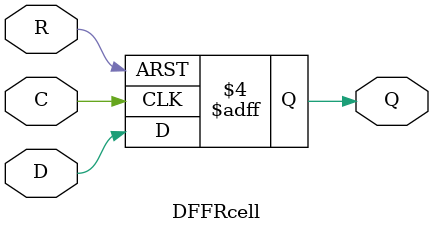
<source format=v>
module top(CLOCK_50,KEY_N,SW,lockingkeyinput,Q,Z);
input CLOCK_50;
input [3:0] KEY_N;
input [9:0] SW;
input [49:0] lockingkeyinput;
wire [2:0] vga_colour_enc, vga_colour_org;
wire vga_plot_enc, vga_plot_org;
wire [7:0] vga_x_enc, vga_x_org;
wire [6:0] vga_y_enc, vga_y_org;
orgcir org(.CLOCK_50(CLOCK_50),.KEY_N(KEY_N),.SW(SW),.vga_colour(vga_colour_org),.vga_plot(vga_plot_org),.vga_x(vga_x_org),.vga_y(vga_y_org));
enccir enc(.CLOCK_50(CLOCK_50),.KEY_N(KEY_N),.SW(SW),.lockingkeyinput(lockingkeyinput),.vga_colour(vga_colour_enc),.vga_plot(vga_plot_enc),.vga_x(vga_x_enc),.vga_y(vga_y_enc));
output Z;
output [18:0]Q;
assign Q[0]=vga_colour_enc[0]==vga_colour_org[0];
assign Q[1]=vga_colour_enc[1]==vga_colour_org[1];
assign Q[2]=vga_colour_enc[2]==vga_colour_org[2];
assign Q[3]=vga_plot_enc==vga_plot_org;
assign Q[4]=vga_x_enc[0]==vga_x_org[0];
assign Q[5]=vga_x_enc[1]==vga_x_org[1];
assign Q[6]=vga_x_enc[2]==vga_x_org[2];
assign Q[7]=vga_x_enc[3]==vga_x_org[3];
assign Q[8]=vga_x_enc[4]==vga_x_org[4];
assign Q[9]=vga_x_enc[5]==vga_x_org[5];
assign Q[10]=vga_x_enc[6]==vga_x_org[6];
assign Q[11]=vga_x_enc[7]==vga_x_org[7];
assign Q[12]=vga_y_enc[0]==vga_y_org[0];
assign Q[13]=vga_y_enc[1]==vga_y_org[1];
assign Q[14]=vga_y_enc[2]==vga_y_org[2];
assign Q[15]=vga_y_enc[3]==vga_y_org[3];
assign Q[16]=vga_y_enc[4]==vga_y_org[4];
assign Q[17]=vga_y_enc[5]==vga_y_org[5];
assign Q[18]=vga_y_enc[6]==vga_y_org[6];
assign Z= Q[0]&Q[1]&Q[2]&Q[3]&Q[4]&Q[5]&Q[6]&Q[7]&Q[8]&Q[9]&Q[10]&Q[11]&Q[12]&Q[13]&Q[14]&Q[15]&Q[16]&Q[17]&Q[18];
endmodule



module enccir(CLOCK_50,KEY_N,SW,lockingkeyinput,vga_colour,vga_plot,vga_x,vga_y);
input CLOCK_50;
input [3:0] KEY_N;
input [9:0] SW;
input [49:0] lockingkeyinput;
output [2:0] vga_colour;
output vga_plot;
output [7:0] vga_x;
output [6:0] vga_y;
wire _0288_;
wire _0023_;
wire _0138_;
wire [6:0] T3y;
wire _0298_;
wire _0564_;
wire _0915_;
wire _0744_;
wire _0942_;
wire _0980_;
wire _0169_;
wire _0073_;
wire _0636_;
wire _0857_;
wire _0210_;
wire _0105_;
wire _0379_;
wire _0537_;
wire _0342_;
wire _0574_;
wire _0970_;
wire _1003_;
wire _0108_;
wire _0698_;
wire _0819_;
wire _1024_;
wire _0554_;
wire _0339_;
wire _0719_;
wire _0290_;
wire _0509_;
wire _0021_;
wire _0972_;
wire _0669_;
wire _0051_;
wire _0767_;
wire _0065_;
wire _0838_;
wire _0345_;
wire _0061_;
wire _0027_;
wire _0634_;
wire _0726_;
wire _0879_;
wire _0941_;
wire _0937_;
wire _0271_;
wire _0806_;
wire _0428_;
wire _0721_;
wire _0679_;
wire _0000_;
wire _0003_;
wire _0064_;
wire _0052_;
wire _0346_;
wire _0122_;
wire _0325_;
wire _0748_;
wire _0633_;
wire _0573_;
wire _0037_;
wire _0148_;
wire _0293_;
wire _0216_;
wire _0387_;
wire _0850_;
wire _0411_;
wire _0310_;
wire _0733_;
wire _0870_;
wire _0992_;
wire _0704_;
wire _0445_;
wire _0062_;
wire _0692_;
wire _0875_;
wire _0666_;
wire _0183_;
wire _0224_;
wire _0745_;
wire _0436_;
wire _0967_;
wire _0095_;
wire _0213_;
wire _0163_;
wire _0139_;
wire _0294_;
wire _0606_;
wire _0525_;
wire _0393_;
wire _0543_;
wire _0187_;
wire _0263_;
wire _0443_;
wire _0383_;
wire _0292_;
wire _0524_;
wire _0580_;
wire _0873_;
wire _0485_;
wire _0022_;
wire _0287_;
wire _0422_;
wire _0988_;
wire _0605_;
wire _0018_;
wire _0316_;
wire _0143_;
wire _0906_;
wire _0531_;
wire _0607_;
wire _0571_;
wire _0053_;
wire _0330_;
wire _0893_;
wire _0400_;
wire _0153_;
wire _0933_;
wire _0241_;
wire _0333_;
wire _0765_;
wire _0044_;
wire _0947_;
wire _0045_;
wire _1031_;
wire _0523_;
wire _0544_;
wire _0783_;
wire _0848_;
wire _0085_;
wire _0789_;
wire _0722_;
wire _0242_;
wire _0652_;
wire _0610_;
wire _0219_;
wire _0706_;
wire _1033_;
wire _0601_;
wire _0468_;
wire _0321_;
wire _0612_;
wire [7:0] T3xp;
wire _0158_;
wire _0670_;
wire _0847_;
wire _0001_;
wire [7:0] T2x;
wire _0343_;
wire _0209_;
wire _0460_;
wire _0008_;
wire _0467_;
wire _0356_;
wire _0851_;
wire _0922_;
wire _0279_;
wire _0907_;
wire _0440_;
wire _0644_;
wire _0794_;
wire _0083_;
wire _0869_;
wire _0332_;
wire _0916_;
wire _0990_;
wire _0283_;
wire _0656_;
wire _0811_;
wire _0694_;
wire _0700_;
wire _0547_;
wire _0181_;
wire _0275_;
wire _0286_;
wire _0586_;
wire _0558_;
wire _0116_;
wire _0246_;
wire _0914_;
wire _0737_;
wire _0830_;
wire _0629_;
wire _0562_;
wire _0662_;
wire _0917_;
wire _0909_;
wire _0261_;
wire _0079_;
wire _0251_;
wire _0451_;
wire _0202_;
wire _0123_;
wire _0398_;
wire _0457_;
wire _0480_;
wire _0296_;
wire _0512_;
wire _1030_;
wire _0266_;
wire _0084_;
wire _0100_;
wire _0129_;
wire _0772_;
wire _0962_;
wire _0195_;
wire _1005_;
wire _0617_;
wire _0519_;
wire _0214_;
wire _0572_;
wire _0326_;
wire _0961_;
wire _0949_;
wire _0264_;
wire _0538_;
wire _0583_;
wire _0211_;
wire _0683_;
wire _0239_;
wire _0291_;
wire _0526_;
wire _0476_;
wire _0297_;
wire _0114_;
wire _0396_;
wire _0311_;
wire _0229_;
wire _0155_;
wire _0465_;
wire _0979_;
wire _0527_;
wire _0939_;
wire _0861_;
wire _0948_;
wire _0640_;
wire _0041_;
wire _0828_;
wire _1026_;
wire _0417_;
wire _1001_;
wire _0005_;
wire _0697_;
wire _1037_;
wire _0464_;
wire _0256_;
wire _0757_;
wire _1000_;
wire _0320_;
wire _0285_;
wire _0438_;
wire _0375_;
wire _0416_;
wire _0425_;
wire _0055_;
wire _0421_;
wire _0966_;
wire _0582_;
wire _0631_;
wire _0627_;
wire _0798_;
wire _0688_;
wire _0743_;
wire _0690_;
wire _0832_;
wire _0674_;
wire _0877_;
wire _0691_;
wire _0545_;
wire _0433_;
wire _0372_;
wire _0871_;
wire _0368_;
wire _0660_;
wire _0499_;
wire _0159_;
wire _0149_;
wire _0723_;
wire _0112_;
wire _0113_;
wire _0503_;
wire _0151_;
wire _0567_;
wire _0418_;
wire _0854_;
wire _0831_;
wire _0390_;
wire _0784_;
wire _0367_;
wire _0950_;
wire _0455_;
wire _0491_;
wire _0761_;
wire _0006_;
wire _0382_;
wire _0650_;
wire _1034_;
wire _0746_;
wire _0248_;
wire _0978_;
wire _0800_;
wire _0423_;
wire _0575_;
wire _0277_;
wire _0439_;
wire _0801_;
wire _0983_;
wire _0178_;
wire _0243_;
wire _0622_;
wire _0228_;
wire _0540_;
wire _0630_;
wire _0812_;
wire _0928_;
wire _0154_;
wire _0742_;
wire _0776_;
wire _0167_;
wire _0317_;
wire _0818_;
wire _0560_;
wire _0516_;
wire T2plot;
wire _0998_;
wire _0895_;
wire _0134_;
wire _0091_;
wire _0370_;
wire _0314_;
wire _0649_;
wire _0938_;
wire _0136_;
wire _0497_;
wire _0119_;
wire _0826_;
wire _0255_;
wire _0272_;
wire _0034_;
wire _0788_;
wire _0262_;
wire _0973_;
wire _0341_;
wire _0011_;
wire _0997_;
wire _0415_;
wire _0986_;
wire _0760_;
wire _0043_;
wire _0839_;
wire _0031_;
wire _0981_;
wire _0319_;
wire _0639_;
wire _0205_;
wire _0856_;
wire _0955_;
wire _0513_;
wire _0489_;
wire _0921_;
wire _0729_;
wire _0365_;
wire _0709_;
wire _0142_;
wire _0474_;
wire _0032_;
wire _0337_;
wire _0478_;
wire _0403_;
wire _0484_;
wire _0067_;
wire _0172_;
wire _0494_;
wire _0566_;
wire _0131_;
wire _0359_;
wire _0048_;
wire _0177_;
wire _0517_;
wire _0815_;
wire _0501_;
wire _0603_;
wire _0227_;
wire _0887_;
wire _0013_;
wire _0840_;
wire _0384_;
wire _0821_;
wire _0401_;
wire _0846_;
wire _0244_;
wire _0595_;
wire _0301_;
wire _0546_;
wire _0602_;
wire _0498_;
wire _0175_;
wire _0087_;
wire _0232_;
wire _0555_;
wire _0245_;
wire _0090_;
wire _0730_;
wire _0651_;
wire _0487_;
wire _0150_;
wire _0829_;
wire _0030_;
wire _0394_;
wire _0391_;
wire _0587_;
wire _0050_;
wire _0392_;
wire _0775_;
wire _0082_;
wire _0020_;
wire _0964_;
wire _0952_;
wire _0638_;
wire _0049_;
wire _0808_;
wire _0068_;
wire _0201_;
wire _0676_;
wire T3plot;
wire _0975_;
wire _0677_;
wire _0864_;
wire _0515_;
wire _1004_;
wire _0777_;
wire _0235_;
wire _0556_;
wire _0353_;
wire _0109_;
wire _0734_;
wire _1012_;
wire _0028_;
wire _0522_;
wire _0352_;
wire _0996_;
wire _0868_;
wire _0300_;
wire _0985_;
wire _0956_;
wire _0863_;
wire _0144_;
wire _0823_;
wire _0684_;
wire _0029_;
wire _0969_;
wire _0366_;
wire _0380_;
wire _0349_;
wire _0237_;
wire _0825_;
wire _1036_;
wire _0226_;
wire _0820_;
wire _0104_;
wire _0844_;
wire _0318_;
wire _0495_;
wire _0215_;
wire _0919_;
wire _0137_;
wire _0040_;
wire _0374_;
wire _0880_;
wire _0686_;
wire _0500_;
wire _0747_;
wire _0785_;
wire _0930_;
wire _0724_;
wire _0993_;
wire _0462_;
wire _0434_;
wire _0188_;
wire _0557_;
wire _0118_;
wire _0305_;
wire _0477_;
wire _0198_;
wire _0889_;
wire _0404_;
wire _0444_;
wire _0626_;
wire _0481_;
wire _0511_;
wire _1016_;
wire _0186_;
wire _0913_;
wire _0077_;
wire [8:0] T3d;
wire _0289_;
wire _0608_;
wire _0141_;
wire _0708_;
wire _0837_;
wire _0616_;
wire _0551_;
wire _0977_;
wire _0912_;
wire _0056_;
wire _0388_;
wire _0447_;
wire _0836_;
wire _0026_;
wire _0559_;
wire _0107_;
wire _0989_;
wire _0303_;
wire _0024_;
wire _0335_;
wire _0405_;
wire _0945_;
wire _0778_;
wire _1002_;
wire _0106_;
wire _0019_;
wire _0787_;
wire _0420_;
wire _0624_;
wire _0282_;
wire _0152_;
wire _0078_;
wire _0203_;
wire _0845_;
wire _0960_;
wire _1019_;
wire _0230_;
wire _0313_;
wire _0036_;
wire _0780_;
wire _0994_;
wire _0872_;
wire _0589_;
wire _0437_;
wire _0238_;
wire _0442_;
wire _0399_;
wire _0678_;
wire _0635_;
wire _0039_;
wire _0176_;
wire _0472_;
wire _0069_;
wire _0222_;
wire _0816_;
wire _0135_;
wire _0354_;
wire _0647_;
wire _0881_;
wire _0191_;
wire _0593_;
wire _0347_;
wire _0665_;
wire _0833_;
wire _0098_;
wire _0265_;
wire _0038_;
wire _0074_;
wire _0727_;
wire _0473_;
wire _0233_;
wire _0469_;
wire _0900_;
wire _0200_;
wire _0014_;
wire _0759_;
wire _0876_;
wire _0598_;
wire _0971_;
wire _0702_;
wire _0199_;
wire _0385_;
wire _0357_;
wire _0705_;
wire _0221_;
wire _0259_;
wire _0435_;
wire _0696_;
wire _0459_;
wire _0592_;
wire _0618_;
wire _0231_;
wire _0160_;
wire _0386_;
wire _0410_;
wire _0236_;
wire _0161_;
wire _0935_;
wire _1013_;
wire _1008_;
wire _0413_;
wire _1021_;
wire _0132_;
wire _0699_;
wire _0718_;
wire _0486_;
wire _0987_;
wire _1032_;
wire _0089_;
wire _0786_;
wire _0664_;
wire _0012_;
wire _0667_;
wire _0918_;
wire _0642_;
wire _0548_;
wire _0182_;
wire _0953_;
wire _0735_;
wire _0891_;
wire _0518_;
wire _0358_;
wire _0810_;
wire _0766_;
wire _0409_;
wire _0081_;
wire _0805_;
wire _0309_;
wire _0753_;
wire _0802_;
wire _1006_;
wire _1014_;
wire _0995_;
wire _0632_;
wire _0217_;
wire _1025_;
wire [2:0] T2colour;
wire _0378_;
wire _0925_;
wire _0968_;
wire _0770_;
wire _0899_;
wire _0189_;
wire _0514_;
wire _0274_;
wire _0902_;
wire _0701_;
wire _0671_;
wire _0431_;
wire _0058_;
wire _0057_;
wire _0885_;
wire _0193_;
wire _0793_;
wire _0449_;
wire _0713_;
wire _0799_;
wire _0466_;
wire _0827_;
wire _1035_;
wire _0060_;
wire _0637_;
wire _0929_;
wire _0731_;
wire _0835_;
wire _0016_;
wire _0086_;
wire _0860_;
wire _0334_;
wire _0147_;
wire _0804_;
wire _0220_;
wire _0769_;
wire _0542_;
wire _0258_;
wire _0732_;
wire _0190_;
wire _0927_;
wire _0936_;
wire _0280_;
wire _0348_;
wire _0725_;
wire _0302_;
wire _0579_;
wire _0903_;
wire _0402_;
wire _0588_;
wire _0749_;
wire _0763_;
wire _0728_;
wire _0329_;
wire _0957_;
wire _0168_;
wire _0218_;
wire _0340_;
wire _0984_;
wire [6:0] T3yp;
wire _0502_;
wire _0066_;
wire _0695_;
wire _0834_;
wire _0075_;
wire _0323_;
wire _0792_;
wire _0010_;
wire _1018_;
wire _0170_;
wire _0842_;
wire _0882_;
wire _0369_;
wire _0750_;
wire _0645_;
wire _0482_;
wire _0426_;
wire _0456_;
wire _0741_;
wire _0590_;
wire _0931_;
wire _0940_;
wire _0858_;
wire _0299_;
wire _0249_;
wire _0892_;
wire _0934_;
wire _0165_;
wire _0157_;
wire _0609_;
wire _0397_;
wire _0483_;
wire _0924_;
wire _0530_;
wire _0529_;
wire _0648_;
wire _0173_;
wire _0490_;
wire _0585_;
wire _0101_;
wire _0454_;
wire _0430_;
wire _0599_;
wire _0508_;
wire _0682_;
wire _0427_;
wire _0905_;
wire _0130_;
wire _0654_;
wire _0496_;
wire _0963_;
wire _0643_;
wire _0035_;
wire _0604_;
wire _0884_;
wire _0569_;
wire _0894_;
wire _0958_;
wire _1017_;
wire _0715_;
wire _0308_;
wire _1020_;
wire _0207_;
wire _0536_;
wire _0099_;
wire _0532_;
wire _0125_;
wire _0328_;
wire _0852_;
wire _0162_;
wire _0133_;
wire _0505_;
wire _0661_;
wire _0672_;
wire _0120_;
wire _0807_;
wire _0004_;
wire _0756_;
wire _0946_;
wire _0578_;
wire _1015_;
wire _0739_;
wire _0539_;
wire _0528_;
wire _0363_;
wire _0707_;
wire _0910_;
wire _0475_;
wire _0773_;
wire _0223_;
wire _0312_;
wire _0448_;
wire _0762_;
wire _0897_;
wire _0324_;
wire _0896_;
wire _0234_;
wire _0111_;
wire _0581_;
wire _0071_;
wire _0361_;
wire _0841_;
wire _0866_;
wire [3:0] T3state;
wire _0015_;
wire _0395_;
wire _0867_;
wire _0350_;
wire _1028_;
wire _0304_;
wire _0371_;
wire _0751_;
wire _1022_;
wire [6:0] T2y;
wire _0479_;
wire _0166_;
wire _0424_;
wire _0809_;
wire _0673_;
wire _0901_;
wire _0194_;
wire _0260_;
wire _0406_;
wire _0458_;
wire _0653_;
wire _0276_;
wire _0042_;
wire _0795_;
wire _0813_;
wire _0680_;
wire _1010_;
wire _0327_;
wire _0619_;
wire _0025_;
wire _0072_;
wire _0247_;
wire _0344_;
wire _0898_;
wire _0584_;
wire _0621_;
wire _0432_;
wire _0192_;
wire _0331_;
wire _1027_;
wire _0407_;
wire _0878_;
wire _0577_;
wire _0561_;
wire _0295_;
wire _0121_;
wire _0094_;
wire _1011_;
wire _0278_;
wire _0814_;
wire _0641_;
wire _0658_;
wire _0033_;
wire _0552_;
wire _0270_;
wire _0269_;
wire _0563_;
wire _0117_;
wire _0184_;
wire _0591_;
wire _0007_;
wire _0553_;
wire _0146_;
wire _0377_;
wire [7:0] T3x;
wire _1023_;
wire _0376_;
wire _0923_;
wire _1009_;
wire _0817_;
wire _0307_;
wire _0488_;
wire _0315_;
wire _0212_;
wire _0675_;
wire _0568_;
wire _0452_;
wire _0002_;
wire _0521_;
wire _0965_;
wire _0206_;
wire _0336_;
wire _0855_;
wire _0714_;
wire _0782_;
wire _0470_;
wire _0252_;
wire _0080_;
wire _0389_;
wire _0594_;
wire _0373_;
wire _0225_;
wire _0429_;
wire _0904_;
wire _0102_;
wire _0097_;
wire _0076_;
wire _0360_;
wire _0441_;
wire _0063_;
wire _0754_;
wire _0463_;
wire _0976_;
wire _0412_;
wire _0453_;
wire _0954_;
wire _0796_;
wire _0381_;
wire _0615_;
wire _0628_;
wire _0257_;
wire _0717_;
wire _0240_;
wire _0600_;
wire _0932_;
wire _0446_;
wire _0510_;
wire _0710_;
wire _0092_;
wire _0253_;
wire _0613_;
wire _0306_;
wire _0611_;
wire _0338_;
wire _0124_;
wire _0127_;
wire _0865_;
wire _0250_;
wire _0926_;
wire _1007_;
wire _0576_;
wire _0180_;
wire _0689_;
wire _0982_;
wire _1029_;
wire _0738_;
wire _0803_;
wire _0646_;
wire _0140_;
wire _0164_;
wire _0196_;
wire _0740_;
wire _0208_;
wire _0655_;
wire _0507_;
wire _0254_;
wire _0883_;
wire _0565_;
wire _0752_;
wire _0886_;
wire _0408_;
wire _0781_;
wire _0471_;
wire _0009_;
wire _0790_;
wire _0520_;
wire _0355_;
wire _0047_;
wire _0351_;
wire _0534_;
wire _0755_;
wire _0862_;
wire _0614_;
wire _0768_;
wire _0126_;
wire _0911_;
wire _0054_;
wire _0145_;
wire _0197_;
wire _0570_;
wire _0736_;
wire _0920_;
wire _0088_;
wire _0720_;
wire _0103_;
wire _0623_;
wire _0046_;
wire _0663_;
wire _0185_;
wire _0711_;
wire _0999_;
wire _0888_;
wire _0771_;
wire _0596_;
wire _0268_;
wire _0943_;
wire _0687_;
wire _0991_;
wire _0281_;
wire _0681_;
wire _0414_;
wire _0110_;
wire _0461_;
wire _0549_;
wire _0843_;
wire _0791_;
wire _0506_;
wire _0712_;
wire _0874_;
wire _0174_;
wire _0944_;
wire _0273_;
wire _0364_;
wire _0824_;
wire _0096_;
wire _0890_;
wire _0533_;
wire _0668_;
wire _0703_;
wire [2:0] T3colourcircle;
wire _0908_;
wire _0493_;
wire _0179_;
wire _0959_;
wire _0267_;
wire _0017_;
wire _0093_;
wire _0504_;
wire T2Done;
wire _0974_;
wire _0171_;
wire _0716_;
wire _0659_;
wire _0758_;
wire _0419_;
wire _0657_;
wire _0128_;
wire _0059_;
wire _0597_;
wire _0492_;
wire _0951_;
wire _0625_;
wire _0779_;
wire _0550_;
wire _0204_;
wire _0685_;
wire _0764_;
wire _0115_;
wire _0797_;
wire _0362_;
wire _0853_;
wire _0822_;
wire _0620_;
wire _0284_;
wire _0156_;
wire _0849_;
wire _0450_;
wire _0541_;
wire _0859_;
wire _0322_;
wire _0535_;
wire _0774_;
wire _0693_;
wire _0070_;
wire keywire1051;
wire keywire1052;
wire keywire1053;
wire keywire1054;
wire keywire1055;
wire keywire1056;
wire keywire1057;
wire keywire1058;
wire keywire1059;
wire keywire1060;
wire keywire1061;
wire keywire1062;
wire keywire1063;
wire keywire1064;
wire keywire1065;
wire keywire1066;
wire keywire1067;
wire keywire1068;
wire keywire1069;
wire keywire1070;
wire keywire1071;
wire keywire1072;
wire keywire1073;
wire keywire1074;
wire keywire1075;
wire keywire1076;
wire keywire1077;
wire keywire1078;
wire keywire1079;
wire keywire1080;
wire keywire1081;
wire keywire1082;
wire keywire1083;
wire keywire1084;
wire keywire1085;
wire keywire1086;
wire keywire1087;
wire keywire1088;
wire keywire1089;
wire keywire1090;
wire keywire1091;
wire keywire1092;
wire keywire1093;
wire keywire1094;
wire keywire1095;
wire keywire1096;
wire keywire1097;
wire keywire1098;
wire keywire1099;
wire keywire1100;
NOT_g NOT_1038_(.A(T2Done), .Y(_0011_));
NOT_g NOT_1096_(.A(T2y[0]), .Y(_0113_));
NOT_g NOT_1097_(.A(_0039_), .Y(T2plot));
NOT_g NOT_1098_(.A(T2x[7]), .Y(_0114_));
NOT_g NOT_1099_(.A(T2x[6]), .Y(_0115_));
NOT_g NOT_1100_(.A(KEY_N[3]), .Y(_0040_));
NOT_g NOT_1156_(.A(_0088_), .Y(_0089_));
NOT_g NOT_1191_(.A(KEY_N[3]), .Y(_0041_));
NOT_g NOT_1192_(.A(KEY_N[3]), .Y(_0042_));
NOT_g NOT_1193_(.A(KEY_N[3]), .Y(_0043_));
NOT_g NOT_1194_(.A(KEY_N[3]), .Y(_0044_));
NOT_g NOT_1195_(.A(KEY_N[3]), .Y(_0045_));
NOT_g NOT_1196_(.A(KEY_N[3]), .Y(_0046_));
NOT_g NOT_1197_(.A(KEY_N[3]), .Y(_0047_));
NOT_g NOT_1198_(.A(KEY_N[3]), .Y(_0048_));
NOT_g NOT_1199_(.A(KEY_N[3]), .Y(_0049_));
NOT_g NOT_1200_(.A(KEY_N[3]), .Y(_0050_));
NOT_g NOT_1201_(.A(KEY_N[3]), .Y(_0051_));
NOT_g NOT_1202_(.A(KEY_N[3]), .Y(_0052_));
NOT_g NOT_1203_(.A(KEY_N[3]), .Y(_0053_));
NOT_g NOT_1204_(.A(KEY_N[3]), .Y(_0054_));
NOT_g NOT_1205_(.A(KEY_N[3]), .Y(_0055_));
NOT_g NOT_1226_(.A(T3state[3]), .Y(_0210_));
NOT_g NOT_1227_(.A(T3state[2]), .Y(_0211_));
NOT_g NOT_1228_(.A(T3state[0]), .Y(_0212_));
NOT_g NOT_1229_(.A(KEY_N[3]), .Y(_0149_));
NOT_g NOT_1230_(.A(T3y[0]), .Y(_0213_));
NOT_g NOT_1231_(.A(T3y[1]), .Y(_0214_));
NOT_g NOT_1232_(.A(T3y[2]), .Y(_0215_));
NOT_g NOT_1233_(.A(T3y[3]), .Y(_0216_));
NOT_g NOT_1234_(.A(T3y[4]), .Y(_0217_));
NOT_g NOT_1235_(.A(T3y[5]), .Y(_0218_));
NOT_g NOT_1236_(.A(T3y[6]), .Y(_0219_));
NOT_g NOT_1237_(.A(T3d[1]), .Y(_0220_));
NOT_g NOT_1238_(.A(T3x[0]), .Y(_0221_));
NOT_g NOT_1239_(.A(T3x[1]), .Y(_0222_));
NOT_g NOT_1240_(.A(T3x[2]), .Y(_0223_));
NOT_g NOT_1241_(.A(T3x[3]), .Y(_0224_));
NOT_g NOT_1242_(.A(T3x[4]), .Y(_0225_));
NOT_g NOT_1243_(.A(T3x[5]), .Y(_0226_));
NOT_g NOT_1244_(.A(T3x[6]), .Y(_0227_));
NOT_g NOT_1245_(.A(SW[3]), .Y(_0228_));
NOT_g NOT_1246_(.A(SW[4]), .Y(_0229_));
NOT_g NOT_1247_(.A(1'h1), .Y(_0230_));
NOT_g NOT_1248_(.A(1'h1), .Y(_0231_));
NOT_g NOT_1249_(.A(1'h0), .Y(_0232_));
NOT_g NOT_1250_(.A(1'h1), .Y(_0233_));
NOT_g NOT_1251_(.A(1'h1), .Y(_0234_));
NOT_g NOT_1252_(.A(1'h1), .Y(_0235_));
NOT_g NOT_1262_(.A(_0244_), .Y(_0245_));
NOT_g NOT_1266_(.A(_0248_), .Y(_0249_));
NOT_g NOT_1270_(.A(_0252_), .Y(_0253_));
NOT_g NOT_1322_(.A(_0301_), .Y(T3plot));
NOT_g NOT_1341_(.A(_0318_), .Y(_0319_));
NOT_g NOT_1359_(.A(_0335_), .Y(_0336_));
NOT_g NOT_1407_(.A(_0374_), .Y(_0375_));
NOT_g NOT_1645_(.A(_0604_), .Y(_0175_));
NOT_g NOT_1721_(.A(_0676_), .Y(_0677_));
NOT_g NOT_1785_(.A(_0738_), .Y(_0739_));
NOT_g NOT_1969_(.A(_0908_), .Y(_0909_));
NOT_g NOT_1972_(.A(_0911_), .Y(_0912_));
NOT_g NOT_1982_(.A(_0921_), .Y(_0922_));
NOT_g NOT_1985_(.A(_0924_), .Y(_0925_));
NOT_g NOT_2113_(.A(KEY_N[3]), .Y(_0150_));
NOT_g NOT_2114_(.A(KEY_N[3]), .Y(_0151_));
NOT_g NOT_2115_(.A(KEY_N[3]), .Y(_0152_));
NAND_g NAND_1039_(.A(T2Done), .B(T3colourcircle[0]), .Y(_0012_));
NAND_g NAND_1040_(.A(_0011_), .B(T2colour[0]), .Y(_0013_));
NAND_g NAND_1041_(.A(_0013_), .B(_0012_), .Y(vga_colour[0]));
NAND_g NAND_1042_(.A(T3colourcircle[1]), .B(T2Done), .Y(_0014_));
NAND_g NAND_1043_(.A(T2colour[1]), .B(_0011_), .Y(_0015_));
NAND_g NAND_1044_(.A(_0015_), .B(_0014_), .Y(vga_colour[1]));
NAND_g NAND_1045_(.A(T3colourcircle[2]), .B(T2Done), .Y(_0016_));
NAND_g NAND_1046_(.A(T2colour[2]), .B(_0011_), .Y(_0017_));
NAND_g NAND_1047_(.A(_0017_), .B(_0016_), .Y(vga_colour[2]));
NAND_g NAND_1048_(.A(T3plot), .B(T2Done), .Y(_0018_));
NAND_g NAND_1049_(.A(T2plot), .B(_0011_), .Y(_0019_));
NAND_g NAND_1050_(.A(_0019_), .B(_0018_), .Y(vga_plot));
NAND_g NAND_1051_(.A(T3yp[0]), .B(T2Done), .Y(_0020_));
NAND_g NAND_1052_(.A(T2y[0]), .B(_0011_), .Y(_0021_));
NAND_g NAND_1053_(.A(_0021_), .B(_0020_), .Y(vga_y[0]));
NAND_g NAND_1054_(.A(T3yp[1]), .B(T2Done), .Y(_0022_));
NAND_g NAND_1055_(.A(T2y[1]), .B(_0011_), .Y(_0023_));
NAND_g NAND_1056_(.A(_0023_), .B(_0022_), .Y(vga_y[1]));
NAND_g NAND_1057_(.A(T3yp[2]), .B(T2Done), .Y(_0024_));
NAND_g NAND_1058_(.A(T2y[2]), .B(_0011_), .Y(_0025_));
NAND_g NAND_1059_(.A(_0025_), .B(_0024_), .Y(vga_y[2]));
NAND_g NAND_1060_(.A(T3yp[3]), .B(T2Done), .Y(_0026_));
NAND_g NAND_1061_(.A(T2y[3]), .B(_0011_), .Y(_0027_));
NAND_g NAND_1062_(.A(_0027_), .B(_0026_), .Y(vga_y[3]));
NAND_g NAND_1063_(.A(T3yp[4]), .B(T2Done), .Y(_0028_));
NAND_g NAND_1064_(.A(T2y[4]), .B(_0011_), .Y(_0029_));
NAND_g NAND_1065_(.A(_0029_), .B(_0028_), .Y(vga_y[4]));
NAND_g NAND_1066_(.A(T3yp[5]), .B(T2Done), .Y(_0030_));
NAND_g NAND_1067_(.A(T2y[5]), .B(_0011_), .Y(_0031_));
NAND_g NAND_1068_(.A(_0031_), .B(_0030_), .Y(vga_y[5]));
NAND_g NAND_1069_(.A(T3yp[6]), .B(T2Done), .Y(_0032_));
NAND_g NAND_1070_(.A(T2y[6]), .B(_0011_), .Y(_0033_));
NAND_g NAND_1071_(.A(_0033_), .B(_0032_), .Y(vga_y[6]));
NAND_g NAND_1072_(.A(T3xp[0]), .B(T2Done), .Y(_0034_));
NAND_g NAND_1073_(.A(T2x[0]), .B(_0011_), .Y(_0035_));
NAND_g NAND_1074_(.A(_0035_), .B(_0034_), .Y(vga_x[0]));
NAND_g NAND_1075_(.A(T3xp[1]), .B(T2Done), .Y(_0036_));
NAND_g NAND_1076_(.A(T2x[1]), .B(_0011_), .Y(_0037_));
NAND_g NAND_1077_(.A(_0037_), .B(_0036_), .Y(vga_x[1]));
NAND_g NAND_1078_(.A(T3xp[2]), .B(T2Done), .Y(_0038_));
NAND_g NAND_1079_(.A(T2x[2]), .B(_0011_), .Y(_0000_));
NAND_g NAND_1080_(.A(_0000_), .B(_0038_), .Y(vga_x[2]));
NAND_g NAND_1081_(.A(T3xp[3]), .B(T2Done), .Y(_0001_));
NAND_g NAND_1082_(.A(T2x[3]), .B(_0011_), .Y(_0002_));
NAND_g NAND_1083_(.A(_0002_), .B(_0001_), .Y(vga_x[3]));
NAND_g NAND_1084_(.A(T3xp[4]), .B(T2Done), .Y(_0003_));
NAND_g NAND_1085_(.A(T2x[4]), .B(_0011_), .Y(_0004_));
NAND_g NAND_1086_(.A(_0004_), .B(_0003_), .Y(vga_x[4]));
NAND_g NAND_1087_(.A(T3xp[5]), .B(T2Done), .Y(_0005_));
NAND_g NAND_1088_(.A(T2x[5]), .B(_0011_), .Y(_0006_));
NAND_g NAND_1089_(.A(_0006_), .B(_0005_), .Y(vga_x[5]));
NAND_g NAND_1090_(.A(T3xp[6]), .B(T2Done), .Y(_0007_));
NAND_g NAND_1091_(.A(T2x[6]), .B(_0011_), .Y(_0008_));
NAND_g NAND_1092_(.A(_0008_), .B(_0007_), .Y(vga_x[6]));
NAND_g NAND_1093_(.A(T3xp[7]), .B(T2Done), .Y(_0009_));
NAND_g NAND_1094_(.A(T2x[7]), .B(_0011_), .Y(_0010_));
NAND_g NAND_1095_(.A(_0010_), .B(_0009_), .Y(vga_x[7]));
NAND_g NAND_1108_(.A(_0121_), .B(_0119_), .Y(_0123_));
NAND_g NAND_1112_(.A(_0126_), .B(T2y[4]), .Y(_0127_));
NAND_g NAND_1115_(.A(_0129_), .B(_0122_), .Y(_0130_));
NAND_g NAND_1116_(.A(_0130_), .B(T2plot), .Y(_0071_));
NAND_g NAND_1124_(.A(_0137_), .B(_0115_), .Y(_0138_));
NAND_g NAND_1126_(.A(_0138_), .B(T2x[7]), .Y(_0140_));
NAND_g NAND_1127_(.A(_0139_), .B(_0130_), .Y(_0141_));
NAND_g NAND_1132_(.A(_0141_), .B(T2y[5]), .Y(_0145_));
NAND_g NAND_1134_(.A(_0146_), .B(_0133_), .Y(_0147_));
NAND_g NAND_1135_(.A(_0147_), .B(_0145_), .Y(_0069_));
NAND_g NAND_1136_(.A(_0141_), .B(T2y[4]), .Y(_0148_));
NAND_g NAND_1138_(.A(_0075_), .B(_0133_), .Y(_0076_));
NAND_g NAND_1139_(.A(_0076_), .B(_0148_), .Y(_0068_));
NAND_g NAND_1140_(.A(_0140_), .B(T2y[3]), .Y(_0077_));
NAND_g NAND_1142_(.A(_0078_), .B(_0133_), .Y(_0079_));
NAND_g NAND_1143_(.A(_0079_), .B(_0077_), .Y(_0067_));
NAND_g NAND_1144_(.A(_0141_), .B(T2y[2]), .Y(_0080_));
NAND_g NAND_1146_(.A(_0081_), .B(_0133_), .Y(_0082_));
NAND_g NAND_1147_(.A(_0082_), .B(_0080_), .Y(_0066_));
NAND_g NAND_1148_(.A(_0141_), .B(T2y[1]), .Y(_0083_));
NAND_g NAND_1150_(.A(_0084_), .B(_0133_), .Y(_0085_));
NAND_g NAND_1151_(.A(_0085_), .B(_0083_), .Y(_0065_));
NAND_g NAND_1152_(.A(_0133_), .B(_0113_), .Y(_0086_));
NAND_g NAND_1153_(.A(_0141_), .B(T2y[0]), .Y(_0087_));
NAND_g NAND_1154_(.A(_0087_), .B(_0086_), .Y(_0064_));
NAND_g NAND_1157_(.A(_0088_), .B(T2x[6]), .Y(_0090_));
NAND_g NAND_1158_(.A(_0090_), .B(_0114_), .Y(_0091_));
NAND_g NAND_1165_(.A(_0094_), .B(_0140_), .Y(_0095_));
NAND_g NAND_1166_(.A(_0095_), .B(_0130_), .Y(_0060_));
NAND_g NAND_1168_(.A(_0096_), .B(_0140_), .Y(_0097_));
NAND_g NAND_1169_(.A(_0097_), .B(_0130_), .Y(_0059_));
NAND_g NAND_1171_(.A(_0098_), .B(_0140_), .Y(_0099_));
NAND_g NAND_1172_(.A(_0099_), .B(_0130_), .Y(_0058_));
NAND_g NAND_1174_(.A(_0100_), .B(_0140_), .Y(_0101_));
NAND_g NAND_1175_(.A(_0101_), .B(_0130_), .Y(_0057_));
NAND_g NAND_1176_(.A(_0130_), .B(T2x[0]), .Y(_0102_));
NAND_g NAND_1179_(.A(T2y[0]), .B(SW[9]), .Y(_0104_));
NAND_g NAND_1183_(.A(T2y[1]), .B(SW[9]), .Y(_0107_));
NAND_g NAND_1187_(.A(SW[9]), .B(T2y[2]), .Y(_0110_));
NAND_g NAND_1255_(.A(_0236_), .B(_0211_), .Y(_0238_));
NAND_g NAND_1257_(.A(_0238_), .B(T3state[3]), .Y(_0240_));
NAND_g NAND_1259_(.A(_0240_), .B(T2Done), .Y(_0242_));
NAND_g NAND_1261_(.A(_0243_), .B(_0215_), .Y(_0244_));
NAND_g NAND_1265_(.A(_0247_), .B(_0218_), .Y(_0248_));
NAND_g NAND_1271_(.A(_0252_), .B(T3state[1]), .Y(_0254_));
NAND_g NAND_1276_(.A(_0251_), .B(_0236_), .Y(_0258_));
NAND_g NAND_1279_(.A(_0260_), .B(T3state[1]), .Y(_0261_));
NAND_g NAND_1280_(.A(_0261_), .B(_0258_), .Y(_0262_));
NAND_g NAND_1285_(.A(_0242_), .B(_0211_), .Y(_0267_));
NAND_g NAND_1286_(.A(_0266_), .B(_0241_), .Y(_0268_));
NAND_g NAND_1288_(.A(_0242_), .B(T3state[1]), .Y(_0269_));
NAND_g NAND_1290_(.A(_0270_), .B(_0210_), .Y(_0271_));
NAND_g NAND_1291_(.A(_0271_), .B(_0269_), .Y(_0154_));
NAND_g NAND_1292_(.A(_0227_), .B(T3y[6]), .Y(_0272_));
NAND_g NAND_1293_(.A(T3x[5]), .B(_0218_), .Y(_0273_));
NAND_g NAND_1294_(.A(_0224_), .B(T3y[3]), .Y(_0274_));
NAND_g NAND_1295_(.A(T3x[2]), .B(_0215_), .Y(_0275_));
NAND_g NAND_1296_(.A(T3x[1]), .B(_0214_), .Y(_0276_));
NAND_g NAND_1297_(.A(T3x[0]), .B(_0213_), .Y(_0277_));
NAND_g NAND_1298_(.A(_0277_), .B(_0276_), .Y(_0278_));
NAND_g NAND_1299_(.A(_0222_), .B(T3y[1]), .Y(_0279_));
NAND_g NAND_1300_(.A(_0223_), .B(T3y[2]), .Y(_0280_));
NAND_g NAND_1302_(.A(_0281_), .B(_0278_), .Y(_0282_));
NAND_g NAND_1303_(.A(_0282_), .B(_0275_), .Y(_0283_));
NAND_g NAND_1304_(.A(_0283_), .B(_0274_), .Y(_0284_));
NAND_g NAND_1305_(.A(T3x[4]), .B(_0217_), .Y(_0285_));
NAND_g NAND_1306_(.A(T3x[3]), .B(_0216_), .Y(_0286_));
NAND_g NAND_1308_(.A(_0287_), .B(_0284_), .Y(_0288_));
NAND_g NAND_1309_(.A(_0226_), .B(T3y[5]), .Y(_0289_));
NAND_g NAND_1310_(.A(_0225_), .B(T3y[4]), .Y(_0290_));
NAND_g NAND_1312_(.A(_0291_), .B(_0288_), .Y(_0292_));
NAND_g NAND_1313_(.A(_0292_), .B(_0273_), .Y(_0293_));
NAND_g NAND_1314_(.A(_0293_), .B(_0272_), .Y(_0294_));
NAND_g NAND_1316_(.A(_0237_), .B(T3state[3]), .Y(_0296_));
NAND_g NAND_1318_(.A(T3x[6]), .B(_0219_), .Y(_0298_));
NAND_g NAND_1320_(.A(_0299_), .B(_0294_), .Y(_0300_));
NAND_g NAND_1324_(.A(_0263_), .B(_0251_), .Y(_0303_));
NAND_g NAND_1325_(.A(_0263_), .B(_0259_), .Y(_0304_));
NAND_g NAND_1326_(.A(_0304_), .B(_0258_), .Y(_0305_));
NAND_g NAND_1329_(.A(_0307_), .B(_0300_), .Y(_0308_));
NAND_g NAND_1330_(.A(_0308_), .B(_0241_), .Y(_0309_));
NAND_g NAND_1331_(.A(_0242_), .B(T3state[0]), .Y(_0310_));
NAND_g NAND_1332_(.A(_0310_), .B(_0309_), .Y(_0153_));
NAND_g NAND_1339_(.A(_0316_), .B(_0313_), .Y(_0317_));
NAND_g NAND_1340_(.A(_0317_), .B(T3d[8]), .Y(_0318_));
NAND_g NAND_1344_(.A(_0321_), .B(T3y[0]), .Y(_0322_));
NAND_g NAND_1347_(.A(_0324_), .B(_0323_), .Y(_0325_));
NAND_g NAND_1353_(.A(_0330_), .B(_0322_), .Y(_0157_));
NAND_g NAND_1354_(.A(_0321_), .B(T3y[1]), .Y(_0331_));
NAND_g NAND_1356_(.A(_0332_), .B(_0328_), .Y(_0333_));
NAND_g NAND_1357_(.A(_0325_), .B(_0229_), .Y(_0334_));
NAND_g NAND_1358_(.A(_0334_), .B(_0301_), .Y(_0335_));
NAND_g NAND_1361_(.A(_0337_), .B(_0331_), .Y(_0158_));
NAND_g NAND_1362_(.A(_0320_), .B(_0243_), .Y(_0338_));
NAND_g NAND_1364_(.A(_0339_), .B(_0338_), .Y(_0340_));
NAND_g NAND_1367_(.A(_0341_), .B(_0325_), .Y(_0343_));
NAND_g NAND_1368_(.A(_0328_), .B(_0245_), .Y(_0344_));
NAND_g NAND_1370_(.A(_0345_), .B(_0340_), .Y(_0159_));
NAND_g NAND_1371_(.A(_0320_), .B(_0245_), .Y(_0346_));
NAND_g NAND_1373_(.A(_0347_), .B(_0346_), .Y(_0348_));
NAND_g NAND_1374_(.A(_0301_), .B(SW[6]), .Y(_0349_));
NAND_g NAND_1375_(.A(_0328_), .B(_0246_), .Y(_0350_));
NAND_g NAND_1377_(.A(_0351_), .B(_0348_), .Y(_0160_));
NAND_g NAND_1378_(.A(_0320_), .B(_0246_), .Y(_0352_));
NAND_g NAND_1380_(.A(_0353_), .B(_0352_), .Y(_0354_));
NAND_g NAND_1382_(.A(_0301_), .B(SW[7]), .Y(_0356_));
NAND_g NAND_1383_(.A(_0328_), .B(_0247_), .Y(_0357_));
NAND_g NAND_1385_(.A(_0358_), .B(_0354_), .Y(_0161_));
NAND_g NAND_1386_(.A(_0301_), .B(SW[8]), .Y(_0359_));
NAND_g NAND_1387_(.A(_0321_), .B(T3y[5]), .Y(_0360_));
NAND_g NAND_1389_(.A(_0361_), .B(_0328_), .Y(_0362_));
NAND_g NAND_1391_(.A(_0363_), .B(_0360_), .Y(_0162_));
NAND_g NAND_1392_(.A(_0328_), .B(_0250_), .Y(_0364_));
NAND_g NAND_1393_(.A(_0320_), .B(_0249_), .Y(_0365_));
NAND_g NAND_1395_(.A(_0366_), .B(_0365_), .Y(_0367_));
NAND_g NAND_1396_(.A(_0367_), .B(_0364_), .Y(_0163_));
NAND_g NAND_1397_(.A(_0301_), .B(SW[0]), .Y(_0368_));
NAND_g NAND_1398_(.A(T3plot), .B(T3colourcircle[0]), .Y(_0369_));
NAND_g NAND_1399_(.A(_0369_), .B(_0368_), .Y(_0164_));
NAND_g NAND_1400_(.A(_0301_), .B(SW[1]), .Y(_0370_));
NAND_g NAND_1401_(.A(T3plot), .B(T3colourcircle[1]), .Y(_0371_));
NAND_g NAND_1402_(.A(_0371_), .B(_0370_), .Y(_0165_));
NAND_g NAND_1403_(.A(_0301_), .B(SW[2]), .Y(_0372_));
NAND_g NAND_1404_(.A(T3plot), .B(T3colourcircle[2]), .Y(_0373_));
NAND_g NAND_1405_(.A(_0373_), .B(_0372_), .Y(_0166_));
NAND_g NAND_1406_(.A(_0303_), .B(_0296_), .Y(_0374_));
NAND_g NAND_1408_(.A(_0375_), .B(_0253_), .Y(_0376_));
NAND_g NAND_1410_(.A(1'h1), .B(T3y[0]), .Y(_0378_));
NAND_g NAND_1412_(.A(_0379_), .B(_0376_), .Y(_0380_));
NAND_g NAND_1414_(.A(_0264_), .B(_0259_), .Y(_0382_));
NAND_g NAND_1416_(.A(_0230_), .B(T3x[0]), .Y(_0384_));
NAND_g NAND_1419_(.A(_0239_), .B(T3xp[0]), .Y(_0387_));
NAND_g NAND_1420_(.A(_0301_), .B(1'h1), .Y(_0388_));
NAND_g NAND_1421_(.A(_0388_), .B(_0387_), .Y(_0389_));
NAND_g NAND_1423_(.A(_0390_), .B(_0380_), .Y(_0167_));
NAND_g NAND_1424_(.A(1'h1), .B(T3y[1]), .Y(_0391_));
NAND_g NAND_1427_(.A(_0230_), .B(T3y[0]), .Y(_0394_));
NAND_g NAND_1428_(.A(_0394_), .B(_0393_), .Y(_0395_));
NAND_g NAND_1430_(.A(_0396_), .B(_0374_), .Y(_0397_));
NAND_g NAND_1431_(.A(_0239_), .B(T3xp[1]), .Y(_0398_));
NAND_g NAND_1432_(.A(_0301_), .B(1'h1), .Y(_0399_));
NAND_g NAND_1434_(.A(1'h1), .B(T3x[1]), .Y(_0401_));
NAND_g NAND_1437_(.A(_0403_), .B(_0384_), .Y(_0404_));
NAND_g NAND_1439_(.A(_0405_), .B(_0305_), .Y(_0406_));
NAND_g NAND_1441_(.A(1'h1), .B(T3x[0]), .Y(_0408_));
NAND_g NAND_1442_(.A(_0408_), .B(_0403_), .Y(_0409_));
NAND_g NAND_1443_(.A(_0407_), .B(_0402_), .Y(_0410_));
NAND_g NAND_1445_(.A(_0411_), .B(_0410_), .Y(_0412_));
NAND_g NAND_1446_(.A(_0393_), .B(_0378_), .Y(_0413_));
NAND_g NAND_1447_(.A(_0392_), .B(_0377_), .Y(_0414_));
NAND_g NAND_1449_(.A(_0415_), .B(_0414_), .Y(_0416_));
NAND_g NAND_1453_(.A(_0419_), .B(_0417_), .Y(_0168_));
NAND_g NAND_1454_(.A(1'h1), .B(T3y[2]), .Y(_0420_));
NAND_g NAND_1457_(.A(_0414_), .B(_0391_), .Y(_0423_));
NAND_g NAND_1458_(.A(_0423_), .B(_0421_), .Y(_0424_));
NAND_g NAND_1460_(.A(_0425_), .B(_0252_), .Y(_0426_));
NAND_g NAND_1461_(.A(_0239_), .B(T3xp[2]), .Y(_0427_));
NAND_g NAND_1462_(.A(_0301_), .B(1'h1), .Y(_0428_));
NAND_g NAND_1465_(.A(1'h1), .B(_0214_), .Y(_0431_));
NAND_g NAND_1466_(.A(_0431_), .B(_0395_), .Y(_0432_));
NAND_g NAND_1467_(.A(_0432_), .B(_0422_), .Y(_0433_));
NAND_g NAND_1469_(.A(_0434_), .B(_0374_), .Y(_0435_));
NAND_g NAND_1470_(.A(1'h1), .B(T3x[2]), .Y(_0436_));
NAND_g NAND_1474_(.A(_0410_), .B(_0401_), .Y(_0440_));
NAND_g NAND_1475_(.A(_0440_), .B(_0437_), .Y(_0441_));
NAND_g NAND_1476_(.A(_0439_), .B(_0438_), .Y(_0442_));
NAND_g NAND_1478_(.A(_0443_), .B(_0441_), .Y(_0444_));
NAND_g NAND_1479_(.A(1'h1), .B(_0222_), .Y(_0445_));
NAND_g NAND_1481_(.A(_0445_), .B(_0404_), .Y(_0447_));
NAND_g NAND_1482_(.A(_0446_), .B(_0437_), .Y(_0448_));
NAND_g NAND_1483_(.A(_0447_), .B(_0438_), .Y(_0449_));
NAND_g NAND_1485_(.A(_0450_), .B(_0448_), .Y(_0451_));
NAND_g NAND_1488_(.A(_0453_), .B(_0452_), .Y(_0169_));
NAND_g NAND_1489_(.A(_0239_), .B(T3xp[3]), .Y(_0454_));
NAND_g NAND_1490_(.A(_0301_), .B(1'h1), .Y(_0455_));
NAND_g NAND_1492_(.A(_0231_), .B(_0216_), .Y(_0457_));
NAND_g NAND_1493_(.A(1'h1), .B(T3y[3]), .Y(_0458_));
NAND_g NAND_1497_(.A(_0461_), .B(_0252_), .Y(_0462_));
NAND_g NAND_1498_(.A(_0231_), .B(_0224_), .Y(_0463_));
NAND_g NAND_1499_(.A(1'h1), .B(T3x[3]), .Y(_0464_));
NAND_g NAND_1501_(.A(1'h1), .B(_0223_), .Y(_0466_));
NAND_g NAND_1502_(.A(_0466_), .B(_0449_), .Y(_0467_));
NAND_g NAND_1504_(.A(_0468_), .B(_0305_), .Y(_0469_));
NAND_g NAND_1505_(.A(1'h1), .B(_0215_), .Y(_0470_));
NAND_g NAND_1508_(.A(_0472_), .B(_0374_), .Y(_0473_));
NAND_g NAND_1511_(.A(_0475_), .B(_0260_), .Y(_0476_));
NAND_g NAND_1515_(.A(_0479_), .B(_0477_), .Y(_0170_));
NAND_g NAND_1516_(.A(1'h0), .B(T3y[4]), .Y(_0480_));
NAND_g NAND_1519_(.A(_0460_), .B(_0458_), .Y(_0483_));
NAND_g NAND_1521_(.A(_0484_), .B(_0481_), .Y(_0485_));
NAND_g NAND_1523_(.A(_0486_), .B(_0252_), .Y(_0487_));
NAND_g NAND_1524_(.A(1'h0), .B(T3x[4]), .Y(_0488_));
NAND_g NAND_1527_(.A(_0474_), .B(_0464_), .Y(_0491_));
NAND_g NAND_1530_(.A(_0492_), .B(_0489_), .Y(_0494_));
NAND_g NAND_1531_(.A(_0494_), .B(_0260_), .Y(_0495_));
NAND_g NAND_1533_(.A(_0239_), .B(T3xp[4]), .Y(_0497_));
NAND_g NAND_1534_(.A(_0301_), .B(1'h0), .Y(_0498_));
NAND_g NAND_1535_(.A(_0498_), .B(_0497_), .Y(_0499_));
NAND_g NAND_1538_(.A(_0231_), .B(T3x[3]), .Y(_0502_));
NAND_g NAND_1539_(.A(1'h1), .B(_0224_), .Y(_0503_));
NAND_g NAND_1540_(.A(_0502_), .B(_0467_), .Y(_0504_));
NAND_g NAND_1541_(.A(_0504_), .B(_0503_), .Y(_0505_));
NAND_g NAND_1543_(.A(_0506_), .B(_0489_), .Y(_0507_));
NAND_g NAND_1544_(.A(_0505_), .B(_0490_), .Y(_0508_));
NAND_g NAND_1546_(.A(_0509_), .B(_0507_), .Y(_0510_));
NAND_g NAND_1547_(.A(_0231_), .B(T3y[3]), .Y(_0511_));
NAND_g NAND_1548_(.A(1'h1), .B(_0216_), .Y(_0512_));
NAND_g NAND_1549_(.A(_0512_), .B(_0471_), .Y(_0513_));
NAND_g NAND_1551_(.A(_0514_), .B(_0482_), .Y(_0515_));
NAND_g NAND_1553_(.A(_0516_), .B(_0374_), .Y(_0517_));
NAND_g NAND_1555_(.A(_0518_), .B(_0501_), .Y(_0171_));
NAND_g NAND_1556_(.A(_0232_), .B(_0226_), .Y(_0519_));
NAND_g NAND_1557_(.A(1'h0), .B(T3x[5]), .Y(_0520_));
NAND_g NAND_1559_(.A(1'h0), .B(_0225_), .Y(_0522_));
NAND_g NAND_1560_(.A(_0522_), .B(_0508_), .Y(_0523_));
NAND_g NAND_1562_(.A(_0232_), .B(_0218_), .Y(_0525_));
NAND_g NAND_1563_(.A(1'h0), .B(T3y[5]), .Y(_0526_));
NAND_g NAND_1567_(.A(_0529_), .B(_0252_), .Y(_0530_));
NAND_g NAND_1568_(.A(_0239_), .B(T3xp[5]), .Y(_0531_));
NAND_g NAND_1569_(.A(_0301_), .B(1'h0), .Y(_0532_));
NAND_g NAND_1571_(.A(1'h0), .B(_0217_), .Y(_0534_));
NAND_g NAND_1574_(.A(_0536_), .B(_0374_), .Y(_0537_));
NAND_g NAND_1577_(.A(_0539_), .B(_0260_), .Y(_0540_));
NAND_g NAND_1579_(.A(_0541_), .B(_0305_), .Y(_0542_));
NAND_g NAND_1582_(.A(_0544_), .B(_0538_), .Y(_0172_));
NAND_g NAND_1583_(.A(1'h1), .B(T3x[6]), .Y(_0545_));
NAND_g NAND_1586_(.A(_0524_), .B(_0520_), .Y(_0548_));
NAND_g NAND_1588_(.A(_0549_), .B(_0546_), .Y(_0550_));
NAND_g NAND_1590_(.A(_0551_), .B(_0260_), .Y(_0552_));
NAND_g NAND_1591_(.A(_0301_), .B(1'h1), .Y(_0553_));
NAND_g NAND_1592_(.A(_0239_), .B(T3xp[6]), .Y(_0554_));
NAND_g NAND_1594_(.A(1'h1), .B(T3y[6]), .Y(_0556_));
NAND_g NAND_1597_(.A(_0528_), .B(_0526_), .Y(_0559_));
NAND_g NAND_1599_(.A(_0560_), .B(_0557_), .Y(_0561_));
NAND_g NAND_1601_(.A(_0562_), .B(_0252_), .Y(_0563_));
NAND_g NAND_1604_(.A(1'h0), .B(_0218_), .Y(_0566_));
NAND_g NAND_1605_(.A(_0232_), .B(T3y[5]), .Y(_0567_));
NAND_g NAND_1606_(.A(_0566_), .B(_0535_), .Y(_0568_));
NAND_g NAND_1608_(.A(_0569_), .B(_0558_), .Y(_0570_));
NAND_g NAND_1610_(.A(_0571_), .B(_0374_), .Y(_0572_));
NAND_g NAND_1611_(.A(1'h0), .B(_0226_), .Y(_0573_));
NAND_g NAND_1612_(.A(_0232_), .B(T3x[5]), .Y(_0574_));
NAND_g NAND_1613_(.A(_0574_), .B(_0523_), .Y(_0575_));
NAND_g NAND_1615_(.A(_0575_), .B(_0573_), .Y(_0577_));
NAND_g NAND_1616_(.A(_0577_), .B(_0547_), .Y(_0578_));
NAND_g NAND_1617_(.A(_0576_), .B(_0546_), .Y(_0579_));
NAND_g NAND_1619_(.A(_0580_), .B(_0578_), .Y(_0581_));
NAND_g NAND_1621_(.A(_0582_), .B(_0565_), .Y(_0173_));
NAND_g NAND_1624_(.A(_0584_), .B(_0252_), .Y(_0585_));
NAND_g NAND_1625_(.A(_0239_), .B(T3xp[7]), .Y(_0586_));
NAND_g NAND_1626_(.A(_0301_), .B(1'h0), .Y(_0587_));
NAND_g NAND_1631_(.A(_0591_), .B(_0260_), .Y(_0592_));
NAND_g NAND_1632_(.A(1'h1), .B(_0227_), .Y(_0593_));
NAND_g NAND_1633_(.A(_0593_), .B(_0578_), .Y(_0594_));
NAND_g NAND_1635_(.A(_0595_), .B(_0305_), .Y(_0596_));
NAND_g NAND_1636_(.A(1'h1), .B(_0219_), .Y(_0597_));
NAND_g NAND_1637_(.A(_0597_), .B(_0570_), .Y(_0598_));
NAND_g NAND_1639_(.A(_0599_), .B(_0374_), .Y(_0600_));
NAND_g NAND_1643_(.A(_0603_), .B(_0601_), .Y(_0174_));
NAND_g NAND_1646_(.A(_0326_), .B(_0301_), .Y(_0605_));
NAND_g NAND_1650_(.A(_0608_), .B(_0605_), .Y(_0176_));
NAND_g NAND_1651_(.A(T3x[0]), .B(T3y[0]), .Y(_0609_));
NAND_g NAND_1657_(.A(_0614_), .B(_0319_), .Y(_0615_));
NAND_g NAND_1658_(.A(_0612_), .B(_0318_), .Y(_0616_));
NAND_g NAND_1659_(.A(_0616_), .B(_0615_), .Y(_0617_));
NAND_g NAND_1661_(.A(_0617_), .B(_0607_), .Y(_0619_));
NAND_g NAND_1663_(.A(_0620_), .B(_0618_), .Y(_0621_));
NAND_g NAND_1664_(.A(_0238_), .B(T3d[2]), .Y(_0622_));
NAND_g NAND_1667_(.A(_0624_), .B(_0619_), .Y(_0177_));
NAND_g NAND_1669_(.A(_0612_), .B(T3d[1]), .Y(_0626_));
NAND_g NAND_1672_(.A(_0628_), .B(_0214_), .Y(_0629_));
NAND_g NAND_1674_(.A(_0630_), .B(_0609_), .Y(_0631_));
NAND_g NAND_1676_(.A(_0632_), .B(T3d[3]), .Y(keywire1073));
NAND_g NAND_1678_(.A(_0634_), .B(_0611_), .Y(keywire1096));
NAND_g NAND_1680_(.A(_0636_), .B(_0626_), .Y(_0637_));
NAND_g NAND_1681_(.A(_0634_), .B(_0625_), .Y(keywire1097));
NAND_g NAND_1682_(.A(_0614_), .B(_0220_), .Y(_0639_));
NAND_g NAND_1683_(.A(_0628_), .B(T3d[3]), .Y(keywire1074));
NAND_g NAND_1685_(.A(_0641_), .B(_0613_), .Y(keywire1099));
NAND_g NAND_1692_(.A(_0648_), .B(_0637_), .Y(_0649_));
NAND_g NAND_1693_(.A(_0649_), .B(_0647_), .Y(_0650_));
NAND_g NAND_1699_(.A(_0655_), .B(_0650_), .Y(keywire1061));
NAND_g NAND_1700_(.A(_0635_), .B(_0633_), .Y(keywire1093));
NAND_g NAND_1701_(.A(_0631_), .B(_0629_), .Y(_0657_));
NAND_g NAND_1704_(.A(_0659_), .B(_0215_), .Y(_0660_));
NAND_g NAND_1706_(.A(_0661_), .B(_0657_), .Y(_0662_));
NAND_g NAND_1708_(.A(_0663_), .B(T3d[4]), .Y(keywire1079));
NAND_g NAND_1710_(.A(_0665_), .B(_0656_), .Y(_0666_));
NAND_g NAND_1714_(.A(_0669_), .B(_0318_), .Y(_0670_));
NAND_g NAND_1715_(.A(_0642_), .B(_0640_), .Y(keywire1094));
NAND_g NAND_1716_(.A(_0659_), .B(T3d[4]), .Y(keywire1080));
NAND_g NAND_1718_(.A(_0673_), .B(_0671_), .Y(_0674_));
NAND_g NAND_1724_(.A(_0679_), .B(_0677_), .Y(_0680_));
NAND_g NAND_1725_(.A(_0680_), .B(_0670_), .Y(_0681_));
NAND_g NAND_1726_(.A(_0681_), .B(_0295_), .Y(_0682_));
NAND_g NAND_1727_(.A(_0238_), .B(T3d[4]), .Y(keywire1081));
NAND_g NAND_1731_(.A(_0686_), .B(_0682_), .Y(keywire1062));
NAND_g NAND_1732_(.A(_0666_), .B(_0664_), .Y(_0687_));
NAND_g NAND_1733_(.A(_0662_), .B(_0660_), .Y(_0688_));
NAND_g NAND_1737_(.A(_0690_), .B(_0216_), .Y(_0692_));
NAND_g NAND_1738_(.A(_0691_), .B(T3y[3]), .Y(_0693_));
NAND_g NAND_1741_(.A(_0695_), .B(T3d[5]), .Y(keywire1088));
NAND_g NAND_1743_(.A(_0697_), .B(_0687_), .Y(_0698_));
NAND_g NAND_1747_(.A(_0701_), .B(_0318_), .Y(_0702_));
NAND_g NAND_1748_(.A(_0674_), .B(_0672_), .Y(_0703_));
NAND_g NAND_1749_(.A(_0690_), .B(T3d[5]), .Y(keywire1089));
NAND_g NAND_1751_(.A(_0705_), .B(_0703_), .Y(_0706_));
NAND_g NAND_1755_(.A(_0709_), .B(_0319_), .Y(_0710_));
NAND_g NAND_1756_(.A(_0710_), .B(_0702_), .Y(_0711_));
NAND_g NAND_1757_(.A(_0711_), .B(_0295_), .Y(_0712_));
NAND_g NAND_1758_(.A(_0238_), .B(T3d[5]), .Y(keywire1090));
NAND_g NAND_1762_(.A(_0716_), .B(_0712_), .Y(keywire1066));
NAND_g NAND_1763_(.A(_0698_), .B(_0696_), .Y(_0717_));
NAND_g NAND_1766_(.A(_0719_), .B(_0217_), .Y(_0720_));
NAND_g NAND_1768_(.A(_0693_), .B(_0688_), .Y(_0722_));
NAND_g NAND_1769_(.A(_0722_), .B(_0692_), .Y(_0723_));
NAND_g NAND_1770_(.A(_0723_), .B(_0721_), .Y(_0724_));
NAND_g NAND_1772_(.A(_0725_), .B(T3d[6]), .Y(_0726_));
NAND_g NAND_1774_(.A(_0727_), .B(_0717_), .Y(_0728_));
NAND_g NAND_1778_(.A(_0731_), .B(_0318_), .Y(_0732_));
NAND_g NAND_1779_(.A(_0706_), .B(_0704_), .Y(_0733_));
NAND_g NAND_1780_(.A(_0719_), .B(T3d[6]), .Y(_0734_));
NAND_g NAND_1782_(.A(_0735_), .B(_0733_), .Y(_0736_));
NAND_g NAND_1788_(.A(_0741_), .B(_0739_), .Y(_0742_));
NAND_g NAND_1789_(.A(_0742_), .B(_0732_), .Y(_0743_));
NAND_g NAND_1790_(.A(_0743_), .B(_0295_), .Y(_0744_));
NAND_g NAND_1791_(.A(_0238_), .B(T3d[6]), .Y(_0745_));
NAND_g NAND_1795_(.A(_0748_), .B(_0744_), .Y(keywire1071));
NAND_g NAND_1796_(.A(_0728_), .B(_0726_), .Y(_0749_));
NAND_g NAND_1797_(.A(_0724_), .B(_0720_), .Y(_0750_));
NAND_g NAND_1801_(.A(_0752_), .B(_0218_), .Y(_0754_));
NAND_g NAND_1802_(.A(_0753_), .B(T3y[5]), .Y(_0755_));
NAND_g NAND_1805_(.A(_0757_), .B(T3d[7]), .Y(_0758_));
NAND_g NAND_1807_(.A(_0759_), .B(_0749_), .Y(_0760_));
NAND_g NAND_1811_(.A(_0763_), .B(_0318_), .Y(_0764_));
NAND_g NAND_1812_(.A(_0736_), .B(_0734_), .Y(_0765_));
NAND_g NAND_1813_(.A(_0752_), .B(T3d[7]), .Y(_0766_));
NAND_g NAND_1815_(.A(_0767_), .B(_0765_), .Y(_0768_));
NAND_g NAND_1818_(.A(_0769_), .B(_0738_), .Y(_0771_));
NAND_g NAND_1820_(.A(_0772_), .B(_0771_), .Y(_0773_));
NAND_g NAND_1821_(.A(_0773_), .B(_0764_), .Y(_0774_));
NAND_g NAND_1822_(.A(_0774_), .B(_0295_), .Y(_0775_));
NAND_g NAND_1823_(.A(_0238_), .B(T3d[7]), .Y(_0776_));
NAND_g NAND_1825_(.A(_0777_), .B(_0775_), .Y(keywire1069));
NAND_g NAND_1826_(.A(_0760_), .B(_0758_), .Y(_0778_));
NAND_g NAND_1827_(.A(_0755_), .B(_0750_), .Y(_0779_));
NAND_g NAND_1836_(.A(_0787_), .B(_0318_), .Y(_0788_));
NAND_g NAND_1837_(.A(_0768_), .B(_0766_), .Y(_0789_));
NAND_g NAND_1840_(.A(_0791_), .B(_0319_), .Y(_0792_));
NAND_g NAND_1841_(.A(_0792_), .B(_0788_), .Y(_0793_));
NAND_g NAND_1842_(.A(_0793_), .B(_0295_), .Y(_0794_));
NAND_g NAND_1843_(.A(_0238_), .B(T3d[8]), .Y(_0795_));
NAND_g NAND_1845_(.A(_0796_), .B(_0794_), .Y(keywire1070));
NAND_g NAND_1846_(.A(_0238_), .B(T3x[0]), .Y(_0797_));
NAND_g NAND_1847_(.A(_0295_), .B(_0221_), .Y(_0798_));
NAND_g NAND_1848_(.A(_0798_), .B(_0797_), .Y(_0184_));
NAND_g NAND_1849_(.A(_0238_), .B(T3x[1]), .Y(_0799_));
NAND_g NAND_1850_(.A(_0628_), .B(_0295_), .Y(_0800_));
NAND_g NAND_1851_(.A(_0800_), .B(_0799_), .Y(_0185_));
NAND_g NAND_1852_(.A(_0238_), .B(T3x[2]), .Y(_0801_));
NAND_g NAND_1853_(.A(_0659_), .B(_0295_), .Y(_0802_));
NAND_g NAND_1854_(.A(_0802_), .B(_0801_), .Y(_0186_));
NAND_g NAND_1855_(.A(_0238_), .B(T3x[3]), .Y(_0803_));
NAND_g NAND_1856_(.A(_0690_), .B(_0295_), .Y(_0804_));
NAND_g NAND_1857_(.A(_0804_), .B(_0803_), .Y(_0187_));
NAND_g NAND_1858_(.A(_0238_), .B(T3x[4]), .Y(_0805_));
NAND_g NAND_1859_(.A(_0719_), .B(_0295_), .Y(_0806_));
NAND_g NAND_1860_(.A(_0806_), .B(_0805_), .Y(_0188_));
NAND_g NAND_1861_(.A(_0238_), .B(T3x[5]), .Y(_0807_));
NAND_g NAND_1862_(.A(_0752_), .B(_0295_), .Y(_0808_));
NAND_g NAND_1863_(.A(_0808_), .B(_0807_), .Y(_0189_));
NAND_g NAND_1864_(.A(_0238_), .B(T3x[6]), .Y(_0809_));
NAND_g NAND_1865_(.A(_0782_), .B(_0295_), .Y(_0810_));
NAND_g NAND_1866_(.A(_0810_), .B(_0809_), .Y(_0190_));
NAND_g NAND_1867_(.A(_0781_), .B(_0297_), .Y(_0811_));
NAND_g NAND_1868_(.A(_0781_), .B(_0237_), .Y(_0812_));
NAND_g NAND_1870_(.A(_0813_), .B(_0812_), .Y(_0814_));
NAND_g NAND_1871_(.A(_0814_), .B(_0811_), .Y(_0191_));
NAND_g NAND_1873_(.A(_0233_), .B(T3y[0]), .Y(_0816_));
NAND_g NAND_1885_(.A(_0827_), .B(_0820_), .Y(_0192_));
NAND_g NAND_1887_(.A(_0336_), .B(1'h1), .Y(_0829_));
NAND_g NAND_1889_(.A(_0830_), .B(_0828_), .Y(_0831_));
NAND_g NAND_1891_(.A(_0832_), .B(_0301_), .Y(_0833_));
NAND_g NAND_1892_(.A(_0239_), .B(T3yp[1]), .Y(_0834_));
NAND_g NAND_1893_(.A(1'h1), .B(T3y[1]), .Y(_0835_));
NAND_g NAND_1896_(.A(_0836_), .B(_0815_), .Y(_0838_));
NAND_g NAND_1898_(.A(_0839_), .B(_0381_), .Y(_0840_));
NAND_g NAND_1899_(.A(1'h1), .B(T3x[1]), .Y(_0841_));
NAND_g NAND_1902_(.A(_0842_), .B(_0821_), .Y(_0844_));
NAND_g NAND_1904_(.A(_0845_), .B(_0265_), .Y(_0846_));
NAND_g NAND_1905_(.A(_0837_), .B(_0816_), .Y(_0847_));
NAND_g NAND_1907_(.A(_0848_), .B(_0262_), .Y(_0849_));
NAND_g NAND_1908_(.A(_0296_), .B(_0254_), .Y(_0850_));
NAND_g NAND_1909_(.A(_0233_), .B(T3x[0]), .Y(_0851_));
NAND_g NAND_1910_(.A(_0851_), .B(_0843_), .Y(_0852_));
NAND_g NAND_1912_(.A(_0853_), .B(_0850_), .Y(_0854_));
NAND_g NAND_1917_(.A(_0858_), .B(_0833_), .Y(_0193_));
NAND_g NAND_1918_(.A(_0831_), .B(_0829_), .Y(_0859_));
NAND_g NAND_1919_(.A(_0342_), .B(1'h0), .Y(_0860_));
NAND_g NAND_1921_(.A(_0861_), .B(_0859_), .Y(_0862_));
NAND_g NAND_1923_(.A(_0863_), .B(_0301_), .Y(_0864_));
NAND_g NAND_1924_(.A(1'h0), .B(T3x[2]), .Y(_0865_));
NAND_g NAND_1928_(.A(_0844_), .B(_0841_), .Y(_0869_));
NAND_g NAND_1929_(.A(_0869_), .B(_0866_), .Y(_0870_));
NAND_g NAND_1930_(.A(_0868_), .B(_0867_), .Y(_0871_));
NAND_g NAND_1932_(.A(_0872_), .B(_0870_), .Y(_0873_));
NAND_g NAND_1933_(.A(_0239_), .B(T3yp[2]), .Y(_0874_));
NAND_g NAND_1935_(.A(1'h1), .B(_0222_), .Y(_0876_));
NAND_g NAND_1936_(.A(_0876_), .B(_0852_), .Y(_0877_));
NAND_g NAND_1937_(.A(_0877_), .B(_0867_), .Y(_0878_));
NAND_g NAND_1939_(.A(_0879_), .B(_0850_), .Y(_0880_));
NAND_g NAND_1940_(.A(1'h0), .B(T3y[2]), .Y(_0881_));
NAND_g NAND_1943_(.A(1'h1), .B(_0214_), .Y(_0884_));
NAND_g NAND_1944_(.A(_0884_), .B(_0847_), .Y(_0885_));
NAND_g NAND_1945_(.A(_0885_), .B(_0883_), .Y(_0886_));
NAND_g NAND_1947_(.A(_0887_), .B(_0262_), .Y(_0888_));
NAND_g NAND_1949_(.A(_0838_), .B(_0835_), .Y(_0890_));
NAND_g NAND_1950_(.A(_0889_), .B(_0883_), .Y(_0891_));
NAND_g NAND_1951_(.A(_0890_), .B(_0882_), .Y(_0892_));
NAND_g NAND_1953_(.A(_0893_), .B(_0891_), .Y(_0894_));
NAND_g NAND_1957_(.A(_0897_), .B(_0864_), .Y(_0194_));
NAND_g NAND_1958_(.A(_0862_), .B(_0860_), .Y(_0898_));
NAND_g NAND_1963_(.A(_0902_), .B(_0301_), .Y(_0903_));
NAND_g NAND_1964_(.A(_0234_), .B(_0224_), .Y(_0904_));
NAND_g NAND_1965_(.A(1'h1), .B(T3x[3]), .Y(_0905_));
NAND_g NAND_1967_(.A(1'h0), .B(_0223_), .Y(_0907_));
NAND_g NAND_1968_(.A(_0907_), .B(_0878_), .Y(_0908_));
NAND_g NAND_1970_(.A(_0908_), .B(_0850_), .Y(_0910_));
NAND_g NAND_1973_(.A(_0911_), .B(_0265_), .Y(_0913_));
NAND_g NAND_1974_(.A(_0913_), .B(_0910_), .Y(_0914_));
NAND_g NAND_1975_(.A(_0914_), .B(_0906_), .Y(_0915_));
NAND_g NAND_1976_(.A(_0239_), .B(T3yp[3]), .Y(_0916_));
NAND_g NAND_1977_(.A(_0234_), .B(_0216_), .Y(_0917_));
NAND_g NAND_1978_(.A(1'h1), .B(T3y[3]), .Y(_0918_));
NAND_g NAND_1980_(.A(1'h0), .B(_0215_), .Y(_0920_));
NAND_g NAND_1981_(.A(_0920_), .B(_0886_), .Y(_0921_));
NAND_g NAND_1983_(.A(_0922_), .B(_0262_), .Y(_0923_));
NAND_g NAND_1986_(.A(_0925_), .B(_0381_), .Y(_0926_));
NAND_g NAND_1989_(.A(_0909_), .B(_0850_), .Y(_0929_));
NAND_g NAND_1990_(.A(_0912_), .B(_0265_), .Y(_0930_));
NAND_g NAND_1993_(.A(_0921_), .B(_0262_), .Y(_0933_));
NAND_g NAND_1994_(.A(_0924_), .B(_0381_), .Y(_0934_));
NAND_g NAND_1995_(.A(_0934_), .B(_0933_), .Y(_0935_));
NAND_g NAND_1996_(.A(_0935_), .B(_0919_), .Y(_0936_));
NAND_g NAND_2001_(.A(_0940_), .B(_0903_), .Y(_0195_));
NAND_g NAND_2002_(.A(_0355_), .B(1'h1), .Y(_0941_));
NAND_g NAND_2006_(.A(_0944_), .B(_0942_), .Y(_0945_));
NAND_g NAND_2008_(.A(_0946_), .B(_0301_), .Y(_0947_));
NAND_g NAND_2009_(.A(1'h1), .B(T3x[4]), .Y(_0948_));
NAND_g NAND_2012_(.A(_0234_), .B(T3x[3]), .Y(_0951_));
NAND_g NAND_2013_(.A(1'h1), .B(_0224_), .Y(_0952_));
NAND_g NAND_2014_(.A(_0951_), .B(_0908_), .Y(_0953_));
NAND_g NAND_2015_(.A(_0953_), .B(_0952_), .Y(_0954_));
NAND_g NAND_2016_(.A(_0954_), .B(_0950_), .Y(_0955_));
NAND_g NAND_2018_(.A(_0956_), .B(_0850_), .Y(_0957_));
NAND_g NAND_2019_(.A(1'h1), .B(T3y[4]), .Y(_0958_));
NAND_g NAND_2022_(.A(_0234_), .B(T3y[3]), .Y(_0961_));
NAND_g NAND_2023_(.A(1'h1), .B(_0216_), .Y(_0962_));
NAND_g NAND_2024_(.A(_0961_), .B(_0921_), .Y(_0963_));
NAND_g NAND_2025_(.A(_0963_), .B(_0962_), .Y(_0964_));
NAND_g NAND_2026_(.A(_0964_), .B(_0960_), .Y(_0965_));
NAND_g NAND_2028_(.A(_0966_), .B(_0262_), .Y(_0967_));
NAND_g NAND_2030_(.A(_0911_), .B(_0905_), .Y(_0969_));
NAND_g NAND_2033_(.A(_0970_), .B(_0949_), .Y(_0972_));
NAND_g NAND_2034_(.A(_0972_), .B(_0265_), .Y(_0973_));
NAND_g NAND_2036_(.A(_0239_), .B(T3yp[4]), .Y(_0975_));
NAND_g NAND_2037_(.A(_0924_), .B(_0918_), .Y(_0976_));
NAND_g NAND_2040_(.A(_0977_), .B(_0959_), .Y(_0979_));
NAND_g NAND_2042_(.A(_0980_), .B(_0979_), .Y(_0981_));
NAND_g NAND_2043_(.A(_0981_), .B(_0975_), .Y(_0982_));
NAND_g NAND_2046_(.A(_0984_), .B(_0947_), .Y(_0196_));
NAND_g NAND_2047_(.A(_0945_), .B(_0941_), .Y(_0985_));
NAND_g NAND_2049_(.A(_0359_), .B(_0235_), .Y(_0987_));
NAND_g NAND_2052_(.A(_0989_), .B(_0301_), .Y(_0990_));
NAND_g NAND_2053_(.A(_0235_), .B(_0226_), .Y(_0991_));
NAND_g NAND_2054_(.A(1'h1), .B(T3x[5]), .Y(_0992_));
NAND_g NAND_2058_(.A(_0995_), .B(_0265_), .Y(_0996_));
NAND_g NAND_2059_(.A(_0239_), .B(T3yp[5]), .Y(_0997_));
NAND_g NAND_2060_(.A(_0235_), .B(T3y[5]), .Y(_0998_));
NAND_g NAND_2061_(.A(1'h1), .B(_0218_), .Y(_0999_));
NAND_g NAND_2062_(.A(_0235_), .B(_0218_), .Y(_1000_));
NAND_g NAND_2063_(.A(1'h1), .B(T3y[5]), .Y(_1001_));
NAND_g NAND_2067_(.A(_1004_), .B(_0381_), .Y(_1005_));
NAND_g NAND_2070_(.A(1'h1), .B(_0225_), .Y(_1008_));
NAND_g NAND_2073_(.A(_1010_), .B(_0850_), .Y(_1011_));
NAND_g NAND_2074_(.A(1'h1), .B(_0217_), .Y(_1012_));
NAND_g NAND_2075_(.A(_1012_), .B(_0965_), .Y(_1013_));
NAND_g NAND_2077_(.A(_1014_), .B(_0262_), .Y(_1015_));
NAND_g NAND_2080_(.A(_1017_), .B(_0990_), .Y(_0197_));
NAND_g NAND_2084_(.A(_1020_), .B(_0301_), .Y(_1021_));
NAND_g NAND_2085_(.A(_1003_), .B(_1001_), .Y(_1022_));
NAND_g NAND_2089_(.A(_1025_), .B(_0381_), .Y(_1026_));
NAND_g NAND_2090_(.A(_0239_), .B(T3yp[6]), .Y(_1027_));
NAND_g NAND_2093_(.A(_0994_), .B(_0992_), .Y(_1030_));
NAND_g NAND_2095_(.A(_1031_), .B(_1029_), .Y(_1032_));
NAND_g NAND_2097_(.A(_1032_), .B(_0265_), .Y(_1034_));
NAND_g NAND_2099_(.A(_1013_), .B(_0998_), .Y(_1036_));
NAND_g NAND_2102_(.A(_0199_), .B(_0262_), .Y(_0200_));
NAND_g NAND_2103_(.A(1'h1), .B(_0226_), .Y(_0201_));
NAND_g NAND_2104_(.A(_0235_), .B(T3x[5]), .Y(_0202_));
NAND_g NAND_2105_(.A(_0201_), .B(_1009_), .Y(_0203_));
NAND_g NAND_2112_(.A(_0209_), .B(_1021_), .Y(_0198_));
AND_g AND_1101_(.A(T2x[0]), .B(T2x[1]), .Y(_0116_));
AND_g AND_1102_(.A(_0116_), .B(T2x[2]), .Y(_0117_));
AND_g AND_1103_(.A(_0117_), .B(T2x[3]), .Y(_0118_));
AND_g AND_1104_(.A(_0118_), .B(T2x[4]), .Y(_0119_));
AND_g AND_1106_(.A(_0120_), .B(T2x[7]), .Y(_0121_));
AND_g AND_1107_(.A(_0121_), .B(_0119_), .Y(_0122_));
AND_g AND_1109_(.A(T2y[0]), .B(T2y[1]), .Y(_0124_));
AND_g AND_1110_(.A(_0124_), .B(T2y[2]), .Y(_0125_));
AND_g AND_1111_(.A(T2y[5]), .B(T2y[6]), .Y(_0126_));
AND_g AND_1114_(.A(_0128_), .B(_0125_), .Y(_0129_));
AND_g AND_1120_(.A(_0125_), .B(T2y[3]), .Y(_0134_));
AND_g AND_1121_(.A(_0134_), .B(T2y[4]), .Y(_0135_));
AND_g AND_1122_(.A(_0135_), .B(T2y[5]), .Y(_0136_));
AND_g AND_1125_(.A(_0138_), .B(T2x[7]), .Y(_0139_));
AND_g AND_1128_(.A(_0136_), .B(_0133_), .Y(_0142_));
AND_g AND_1155_(.A(_0119_), .B(T2x[5]), .Y(_0088_));
AND_g AND_1159_(.A(_0091_), .B(_0141_), .Y(_0063_));
AND_g AND_1163_(.A(_0093_), .B(_0089_), .Y(_0061_));
AND_g AND_1177_(.A(_0102_), .B(_0141_), .Y(_0056_));
AND_g AND_1178_(.A(_0140_), .B(KEY_N[3]), .Y(_0103_));
AND_g AND_1180_(.A(_0104_), .B(_0103_), .Y(_0105_));
AND_g AND_1184_(.A(_0107_), .B(_0103_), .Y(_0108_));
AND_g AND_1188_(.A(_0110_), .B(_0103_), .Y(_0111_));
AND_g AND_1254_(.A(_0236_), .B(_0211_), .Y(_0237_));
AND_g AND_1256_(.A(_0238_), .B(T3state[3]), .Y(_0239_));
AND_g AND_1258_(.A(_0240_), .B(T2Done), .Y(_0241_));
AND_g AND_1264_(.A(_0246_), .B(_0217_), .Y(_0247_));
AND_g AND_1268_(.A(T3state[2]), .B(_0210_), .Y(_0251_));
AND_g AND_1269_(.A(_0251_), .B(T3state[0]), .Y(_0252_));
AND_g AND_1278_(.A(_0259_), .B(T3state[0]), .Y(_0260_));
AND_g AND_1281_(.A(_0212_), .B(T3state[1]), .Y(_0263_));
AND_g AND_1283_(.A(_0264_), .B(_0251_), .Y(_0265_));
AND_g AND_1287_(.A(_0268_), .B(_0267_), .Y(_0155_));
AND_g AND_1289_(.A(_0264_), .B(T2Done), .Y(_0270_));
AND_g AND_1301_(.A(_0280_), .B(_0279_), .Y(_0281_));
AND_g AND_1307_(.A(_0286_), .B(_0285_), .Y(_0287_));
AND_g AND_1311_(.A(_0290_), .B(_0289_), .Y(_0291_));
AND_g AND_1315_(.A(_0237_), .B(T3state[3]), .Y(_0295_));
AND_g AND_1319_(.A(_0298_), .B(_0297_), .Y(_0299_));
AND_g AND_1321_(.A(_0259_), .B(_0236_), .Y(_0301_));
AND_g AND_1328_(.A(_0306_), .B(_0303_), .Y(_0307_));
AND_g AND_1335_(.A(_0312_), .B(_0311_), .Y(_0313_));
AND_g AND_1338_(.A(_0315_), .B(_0314_), .Y(keywire1095));
AND_g AND_1342_(.A(_0318_), .B(_0237_), .Y(_0320_));
AND_g AND_1345_(.A(SW[6]), .B(SW[5]), .Y(_0323_));
AND_g AND_1346_(.A(SW[8]), .B(SW[7]), .Y(_0324_));
AND_g AND_1348_(.A(_0325_), .B(_0228_), .Y(_0326_));
AND_g AND_1350_(.A(_0318_), .B(_0295_), .Y(_0328_));
AND_g AND_1351_(.A(_0328_), .B(_0213_), .Y(_0329_));
AND_g AND_1360_(.A(_0335_), .B(_0333_), .Y(_0337_));
AND_g AND_1363_(.A(T3plot), .B(T3y[2]), .Y(_0339_));
AND_g AND_1365_(.A(_0301_), .B(SW[5]), .Y(_0341_));
AND_g AND_1366_(.A(_0341_), .B(_0325_), .Y(_0342_));
AND_g AND_1369_(.A(_0344_), .B(_0343_), .Y(_0345_));
AND_g AND_1372_(.A(T3plot), .B(T3y[3]), .Y(_0347_));
AND_g AND_1376_(.A(_0350_), .B(_0349_), .Y(_0351_));
AND_g AND_1379_(.A(T3plot), .B(T3y[4]), .Y(_0353_));
AND_g AND_1381_(.A(_0301_), .B(SW[7]), .Y(_0355_));
AND_g AND_1384_(.A(_0357_), .B(_0356_), .Y(_0358_));
AND_g AND_1390_(.A(_0362_), .B(_0359_), .Y(_0363_));
AND_g AND_1394_(.A(T3plot), .B(T3y[6]), .Y(_0366_));
AND_g AND_1409_(.A(1'h1), .B(T3y[0]), .Y(_0377_));
AND_g AND_1413_(.A(_0264_), .B(_0259_), .Y(_0381_));
AND_g AND_1433_(.A(_0399_), .B(_0398_), .Y(_0400_));
AND_g AND_1440_(.A(1'h1), .B(T3x[0]), .Y(_0407_));
AND_g AND_1444_(.A(_0409_), .B(_0260_), .Y(_0411_));
AND_g AND_1448_(.A(_0413_), .B(_0252_), .Y(_0415_));
AND_g AND_1450_(.A(_0412_), .B(_0406_), .Y(_0417_));
AND_g AND_1451_(.A(_0416_), .B(_0400_), .Y(_0418_));
AND_g AND_1452_(.A(_0418_), .B(_0397_), .Y(_0419_));
AND_g AND_1463_(.A(_0428_), .B(_0427_), .Y(_0429_));
AND_g AND_1464_(.A(_0429_), .B(_0426_), .Y(_0430_));
AND_g AND_1473_(.A(_0410_), .B(_0401_), .Y(_0439_));
AND_g AND_1477_(.A(_0442_), .B(_0260_), .Y(_0443_));
AND_g AND_1480_(.A(_0445_), .B(_0404_), .Y(_0446_));
AND_g AND_1484_(.A(_0449_), .B(_0305_), .Y(_0450_));
AND_g AND_1486_(.A(_0451_), .B(_0435_), .Y(_0452_));
AND_g AND_1487_(.A(_0444_), .B(_0430_), .Y(_0453_));
AND_g AND_1491_(.A(_0455_), .B(_0454_), .Y(_0456_));
AND_g AND_1495_(.A(_0424_), .B(_0420_), .Y(_0460_));
AND_g AND_1506_(.A(_0470_), .B(_0433_), .Y(_0471_));
AND_g AND_1509_(.A(_0441_), .B(_0436_), .Y(_0474_));
AND_g AND_1512_(.A(_0473_), .B(_0456_), .Y(_0477_));
AND_g AND_1513_(.A(_0469_), .B(_0462_), .Y(_0478_));
AND_g AND_1514_(.A(_0478_), .B(_0476_), .Y(_0479_));
AND_g AND_1520_(.A(_0483_), .B(_0457_), .Y(_0484_));
AND_g AND_1528_(.A(_0491_), .B(_0463_), .Y(_0492_));
AND_g AND_1537_(.A(_0500_), .B(_0487_), .Y(_0501_));
AND_g AND_1542_(.A(_0504_), .B(_0503_), .Y(_0506_));
AND_g AND_1545_(.A(_0508_), .B(_0305_), .Y(_0509_));
AND_g AND_1550_(.A(_0513_), .B(_0511_), .Y(_0514_));
AND_g AND_1554_(.A(_0517_), .B(_0510_), .Y(_0518_));
AND_g AND_1561_(.A(_0494_), .B(_0488_), .Y(_0524_));
AND_g AND_1565_(.A(_0485_), .B(_0480_), .Y(_0528_));
AND_g AND_1570_(.A(_0532_), .B(_0531_), .Y(_0533_));
AND_g AND_1572_(.A(_0534_), .B(_0515_), .Y(_0535_));
AND_g AND_1575_(.A(_0537_), .B(_0530_), .Y(_0538_));
AND_g AND_1580_(.A(_0542_), .B(_0533_), .Y(_0543_));
AND_g AND_1581_(.A(_0543_), .B(_0540_), .Y(_0544_));
AND_g AND_1587_(.A(_0548_), .B(_0519_), .Y(_0549_));
AND_g AND_1593_(.A(_0554_), .B(_0553_), .Y(_0555_));
AND_g AND_1598_(.A(_0559_), .B(_0525_), .Y(_0560_));
AND_g AND_1602_(.A(_0563_), .B(_0555_), .Y(_0564_));
AND_g AND_1603_(.A(_0564_), .B(_0552_), .Y(_0565_));
AND_g AND_1607_(.A(_0568_), .B(_0567_), .Y(_0569_));
AND_g AND_1614_(.A(_0575_), .B(_0573_), .Y(_0576_));
AND_g AND_1618_(.A(_0579_), .B(_0305_), .Y(_0580_));
AND_g AND_1620_(.A(_0581_), .B(_0572_), .Y(_0582_));
AND_g AND_1622_(.A(_0561_), .B(_0556_), .Y(_0583_));
AND_g AND_1627_(.A(_0587_), .B(_0586_), .Y(_0588_));
AND_g AND_1629_(.A(_0550_), .B(_0545_), .Y(_0590_));
AND_g AND_1640_(.A(_0596_), .B(_0588_), .Y(_0601_));
AND_g AND_1641_(.A(_0592_), .B(_0585_), .Y(_0602_));
AND_g AND_1642_(.A(_0602_), .B(_0600_), .Y(_0603_));
AND_g AND_1647_(.A(_0238_), .B(T3d[1]), .Y(_0606_));
AND_g AND_1648_(.A(_0295_), .B(_0220_), .Y(_0607_));
AND_g AND_1653_(.A(_0610_), .B(T3d[2]), .Y(_0611_));
AND_g AND_1655_(.A(_0221_), .B(T3d[2]), .Y(_0613_));
AND_g AND_1660_(.A(_0616_), .B(_0615_), .Y(_0618_));
AND_g AND_1662_(.A(_0295_), .B(T3d[1]), .Y(_0620_));
AND_g AND_1665_(.A(_0622_), .B(_0335_), .Y(_0623_));
AND_g AND_1666_(.A(_0623_), .B(_0621_), .Y(_0624_));
AND_g AND_1668_(.A(_0612_), .B(T3d[1]), .Y(_0625_));
AND_g AND_1670_(.A(T3x[1]), .B(T3x[0]), .Y(_0627_));
AND_g AND_1687_(.A(_0643_), .B(_0639_), .Y(_0644_));
AND_g AND_1691_(.A(_0638_), .B(_0318_), .Y(_0648_));
AND_g AND_1694_(.A(_0238_), .B(T3d[3]), .Y(keywire1075));
AND_g AND_1695_(.A(_0343_), .B(_0335_), .Y(_0652_));
AND_g AND_1696_(.A(_0342_), .B(SW[4]), .Y(_0653_));
AND_g AND_1702_(.A(_0627_), .B(T3x[2]), .Y(_0658_));
AND_g AND_1712_(.A(_0667_), .B(_0637_), .Y(_0668_));
AND_g AND_1720_(.A(_0675_), .B(_0644_), .Y(_0676_));
AND_g AND_1728_(.A(_0652_), .B(_0349_), .Y(keywire1051));
AND_g AND_1730_(.A(_0685_), .B(_0683_), .Y(keywire1057));
AND_g AND_1734_(.A(_0658_), .B(T3x[3]), .Y(_0689_));
AND_g AND_1745_(.A(_0699_), .B(_0668_), .Y(_0700_));
AND_g AND_1753_(.A(_0707_), .B(_0676_), .Y(_0708_));
AND_g AND_1759_(.A(_0684_), .B(_0356_), .Y(keywire1054));
AND_g AND_1761_(.A(_0715_), .B(_0713_), .Y(keywire1060));
AND_g AND_1764_(.A(_0689_), .B(T3x[4]), .Y(_0718_));
AND_g AND_1776_(.A(_0729_), .B(_0700_), .Y(_0730_));
AND_g AND_1784_(.A(_0737_), .B(_0708_), .Y(_0738_));
AND_g AND_1792_(.A(_0714_), .B(_0359_), .Y(keywire1058));
AND_g AND_1794_(.A(_0747_), .B(_0745_), .Y(keywire1065));
AND_g AND_1798_(.A(_0718_), .B(T3x[5]), .Y(_0751_));
AND_g AND_1809_(.A(_0761_), .B(_0730_), .Y(_0762_));
AND_g AND_1824_(.A(_0776_), .B(_0746_), .Y(keywire1063));
AND_g AND_1828_(.A(_0779_), .B(_0754_), .Y(_0780_));
AND_g AND_1829_(.A(_0751_), .B(T3x[6]), .Y(_0781_));
AND_g AND_1844_(.A(_0795_), .B(_0746_), .Y(keywire1064));
AND_g AND_1869_(.A(T3plot), .B(T3x[7]), .Y(_0813_));
AND_g AND_1872_(.A(1'h1), .B(T3y[0]), .Y(_0815_));
AND_g AND_1876_(.A(_0239_), .B(T3yp[0]), .Y(_0819_));
AND_g AND_1878_(.A(1'h1), .B(T3x[0]), .Y(_0821_));
AND_g AND_1880_(.A(_0822_), .B(_0376_), .Y(_0823_));
AND_g AND_1882_(.A(_0605_), .B(1'h1), .Y(_0825_));
AND_g AND_1886_(.A(_0327_), .B(1'h1), .Y(_0828_));
AND_g AND_1913_(.A(_0849_), .B(_0834_), .Y(_0855_));
AND_g AND_1914_(.A(_0854_), .B(_0846_), .Y(_0856_));
AND_g AND_1915_(.A(_0856_), .B(_0855_), .Y(_0857_));
AND_g AND_1916_(.A(_0857_), .B(_0840_), .Y(_0858_));
AND_g AND_1927_(.A(_0844_), .B(_0841_), .Y(_0868_));
AND_g AND_1931_(.A(_0871_), .B(_0265_), .Y(_0872_));
AND_g AND_1934_(.A(_0874_), .B(_0873_), .Y(_0875_));
AND_g AND_1948_(.A(_0838_), .B(_0835_), .Y(_0889_));
AND_g AND_1952_(.A(_0892_), .B(_0381_), .Y(_0893_));
AND_g AND_1954_(.A(_0894_), .B(_0888_), .Y(_0895_));
AND_g AND_1955_(.A(_0895_), .B(_0880_), .Y(_0896_));
AND_g AND_1956_(.A(_0896_), .B(_0875_), .Y(_0897_));
AND_g AND_1960_(.A(_0349_), .B(_0234_), .Y(_0900_));
AND_g AND_1971_(.A(_0870_), .B(_0865_), .Y(_0911_));
AND_g AND_1984_(.A(_0892_), .B(_0881_), .Y(_0924_));
AND_g AND_1987_(.A(_0926_), .B(_0923_), .Y(_0927_));
AND_g AND_1991_(.A(_0930_), .B(_0929_), .Y(_0931_));
AND_g AND_1998_(.A(_0936_), .B(_0916_), .Y(_0938_));
AND_g AND_1999_(.A(_0938_), .B(_0915_), .Y(_0939_));
AND_g AND_2000_(.A(_0939_), .B(_0937_), .Y(_0940_));
AND_g AND_2029_(.A(_0967_), .B(_0957_), .Y(_0968_));
AND_g AND_2031_(.A(_0969_), .B(_0904_), .Y(_0970_));
AND_g AND_2038_(.A(_0976_), .B(_0917_), .Y(_0977_));
AND_g AND_2045_(.A(_0983_), .B(_0968_), .Y(_0984_));
AND_g AND_2056_(.A(_0972_), .B(_0948_), .Y(_0994_));
AND_g AND_2065_(.A(_0979_), .B(_0958_), .Y(_1003_));
AND_g AND_2068_(.A(_1005_), .B(_0997_), .Y(_1006_));
AND_g AND_2069_(.A(_1006_), .B(_0996_), .Y(_1007_));
AND_g AND_2071_(.A(_1008_), .B(_0955_), .Y(_1009_));
AND_g AND_2078_(.A(_1015_), .B(_1011_), .Y(_1016_));
AND_g AND_2079_(.A(_1016_), .B(_1007_), .Y(_1017_));
AND_g AND_2081_(.A(_0987_), .B(_0985_), .Y(_1018_));
AND_g AND_2086_(.A(_1022_), .B(_1000_), .Y(_1023_));
AND_g AND_2091_(.A(_1027_), .B(_1026_), .Y(_1028_));
AND_g AND_2094_(.A(_1030_), .B(_0991_), .Y(_1031_));
AND_g AND_2100_(.A(_1036_), .B(_0999_), .Y(_1037_));
AND_g AND_2106_(.A(_0203_), .B(_0202_), .Y(_0204_));
AND_g AND_2108_(.A(_0205_), .B(_0850_), .Y(_0206_));
AND_g AND_2110_(.A(_0207_), .B(_0200_), .Y(_0208_));
AND_g AND_2111_(.A(_0208_), .B(_1028_), .Y(_0209_));
NOR_g NOR_1105_(.A(T2x[5]), .B(T2x[6]), .Y(_0120_));
NOR_g NOR_1113_(.A(_0127_), .B(T2y[3]), .Y(_0128_));
NOR_g NOR_1117_(.A(_0125_), .B(T2y[3]), .Y(_0131_));
NOR_g NOR_1118_(.A(_0131_), .B(_0127_), .Y(_0132_));
NOR_g NOR_1119_(.A(_0132_), .B(_0123_), .Y(_0133_));
NOR_g NOR_1123_(.A(_0119_), .B(T2x[5]), .Y(_0137_));
NOR_g NOR_1129_(.A(_0142_), .B(T2y[6]), .Y(_0143_));
NOR_g NOR_1130_(.A(_0141_), .B(_0133_), .Y(_0144_));
NOR_g NOR_1131_(.A(_0144_), .B(_0143_), .Y(_0070_));
NOR_g NOR_1160_(.A(_0088_), .B(T2x[6]), .Y(_0092_));
NOR_g NOR_1161_(.A(_0092_), .B(_0091_), .Y(_0062_));
NOR_g NOR_1162_(.A(_0137_), .B(T2x[7]), .Y(_0093_));
NOR_g NOR_1181_(.A(_0103_), .B(T2colour[0]), .Y(_0106_));
NOR_g NOR_1182_(.A(_0106_), .B(_0105_), .Y(_0072_));
NOR_g NOR_1185_(.A(_0103_), .B(T2colour[1]), .Y(_0109_));
NOR_g NOR_1186_(.A(_0109_), .B(_0108_), .Y(_0073_));
NOR_g NOR_1189_(.A(_0103_), .B(T2colour[2]), .Y(_0112_));
NOR_g NOR_1190_(.A(_0112_), .B(_0111_), .Y(_0074_));
NOR_g NOR_1253_(.A(T3state[0]), .B(T3state[1]), .Y(_0236_));
NOR_g NOR_1260_(.A(T3y[1]), .B(T3y[0]), .Y(_0243_));
NOR_g NOR_1263_(.A(_0244_), .B(T3y[3]), .Y(_0246_));
NOR_g NOR_1267_(.A(_0248_), .B(T3y[6]), .Y(_0250_));
NOR_g NOR_1272_(.A(_0254_), .B(_0250_), .Y(_0255_));
NOR_g NOR_1273_(.A(_0255_), .B(_0242_), .Y(_0256_));
NOR_g NOR_1274_(.A(T2Done), .B(T3state[3]), .Y(_0257_));
NOR_g NOR_1275_(.A(_0257_), .B(_0256_), .Y(_0156_));
NOR_g NOR_1277_(.A(T3state[2]), .B(T3state[3]), .Y(_0259_));
NOR_g NOR_1284_(.A(_0265_), .B(_0262_), .Y(_0266_));
NOR_g NOR_1317_(.A(_0296_), .B(T3x[7]), .Y(_0297_));
NOR_g NOR_1323_(.A(T3plot), .B(KEY_N[0]), .Y(_0302_));
NOR_g NOR_1327_(.A(_0305_), .B(_0302_), .Y(_0306_));
NOR_g NOR_1333_(.A(T3d[5]), .B(T3d[4]), .Y(keywire1082));
NOR_g NOR_1334_(.A(T3d[7]), .B(T3d[6]), .Y(_0312_));
NOR_g NOR_1336_(.A(T3d[3]), .B(T3d[2]), .Y(keywire1076));
NOR_g NOR_1337_(.A(T3d[1]), .B(T3d[0]), .Y(_0315_));
NOR_g NOR_1343_(.A(_0320_), .B(_0301_), .Y(_0321_));
NOR_g NOR_1349_(.A(_0326_), .B(T3plot), .Y(_0327_));
NOR_g NOR_1352_(.A(_0329_), .B(_0327_), .Y(_0330_));
NOR_g NOR_1415_(.A(_0305_), .B(_0260_), .Y(_0383_));
NOR_g NOR_1418_(.A(_0385_), .B(_0383_), .Y(_0386_));
NOR_g NOR_1422_(.A(_0389_), .B(_0386_), .Y(_0390_));
NOR_g NOR_1529_(.A(_0492_), .B(_0489_), .Y(_0493_));
NOR_g NOR_1532_(.A(_0495_), .B(_0493_), .Y(_0496_));
NOR_g NOR_1536_(.A(_0499_), .B(_0496_), .Y(_0500_));
NOR_g NOR_1644_(.A(_0301_), .B(T3d[0]), .Y(_0604_));
NOR_g NOR_1649_(.A(_0607_), .B(_0606_), .Y(_0608_));
NOR_g NOR_1689_(.A(_0645_), .B(_0318_), .Y(_0646_));
NOR_g NOR_1690_(.A(_0646_), .B(_0296_), .Y(_0647_));
NOR_g NOR_1697_(.A(_0653_), .B(_0652_), .Y(keywire1052));
NOR_g NOR_1698_(.A(_0654_), .B(_0651_), .Y(keywire1056));
NOR_g NOR_1722_(.A(_0675_), .B(_0644_), .Y(_0678_));
NOR_g NOR_1723_(.A(_0678_), .B(_0318_), .Y(_0679_));
NOR_g NOR_1786_(.A(_0737_), .B(_0708_), .Y(_0740_));
NOR_g NOR_1787_(.A(_0740_), .B(_0318_), .Y(_0741_));
NOR_g NOR_1817_(.A(_0769_), .B(_0738_), .Y(_0770_));
NOR_g NOR_1819_(.A(_0770_), .B(_0318_), .Y(_0772_));
NOR_g NOR_1875_(.A(_0817_), .B(_0383_), .Y(_0818_));
NOR_g NOR_1877_(.A(_0819_), .B(_0818_), .Y(_0820_));
NOR_g NOR_1881_(.A(_0327_), .B(1'h1), .Y(_0824_));
NOR_g NOR_1883_(.A(_0825_), .B(_0824_), .Y(_0826_));
NOR_g NOR_1884_(.A(_0826_), .B(_0823_), .Y(_0827_));
NOR_g NOR_1959_(.A(_0349_), .B(_0234_), .Y(_0899_));
NOR_g NOR_1988_(.A(_0927_), .B(_0919_), .Y(_0928_));
NOR_g NOR_1992_(.A(_0931_), .B(_0906_), .Y(_0932_));
NOR_g NOR_1997_(.A(_0932_), .B(_0928_), .Y(_0937_));
NOR_g NOR_2004_(.A(_0899_), .B(_0898_), .Y(_0943_));
NOR_g NOR_2005_(.A(_0943_), .B(_0900_), .Y(_0944_));
NOR_g NOR_2032_(.A(_0970_), .B(_0949_), .Y(_0971_));
NOR_g NOR_2035_(.A(_0973_), .B(_0971_), .Y(_0974_));
NOR_g NOR_2039_(.A(_0977_), .B(_0959_), .Y(_0978_));
NOR_g NOR_2041_(.A(_0978_), .B(_0382_), .Y(_0980_));
NOR_g NOR_2044_(.A(_0982_), .B(_0974_), .Y(_0983_));
NOR_g NOR_2048_(.A(_0359_), .B(_0235_), .Y(_0986_));
NOR_g NOR_2082_(.A(_1018_), .B(_0986_), .Y(_1019_));
NOR_g NOR_2096_(.A(_1031_), .B(_1029_), .Y(_1033_));
NOR_g NOR_2098_(.A(_1034_), .B(_1033_), .Y(_1035_));
NOR_g NOR_2109_(.A(_0206_), .B(_1035_), .Y(_0207_));
XOR_g XOR_1133_(.A(_0135_), .B(T2y[5]), .Y(_0146_));
XOR_g XOR_1137_(.A(_0134_), .B(T2y[4]), .Y(_0075_));
XOR_g XOR_1141_(.A(_0125_), .B(T2y[3]), .Y(_0078_));
XOR_g XOR_1145_(.A(_0124_), .B(T2y[2]), .Y(_0081_));
XOR_g XOR_1149_(.A(T2y[0]), .B(T2y[1]), .Y(_0084_));
XOR_g XOR_1164_(.A(_0118_), .B(T2x[4]), .Y(_0094_));
XOR_g XOR_1167_(.A(_0117_), .B(T2x[3]), .Y(_0096_));
XOR_g XOR_1170_(.A(_0116_), .B(T2x[2]), .Y(_0098_));
XOR_g XOR_1173_(.A(T2x[0]), .B(T2x[1]), .Y(_0100_));
XOR_g XOR_1282_(.A(T3state[0]), .B(T3state[1]), .Y(_0264_));
XOR_g XOR_1411_(.A(1'h1), .B(T3y[0]), .Y(_0379_));
XOR_g XOR_1425_(.A(1'h1), .B(T3y[1]), .Y(_0392_));
XOR_g XOR_1435_(.A(1'h1), .B(T3x[1]), .Y(_0402_));
XOR_g XOR_1455_(.A(1'h1), .B(T3y[2]), .Y(_0421_));
XOR_g XOR_1471_(.A(1'h1), .B(T3x[2]), .Y(_0437_));
XOR_g XOR_1494_(.A(1'h1), .B(T3y[3]), .Y(_0459_));
XOR_g XOR_1503_(.A(_0467_), .B(_0465_), .Y(_0468_));
XOR_g XOR_1507_(.A(_0471_), .B(_0459_), .Y(_0472_));
XOR_g XOR_1510_(.A(_0474_), .B(_0465_), .Y(_0475_));
XOR_g XOR_1517_(.A(1'h0), .B(T3y[4]), .Y(_0481_));
XOR_g XOR_1525_(.A(1'h0), .B(T3x[4]), .Y(_0489_));
XOR_g XOR_1558_(.A(1'h0), .B(T3x[5]), .Y(_0521_));
XOR_g XOR_1564_(.A(1'h0), .B(T3y[5]), .Y(_0527_));
XOR_g XOR_1573_(.A(_0535_), .B(_0527_), .Y(_0536_));
XOR_g XOR_1584_(.A(1'h1), .B(T3x[6]), .Y(_0546_));
XOR_g XOR_1595_(.A(1'h1), .B(T3y[6]), .Y(_0557_));
XOR_g XOR_1628_(.A(1'h0), .B(T3x[7]), .Y(_0589_));
XOR_g XOR_1654_(.A(_0610_), .B(T3d[2]), .Y(_0612_));
XOR_g XOR_1656_(.A(T3x[0]), .B(T3d[2]), .Y(_0614_));
XOR_g XOR_1671_(.A(T3x[1]), .B(T3x[0]), .Y(_0628_));
XOR_g XOR_1675_(.A(_0630_), .B(_0609_), .Y(_0632_));
XOR_g XOR_1677_(.A(_0632_), .B(T3d[3]), .Y(keywire1077));
XOR_g XOR_1684_(.A(_0628_), .B(T3d[3]), .Y(keywire1078));
XOR_g XOR_1686_(.A(_0641_), .B(_0613_), .Y(keywire1100));
XOR_g XOR_1688_(.A(_0643_), .B(_0639_), .Y(_0645_));
XOR_g XOR_1707_(.A(_0661_), .B(_0657_), .Y(_0663_));
XOR_g XOR_1709_(.A(_0663_), .B(T3d[4]), .Y(keywire1083));
XOR_g XOR_1711_(.A(_0665_), .B(_0656_), .Y(_0667_));
XOR_g XOR_1713_(.A(_0667_), .B(_0637_), .Y(_0669_));
XOR_g XOR_1717_(.A(_0659_), .B(T3d[4]), .Y(keywire1084));
XOR_g XOR_1719_(.A(_0673_), .B(_0671_), .Y(_0675_));
XOR_g XOR_1742_(.A(_0695_), .B(T3d[5]), .Y(keywire1091));
XOR_g XOR_1744_(.A(_0697_), .B(_0687_), .Y(_0699_));
XOR_g XOR_1746_(.A(_0699_), .B(_0668_), .Y(_0701_));
XOR_g XOR_1752_(.A(_0705_), .B(_0703_), .Y(_0707_));
XOR_g XOR_1771_(.A(_0723_), .B(_0721_), .Y(_0725_));
XOR_g XOR_1773_(.A(_0725_), .B(T3d[6]), .Y(_0727_));
XOR_g XOR_1775_(.A(_0727_), .B(_0717_), .Y(_0729_));
XOR_g XOR_1777_(.A(_0729_), .B(_0700_), .Y(_0731_));
XOR_g XOR_1781_(.A(_0719_), .B(T3d[6]), .Y(_0735_));
XOR_g XOR_1783_(.A(_0735_), .B(_0733_), .Y(_0737_));
XOR_g XOR_1806_(.A(_0757_), .B(T3d[7]), .Y(_0759_));
XOR_g XOR_1808_(.A(_0759_), .B(_0749_), .Y(_0761_));
XOR_g XOR_1810_(.A(_0761_), .B(_0730_), .Y(_0763_));
XOR_g XOR_1816_(.A(_0767_), .B(_0765_), .Y(_0769_));
XOR_g XOR_1879_(.A(1'h1), .B(T3x[0]), .Y(_0822_));
XOR_g XOR_1890_(.A(_0830_), .B(_0828_), .Y(_0832_));
XOR_g XOR_1894_(.A(1'h1), .B(T3y[1]), .Y(_0836_));
XOR_g XOR_1900_(.A(1'h1), .B(T3x[1]), .Y(_0842_));
XOR_g XOR_1922_(.A(_0861_), .B(_0859_), .Y(_0863_));
XOR_g XOR_1925_(.A(1'h0), .B(T3x[2]), .Y(_0866_));
XOR_g XOR_1941_(.A(1'h0), .B(T3y[2]), .Y(_0882_));
XOR_g XOR_1966_(.A(1'h1), .B(T3x[3]), .Y(_0906_));
XOR_g XOR_1979_(.A(1'h1), .B(T3y[3]), .Y(_0919_));
XOR_g XOR_2007_(.A(_0944_), .B(_0942_), .Y(_0946_));
XOR_g XOR_2010_(.A(1'h1), .B(T3x[4]), .Y(_0949_));
XOR_g XOR_2020_(.A(1'h1), .B(T3y[4]), .Y(_0959_));
XOR_g XOR_2055_(.A(1'h1), .B(T3x[5]), .Y(_0993_));
XOR_g XOR_2064_(.A(1'h1), .B(T3y[5]), .Y(_1002_));
XOR_g XOR_2072_(.A(_1009_), .B(_0993_), .Y(_1010_));
XOR_g XOR_2092_(.A(1'h0), .B(T3x[6]), .Y(_1029_));
XOR_g keygate_XOR_1(.A(keywire1052), .B(lockingkeyinput[1]), .Y(_0654_));
XOR_g keygate_XOR_3(.A(keywire1054), .B(lockingkeyinput[3]), .Y(_0714_));
XOR_g keygate_XOR_7(.A(keywire1058), .B(lockingkeyinput[7]), .Y(_0746_));
XOR_g keygate_XOR_11(.A(keywire1062), .B(lockingkeyinput[11]), .Y(_0179_));
XOR_g keygate_XOR_12(.A(keywire1063), .B(lockingkeyinput[12]), .Y(_0777_));
XOR_g keygate_XOR_14(.A(keywire1065), .B(lockingkeyinput[14]), .Y(_0748_));
XOR_g keygate_XOR_16(.A(keywire1067), .B(lockingkeyinput[16]), .Y(T3d[3]));
XOR_g keygate_XOR_20(.A(keywire1071), .B(lockingkeyinput[20]), .Y(_0181_));
XOR_g keygate_XOR_24(.A(keywire1075), .B(lockingkeyinput[24]), .Y(_0651_));
XOR_g keygate_XOR_25(.A(keywire1076), .B(lockingkeyinput[25]), .Y(_0314_));
XOR_g keygate_XOR_26(.A(keywire1077), .B(lockingkeyinput[26]), .Y(_0634_));
XOR_g keygate_XOR_27(.A(keywire1078), .B(lockingkeyinput[27]), .Y(_0641_));
XOR_g keygate_XOR_29(.A(keywire1080), .B(lockingkeyinput[29]), .Y(_0672_));
XOR_g keygate_XOR_31(.A(keywire1082), .B(lockingkeyinput[31]), .Y(_0311_));
XOR_g keygate_XOR_34(.A(keywire1085), .B(lockingkeyinput[34]), .Y(T3d[7]));
XOR_g keygate_XOR_36(.A(keywire1087), .B(lockingkeyinput[36]), .Y(T3d[6]));
XOR_g keygate_XOR_38(.A(keywire1089), .B(lockingkeyinput[38]), .Y(_0704_));
XOR_g keygate_XOR_43(.A(keywire1094), .B(lockingkeyinput[43]), .Y(_0671_));
XOR_g keygate_XOR_45(.A(keywire1096), .B(lockingkeyinput[45]), .Y(_0635_));
XOR_g keygate_XOR_47(.A(keywire1098), .B(lockingkeyinput[47]), .Y(_0636_));
BUF_g BUF_1206_(.A(_0039_), .Y(T2Done));
XNOR_g XNOR_1355_(.A(T3y[1]), .B(T3y[0]), .Y(_0332_));
XNOR_g XNOR_1388_(.A(_0247_), .B(_0218_), .Y(_0361_));
XNOR_g XNOR_1417_(.A(1'h1), .B(T3x[0]), .Y(_0385_));
XNOR_g XNOR_1426_(.A(1'h1), .B(T3y[1]), .Y(_0393_));
XNOR_g XNOR_1429_(.A(_0394_), .B(_0392_), .Y(_0396_));
XNOR_g XNOR_1436_(.A(1'h1), .B(T3x[1]), .Y(_0403_));
XNOR_g XNOR_1438_(.A(_0402_), .B(_0384_), .Y(_0405_));
XNOR_g XNOR_1456_(.A(1'h1), .B(T3y[2]), .Y(_0422_));
XNOR_g XNOR_1459_(.A(_0423_), .B(_0422_), .Y(_0425_));
XNOR_g XNOR_1468_(.A(_0432_), .B(_0421_), .Y(_0434_));
XNOR_g XNOR_1472_(.A(1'h1), .B(T3x[2]), .Y(_0438_));
XNOR_g XNOR_1496_(.A(_0460_), .B(_0459_), .Y(_0461_));
XNOR_g XNOR_1500_(.A(1'h1), .B(T3x[3]), .Y(_0465_));
XNOR_g XNOR_1518_(.A(1'h0), .B(T3y[4]), .Y(_0482_));
XNOR_g XNOR_1522_(.A(_0484_), .B(_0482_), .Y(_0486_));
XNOR_g XNOR_1526_(.A(1'h0), .B(T3x[4]), .Y(_0490_));
XNOR_g XNOR_1552_(.A(_0514_), .B(_0481_), .Y(_0516_));
XNOR_g XNOR_1566_(.A(_0528_), .B(_0527_), .Y(_0529_));
XNOR_g XNOR_1576_(.A(_0524_), .B(_0521_), .Y(_0539_));
XNOR_g XNOR_1578_(.A(_0523_), .B(_0521_), .Y(_0541_));
XNOR_g XNOR_1585_(.A(1'h1), .B(T3x[6]), .Y(_0547_));
XNOR_g XNOR_1589_(.A(_0549_), .B(_0547_), .Y(_0551_));
XNOR_g XNOR_1596_(.A(1'h1), .B(T3y[6]), .Y(_0558_));
XNOR_g XNOR_1600_(.A(_0560_), .B(_0558_), .Y(_0562_));
XNOR_g XNOR_1609_(.A(_0569_), .B(_0557_), .Y(_0571_));
XNOR_g XNOR_1623_(.A(_0583_), .B(1'h0), .Y(_0584_));
XNOR_g XNOR_1630_(.A(_0590_), .B(_0589_), .Y(_0591_));
XNOR_g XNOR_1634_(.A(_0594_), .B(_0589_), .Y(_0595_));
XNOR_g XNOR_1638_(.A(_0598_), .B(1'h0), .Y(_0599_));
XNOR_g XNOR_1652_(.A(T3x[0]), .B(T3y[0]), .Y(_0610_));
XNOR_g XNOR_1673_(.A(_0628_), .B(T3y[1]), .Y(_0630_));
XNOR_g XNOR_1679_(.A(_0634_), .B(_0611_), .Y(keywire1098));
XNOR_g XNOR_1703_(.A(_0627_), .B(_0223_), .Y(_0659_));
XNOR_g XNOR_1705_(.A(_0659_), .B(T3y[2]), .Y(_0661_));
XNOR_g XNOR_1729_(.A(_0652_), .B(_0349_), .Y(keywire1053));
XNOR_g XNOR_1735_(.A(_0658_), .B(_0224_), .Y(_0690_));
XNOR_g XNOR_1736_(.A(_0658_), .B(T3x[3]), .Y(_0691_));
XNOR_g XNOR_1739_(.A(_0690_), .B(_0216_), .Y(_0694_));
XNOR_g XNOR_1740_(.A(_0694_), .B(_0688_), .Y(_0695_));
XNOR_g XNOR_1750_(.A(_0691_), .B(T3d[5]), .Y(keywire1092));
XNOR_g XNOR_1754_(.A(_0707_), .B(_0677_), .Y(_0709_));
XNOR_g XNOR_1760_(.A(_0684_), .B(_0356_), .Y(keywire1055));
XNOR_g XNOR_1765_(.A(_0689_), .B(_0225_), .Y(_0719_));
XNOR_g XNOR_1767_(.A(_0719_), .B(T3y[4]), .Y(_0721_));
XNOR_g XNOR_1793_(.A(_0714_), .B(_0359_), .Y(keywire1059));
XNOR_g XNOR_1799_(.A(_0718_), .B(_0226_), .Y(_0752_));
XNOR_g XNOR_1800_(.A(_0718_), .B(T3x[5]), .Y(_0753_));
XNOR_g XNOR_1803_(.A(_0752_), .B(_0218_), .Y(_0756_));
XNOR_g XNOR_1804_(.A(_0756_), .B(_0750_), .Y(_0757_));
XNOR_g XNOR_1814_(.A(_0753_), .B(T3d[7]), .Y(_0767_));
XNOR_g XNOR_1830_(.A(_0751_), .B(_0227_), .Y(_0782_));
XNOR_g XNOR_1831_(.A(_0782_), .B(T3d[8]), .Y(_0783_));
XNOR_g XNOR_1832_(.A(_0783_), .B(_0219_), .Y(_0784_));
XNOR_g XNOR_1833_(.A(_0784_), .B(_0780_), .Y(_0785_));
XNOR_g XNOR_1834_(.A(_0785_), .B(_0778_), .Y(_0786_));
XNOR_g XNOR_1835_(.A(_0786_), .B(_0762_), .Y(_0787_));
XNOR_g XNOR_1838_(.A(_0789_), .B(_0783_), .Y(_0790_));
XNOR_g XNOR_1839_(.A(_0790_), .B(_0771_), .Y(_0791_));
XNOR_g XNOR_1874_(.A(1'h1), .B(T3y[0]), .Y(_0817_));
XNOR_g XNOR_1888_(.A(_0335_), .B(1'h1), .Y(_0830_));
XNOR_g XNOR_1895_(.A(1'h1), .B(T3y[1]), .Y(_0837_));
XNOR_g XNOR_1897_(.A(_0837_), .B(_0815_), .Y(_0839_));
XNOR_g XNOR_1901_(.A(1'h1), .B(T3x[1]), .Y(_0843_));
XNOR_g XNOR_1903_(.A(_0843_), .B(_0821_), .Y(_0845_));
XNOR_g XNOR_1906_(.A(_0836_), .B(_0816_), .Y(_0848_));
XNOR_g XNOR_1911_(.A(_0851_), .B(_0842_), .Y(_0853_));
XNOR_g XNOR_1920_(.A(_0343_), .B(1'h0), .Y(_0861_));
XNOR_g XNOR_1926_(.A(1'h0), .B(T3x[2]), .Y(_0867_));
XNOR_g XNOR_1938_(.A(_0877_), .B(_0866_), .Y(_0879_));
XNOR_g XNOR_1942_(.A(1'h0), .B(T3y[2]), .Y(_0883_));
XNOR_g XNOR_1946_(.A(_0885_), .B(_0882_), .Y(_0887_));
XNOR_g XNOR_1961_(.A(_0349_), .B(_0234_), .Y(_0901_));
XNOR_g XNOR_1962_(.A(_0901_), .B(_0898_), .Y(_0902_));
XNOR_g XNOR_2003_(.A(_0356_), .B(1'h1), .Y(_0942_));
XNOR_g XNOR_2011_(.A(1'h1), .B(T3x[4]), .Y(_0950_));
XNOR_g XNOR_2017_(.A(_0954_), .B(_0949_), .Y(_0956_));
XNOR_g XNOR_2021_(.A(1'h1), .B(T3y[4]), .Y(_0960_));
XNOR_g XNOR_2027_(.A(_0964_), .B(_0959_), .Y(_0966_));
XNOR_g XNOR_2050_(.A(_0359_), .B(_0235_), .Y(_0988_));
XNOR_g XNOR_2051_(.A(_0988_), .B(_0985_), .Y(_0989_));
XNOR_g XNOR_2057_(.A(_0994_), .B(_0993_), .Y(_0995_));
XNOR_g XNOR_2066_(.A(_1003_), .B(_1002_), .Y(_1004_));
XNOR_g XNOR_2076_(.A(_1013_), .B(_1002_), .Y(_1014_));
XNOR_g XNOR_2083_(.A(_1019_), .B(1'h0), .Y(_1020_));
XNOR_g XNOR_2087_(.A(1'h0), .B(T3y[6]), .Y(_1024_));
XNOR_g XNOR_2088_(.A(_1024_), .B(_1023_), .Y(_1025_));
XNOR_g XNOR_2101_(.A(_1037_), .B(_1024_), .Y(_0199_));
XNOR_g XNOR_2107_(.A(_0204_), .B(_1029_), .Y(_0205_));
XNOR_g keygate_XNOR_0(.A(keywire1051), .B(lockingkeyinput[0]), .Y(_0684_));
XNOR_g keygate_XNOR_2(.A(keywire1053), .B(lockingkeyinput[2]), .Y(_0685_));
XNOR_g keygate_XNOR_4(.A(keywire1055), .B(lockingkeyinput[4]), .Y(_0715_));
XNOR_g keygate_XNOR_5(.A(keywire1056), .B(lockingkeyinput[5]), .Y(_0655_));
XNOR_g keygate_XNOR_6(.A(keywire1057), .B(lockingkeyinput[6]), .Y(_0686_));
XNOR_g keygate_XNOR_8(.A(keywire1059), .B(lockingkeyinput[8]), .Y(_0747_));
XNOR_g keygate_XNOR_9(.A(keywire1060), .B(lockingkeyinput[9]), .Y(_0716_));
XNOR_g keygate_XNOR_10(.A(keywire1061), .B(lockingkeyinput[10]), .Y(_0178_));
XNOR_g keygate_XNOR_13(.A(keywire1064), .B(lockingkeyinput[13]), .Y(_0796_));
XNOR_g keygate_XNOR_15(.A(keywire1066), .B(lockingkeyinput[15]), .Y(_0180_));
XNOR_g keygate_XNOR_17(.A(keywire1068), .B(lockingkeyinput[17]), .Y(T3d[4]));
XNOR_g keygate_XNOR_18(.A(keywire1069), .B(lockingkeyinput[18]), .Y(_0182_));
XNOR_g keygate_XNOR_19(.A(keywire1070), .B(lockingkeyinput[19]), .Y(_0183_));
XNOR_g keygate_XNOR_21(.A(keywire1072), .B(lockingkeyinput[21]), .Y(T3d[5]));
XNOR_g keygate_XNOR_22(.A(keywire1073), .B(lockingkeyinput[22]), .Y(_0633_));
XNOR_g keygate_XNOR_23(.A(keywire1074), .B(lockingkeyinput[23]), .Y(_0640_));
XNOR_g keygate_XNOR_28(.A(keywire1079), .B(lockingkeyinput[28]), .Y(_0664_));
XNOR_g keygate_XNOR_30(.A(keywire1081), .B(lockingkeyinput[30]), .Y(_0683_));
XNOR_g keygate_XNOR_32(.A(keywire1083), .B(lockingkeyinput[32]), .Y(_0665_));
XNOR_g keygate_XNOR_33(.A(keywire1084), .B(lockingkeyinput[33]), .Y(_0673_));
XNOR_g keygate_XNOR_35(.A(keywire1086), .B(lockingkeyinput[35]), .Y(T3d[8]));
XNOR_g keygate_XNOR_37(.A(keywire1088), .B(lockingkeyinput[37]), .Y(_0696_));
XNOR_g keygate_XNOR_39(.A(keywire1090), .B(lockingkeyinput[39]), .Y(_0713_));
XNOR_g keygate_XNOR_40(.A(keywire1091), .B(lockingkeyinput[40]), .Y(_0697_));
XNOR_g keygate_XNOR_41(.A(keywire1092), .B(lockingkeyinput[41]), .Y(_0705_));
XNOR_g keygate_XNOR_42(.A(keywire1093), .B(lockingkeyinput[42]), .Y(_0656_));
XNOR_g keygate_XNOR_44(.A(keywire1095), .B(lockingkeyinput[44]), .Y(_0316_));
XNOR_g keygate_XNOR_46(.A(keywire1097), .B(lockingkeyinput[46]), .Y(_0638_));
XNOR_g keygate_XNOR_48(.A(keywire1099), .B(lockingkeyinput[48]), .Y(_0642_));
XNOR_g keygate_XNOR_49(.A(keywire1100), .B(lockingkeyinput[49]), .Y(_0643_));
DFFRcell DFF__1207_(.C(CLOCK_50), .D(_0056_), .Q(T2x[0]), .R(_0040_));
DFFRcell DFF__1208_(.C(CLOCK_50), .D(_0057_), .Q(T2x[1]), .R(_0041_));
DFFRcell DFF__1209_(.C(CLOCK_50), .D(_0058_), .Q(T2x[2]), .R(_0042_));
DFFRcell DFF__1210_(.C(CLOCK_50), .D(_0059_), .Q(T2x[3]), .R(_0043_));
DFFRcell DFF__1211_(.C(CLOCK_50), .D(_0060_), .Q(T2x[4]), .R(_0044_));
DFFRcell DFF__1212_(.C(CLOCK_50), .D(_0061_), .Q(T2x[5]), .R(_0045_));
DFFRcell DFF__1213_(.C(CLOCK_50), .D(_0062_), .Q(T2x[6]), .R(_0046_));
DFFRcell DFF__1214_(.C(CLOCK_50), .D(_0063_), .Q(T2x[7]), .R(_0047_));
DFFRcell DFF__1215_(.C(CLOCK_50), .D(_0064_), .Q(T2y[0]), .R(_0048_));
DFFRcell DFF__1216_(.C(CLOCK_50), .D(_0065_), .Q(T2y[1]), .R(_0049_));
DFFRcell DFF__1217_(.C(CLOCK_50), .D(_0066_), .Q(T2y[2]), .R(_0050_));
DFFRcell DFF__1218_(.C(CLOCK_50), .D(_0067_), .Q(T2y[3]), .R(_0051_));
DFFRcell DFF__1219_(.C(CLOCK_50), .D(_0068_), .Q(T2y[4]), .R(_0052_));
DFFRcell DFF__1220_(.C(CLOCK_50), .D(_0069_), .Q(T2y[5]), .R(_0053_));
DFFRcell DFF__1221_(.C(CLOCK_50), .D(_0070_), .Q(T2y[6]), .R(_0054_));
DFFRcell DFF__1222_(.C(CLOCK_50), .D(_0071_), .Q(_0039_), .R(_0055_));
DFFRcell DFF__2116_(.C(CLOCK_50), .D(_0153_), .Q(T3state[0]), .R(_0149_));
DFFRcell DFF__2117_(.C(CLOCK_50), .D(_0154_), .Q(T3state[1]), .R(_0150_));
DFFRcell DFF__2118_(.C(CLOCK_50), .D(_0155_), .Q(T3state[2]), .R(_0151_));
DFFRcell DFF__2119_(.C(CLOCK_50), .D(_0156_), .Q(T3state[3]), .R(_0152_));
DFFcell DFF__1223_(.C(CLOCK_50), .D(_0072_), .Q(T2colour[0]));
DFFcell DFF__1224_(.C(CLOCK_50), .D(_0073_), .Q(T2colour[1]));
DFFcell DFF__1225_(.C(CLOCK_50), .D(_0074_), .Q(T2colour[2]));
DFFcell DFF__2120_(.C(CLOCK_50), .D(_0157_), .Q(T3y[0]));
DFFcell DFF__2121_(.C(CLOCK_50), .D(_0158_), .Q(T3y[1]));
DFFcell DFF__2122_(.C(CLOCK_50), .D(_0159_), .Q(T3y[2]));
DFFcell DFF__2123_(.C(CLOCK_50), .D(_0160_), .Q(T3y[3]));
DFFcell DFF__2124_(.C(CLOCK_50), .D(_0161_), .Q(T3y[4]));
DFFcell DFF__2125_(.C(CLOCK_50), .D(_0162_), .Q(T3y[5]));
DFFcell DFF__2126_(.C(CLOCK_50), .D(_0163_), .Q(T3y[6]));
DFFcell DFF__2127_(.C(CLOCK_50), .D(_0164_), .Q(T3colourcircle[0]));
DFFcell DFF__2128_(.C(CLOCK_50), .D(_0165_), .Q(T3colourcircle[1]));
DFFcell DFF__2129_(.C(CLOCK_50), .D(_0166_), .Q(T3colourcircle[2]));
DFFcell DFF__2130_(.C(CLOCK_50), .D(_0167_), .Q(T3xp[0]));
DFFcell DFF__2131_(.C(CLOCK_50), .D(_0168_), .Q(T3xp[1]));
DFFcell DFF__2132_(.C(CLOCK_50), .D(_0169_), .Q(T3xp[2]));
DFFcell DFF__2133_(.C(CLOCK_50), .D(_0170_), .Q(T3xp[3]));
DFFcell DFF__2134_(.C(CLOCK_50), .D(_0171_), .Q(T3xp[4]));
DFFcell DFF__2135_(.C(CLOCK_50), .D(_0172_), .Q(T3xp[5]));
DFFcell DFF__2136_(.C(CLOCK_50), .D(_0173_), .Q(T3xp[6]));
DFFcell DFF__2137_(.C(CLOCK_50), .D(_0174_), .Q(T3xp[7]));
DFFcell DFF__2138_(.C(CLOCK_50), .D(_0175_), .Q(T3d[0]));
DFFcell DFF__2139_(.C(CLOCK_50), .D(_0176_), .Q(T3d[1]));
DFFcell DFF__2140_(.C(CLOCK_50), .D(_0177_), .Q(T3d[2]));
DFFcell DFF__2141_(.C(CLOCK_50), .D(_0178_), .Q(keywire1067));
DFFcell DFF__2142_(.C(CLOCK_50), .D(_0179_), .Q(keywire1068));
DFFcell DFF__2143_(.C(CLOCK_50), .D(_0180_), .Q(keywire1072));
DFFcell DFF__2144_(.C(CLOCK_50), .D(_0181_), .Q(keywire1087));
DFFcell DFF__2145_(.C(CLOCK_50), .D(_0182_), .Q(keywire1085));
DFFcell DFF__2146_(.C(CLOCK_50), .D(_0183_), .Q(keywire1086));
DFFcell DFF__2147_(.C(CLOCK_50), .D(_0184_), .Q(T3x[0]));
DFFcell DFF__2148_(.C(CLOCK_50), .D(_0185_), .Q(T3x[1]));
DFFcell DFF__2149_(.C(CLOCK_50), .D(_0186_), .Q(T3x[2]));
DFFcell DFF__2150_(.C(CLOCK_50), .D(_0187_), .Q(T3x[3]));
DFFcell DFF__2151_(.C(CLOCK_50), .D(_0188_), .Q(T3x[4]));
DFFcell DFF__2152_(.C(CLOCK_50), .D(_0189_), .Q(T3x[5]));
DFFcell DFF__2153_(.C(CLOCK_50), .D(_0190_), .Q(T3x[6]));
DFFcell DFF__2154_(.C(CLOCK_50), .D(_0191_), .Q(T3x[7]));
DFFcell DFF__2155_(.C(CLOCK_50), .D(_0192_), .Q(T3yp[0]));
DFFcell DFF__2156_(.C(CLOCK_50), .D(_0193_), .Q(T3yp[1]));
DFFcell DFF__2157_(.C(CLOCK_50), .D(_0194_), .Q(T3yp[2]));
DFFcell DFF__2158_(.C(CLOCK_50), .D(_0195_), .Q(T3yp[3]));
DFFcell DFF__2159_(.C(CLOCK_50), .D(_0196_), .Q(T3yp[4]));
DFFcell DFF__2160_(.C(CLOCK_50), .D(_0197_), .Q(T3yp[5]));
DFFcell DFF__2161_(.C(CLOCK_50), .D(_0198_), .Q(T3yp[6]));
endmodule





module orgcir(CLOCK_50, KEY_N, SW, vga_x, vga_y, vga_plot, vga_colour);
wire _0000_;
wire _0001_;
wire _0002_;
wire _0003_;
wire _0004_;
wire _0005_;
wire _0006_;
wire _0007_;
wire _0008_;
wire _0009_;
wire _0010_;
wire _0011_;
wire _0012_;
wire _0013_;
wire _0014_;
wire _0015_;
wire _0016_;
wire _0017_;
wire _0018_;
wire _0019_;
wire _0020_;
wire _0021_;
wire _0022_;
wire _0023_;
wire _0024_;
wire _0025_;
wire _0026_;
wire _0027_;
wire _0028_;
wire _0029_;
wire _0030_;
wire _0031_;
wire _0032_;
wire _0033_;
wire _0034_;
wire _0035_;
wire _0036_;
wire _0037_;
wire _0038_;
wire _0039_;
wire _0040_;
wire _0041_;
wire _0042_;
wire _0043_;
wire _0044_;
wire _0045_;
wire _0046_;
wire _0047_;
wire _0048_;
wire _0049_;
wire _0050_;
wire _0051_;
wire _0052_;
wire _0053_;
wire _0054_;
wire _0055_;
wire _0056_;
wire _0057_;
wire _0058_;
wire _0059_;
wire _0060_;
wire _0061_;
wire _0062_;
wire _0063_;
wire _0064_;
wire _0065_;
wire _0066_;
wire _0067_;
wire _0068_;
wire _0069_;
wire _0070_;
wire _0071_;
wire _0072_;
wire _0073_;
wire _0074_;
wire _0075_;
wire _0076_;
wire _0077_;
wire _0078_;
wire _0079_;
wire _0080_;
wire _0081_;
wire _0082_;
wire _0083_;
wire _0084_;
wire _0085_;
wire _0086_;
wire _0087_;
wire _0088_;
wire _0089_;
wire _0090_;
wire _0091_;
wire _0092_;
wire _0093_;
wire _0094_;
wire _0095_;
wire _0096_;
wire _0097_;
wire _0098_;
wire _0099_;
wire _0100_;
wire _0101_;
wire _0102_;
wire _0103_;
wire _0104_;
wire _0105_;
wire _0106_;
wire _0107_;
wire _0108_;
wire _0109_;
wire _0110_;
wire _0111_;
wire _0112_;
wire _0113_;
wire _0114_;
wire _0115_;
wire _0116_;
wire _0117_;
wire _0118_;
wire _0119_;
wire _0120_;
wire _0121_;
wire _0122_;
wire _0123_;
wire _0124_;
wire _0125_;
wire _0126_;
wire _0127_;
wire _0128_;
wire _0129_;
wire _0130_;
wire _0131_;
wire _0132_;
wire _0133_;
wire _0134_;
wire _0135_;
wire _0136_;
wire _0137_;
wire _0138_;
wire _0139_;
wire _0140_;
wire _0141_;
wire _0142_;
wire _0143_;
wire _0144_;
wire _0145_;
wire _0146_;
wire _0147_;
wire _0148_;
wire _0149_;
wire _0150_;
wire _0151_;
wire _0152_;
wire _0153_;
wire _0154_;
wire _0155_;
wire _0156_;
wire _0157_;
wire _0158_;
wire _0159_;
wire _0160_;
wire _0161_;
wire _0162_;
wire _0163_;
wire _0164_;
wire _0165_;
wire _0166_;
wire _0167_;
wire _0168_;
wire _0169_;
wire _0170_;
wire _0171_;
wire _0172_;
wire _0173_;
wire _0174_;
wire _0175_;
wire _0176_;
wire _0177_;
wire _0178_;
wire _0179_;
wire _0180_;
wire _0181_;
wire _0182_;
wire _0183_;
wire _0184_;
wire _0185_;
wire _0186_;
wire _0187_;
wire _0188_;
wire _0189_;
wire _0190_;
wire _0191_;
wire _0192_;
wire _0193_;
wire _0194_;
wire _0195_;
wire _0196_;
wire _0197_;
wire _0198_;
wire _0199_;
wire _0200_;
wire _0201_;
wire _0202_;
wire _0203_;
wire _0204_;
wire _0205_;
wire _0206_;
wire _0207_;
wire _0208_;
wire _0209_;
wire _0210_;
wire _0211_;
wire _0212_;
wire _0213_;
wire _0214_;
wire _0215_;
wire _0216_;
wire _0217_;
wire _0218_;
wire _0219_;
wire _0220_;
wire _0221_;
wire _0222_;
wire _0223_;
wire _0224_;
wire _0225_;
wire _0226_;
wire _0227_;
wire _0228_;
wire _0229_;
wire _0230_;
wire _0231_;
wire _0232_;
wire _0233_;
wire _0234_;
wire _0235_;
wire _0236_;
wire _0237_;
wire _0238_;
wire _0239_;
wire _0240_;
wire _0241_;
wire _0242_;
wire _0243_;
wire _0244_;
wire _0245_;
wire _0246_;
wire _0247_;
wire _0248_;
wire _0249_;
wire _0250_;
wire _0251_;
wire _0252_;
wire _0253_;
wire _0254_;
wire _0255_;
wire _0256_;
wire _0257_;
wire _0258_;
wire _0259_;
wire _0260_;
wire _0261_;
wire _0262_;
wire _0263_;
wire _0264_;
wire _0265_;
wire _0266_;
wire _0267_;
wire _0268_;
wire _0269_;
wire _0270_;
wire _0271_;
wire _0272_;
wire _0273_;
wire _0274_;
wire _0275_;
wire _0276_;
wire _0277_;
wire _0278_;
wire _0279_;
wire _0280_;
wire _0281_;
wire _0282_;
wire _0283_;
wire _0284_;
wire _0285_;
wire _0286_;
wire _0287_;
wire _0288_;
wire _0289_;
wire _0290_;
wire _0291_;
wire _0292_;
wire _0293_;
wire _0294_;
wire _0295_;
wire _0296_;
wire _0297_;
wire _0298_;
wire _0299_;
wire _0300_;
wire _0301_;
wire _0302_;
wire _0303_;
wire _0304_;
wire _0305_;
wire _0306_;
wire _0307_;
wire _0308_;
wire _0309_;
wire _0310_;
wire _0311_;
wire _0312_;
wire _0313_;
wire _0314_;
wire _0315_;
wire _0316_;
wire _0317_;
wire _0318_;
wire _0319_;
wire _0320_;
wire _0321_;
wire _0322_;
wire _0323_;
wire _0324_;
wire _0325_;
wire _0326_;
wire _0327_;
wire _0328_;
wire _0329_;
wire _0330_;
wire _0331_;
wire _0332_;
wire _0333_;
wire _0334_;
wire _0335_;
wire _0336_;
wire _0337_;
wire _0338_;
wire _0339_;
wire _0340_;
wire _0341_;
wire _0342_;
wire _0343_;
wire _0344_;
wire _0345_;
wire _0346_;
wire _0347_;
wire _0348_;
wire _0349_;
wire _0350_;
wire _0351_;
wire _0352_;
wire _0353_;
wire _0354_;
wire _0355_;
wire _0356_;
wire _0357_;
wire _0358_;
wire _0359_;
wire _0360_;
wire _0361_;
wire _0362_;
wire _0363_;
wire _0364_;
wire _0365_;
wire _0366_;
wire _0367_;
wire _0368_;
wire _0369_;
wire _0370_;
wire _0371_;
wire _0372_;
wire _0373_;
wire _0374_;
wire _0375_;
wire _0376_;
wire _0377_;
wire _0378_;
wire _0379_;
wire _0380_;
wire _0381_;
wire _0382_;
wire _0383_;
wire _0384_;
wire _0385_;
wire _0386_;
wire _0387_;
wire _0388_;
wire _0389_;
wire _0390_;
wire _0391_;
wire _0392_;
wire _0393_;
wire _0394_;
wire _0395_;
wire _0396_;
wire _0397_;
wire _0398_;
wire _0399_;
wire _0400_;
wire _0401_;
wire _0402_;
wire _0403_;
wire _0404_;
wire _0405_;
wire _0406_;
wire _0407_;
wire _0408_;
wire _0409_;
wire _0410_;
wire _0411_;
wire _0412_;
wire _0413_;
wire _0414_;
wire _0415_;
wire _0416_;
wire _0417_;
wire _0418_;
wire _0419_;
wire _0420_;
wire _0421_;
wire _0422_;
wire _0423_;
wire _0424_;
wire _0425_;
wire _0426_;
wire _0427_;
wire _0428_;
wire _0429_;
wire _0430_;
wire _0431_;
wire _0432_;
wire _0433_;
wire _0434_;
wire _0435_;
wire _0436_;
wire _0437_;
wire _0438_;
wire _0439_;
wire _0440_;
wire _0441_;
wire _0442_;
wire _0443_;
wire _0444_;
wire _0445_;
wire _0446_;
wire _0447_;
wire _0448_;
wire _0449_;
wire _0450_;
wire _0451_;
wire _0452_;
wire _0453_;
wire _0454_;
wire _0455_;
wire _0456_;
wire _0457_;
wire _0458_;
wire _0459_;
wire _0460_;
wire _0461_;
wire _0462_;
wire _0463_;
wire _0464_;
wire _0465_;
wire _0466_;
wire _0467_;
wire _0468_;
wire _0469_;
wire _0470_;
wire _0471_;
wire _0472_;
wire _0473_;
wire _0474_;
wire _0475_;
wire _0476_;
wire _0477_;
wire _0478_;
wire _0479_;
wire _0480_;
wire _0481_;
wire _0482_;
wire _0483_;
wire _0484_;
wire _0485_;
wire _0486_;
wire _0487_;
wire _0488_;
wire _0489_;
wire _0490_;
wire _0491_;
wire _0492_;
wire _0493_;
wire _0494_;
wire _0495_;
wire _0496_;
wire _0497_;
wire _0498_;
wire _0499_;
wire _0500_;
wire _0501_;
wire _0502_;
wire _0503_;
wire _0504_;
wire _0505_;
wire _0506_;
wire _0507_;
wire _0508_;
wire _0509_;
wire _0510_;
wire _0511_;
wire _0512_;
wire _0513_;
wire _0514_;
wire _0515_;
wire _0516_;
wire _0517_;
wire _0518_;
wire _0519_;
wire _0520_;
wire _0521_;
wire _0522_;
wire _0523_;
wire _0524_;
wire _0525_;
wire _0526_;
wire _0527_;
wire _0528_;
wire _0529_;
wire _0530_;
wire _0531_;
wire _0532_;
wire _0533_;
wire _0534_;
wire _0535_;
wire _0536_;
wire _0537_;
wire _0538_;
wire _0539_;
wire _0540_;
wire _0541_;
wire _0542_;
wire _0543_;
wire _0544_;
wire _0545_;
wire _0546_;
wire _0547_;
wire _0548_;
wire _0549_;
wire _0550_;
wire _0551_;
wire _0552_;
wire _0553_;
wire _0554_;
wire _0555_;
wire _0556_;
wire _0557_;
wire _0558_;
wire _0559_;
wire _0560_;
wire _0561_;
wire _0562_;
wire _0563_;
wire _0564_;
wire _0565_;
wire _0566_;
wire _0567_;
wire _0568_;
wire _0569_;
wire _0570_;
wire _0571_;
wire _0572_;
wire _0573_;
wire _0574_;
wire _0575_;
wire _0576_;
wire _0577_;
wire _0578_;
wire _0579_;
wire _0580_;
wire _0581_;
wire _0582_;
wire _0583_;
wire _0584_;
wire _0585_;
wire _0586_;
wire _0587_;
wire _0588_;
wire _0589_;
wire _0590_;
wire _0591_;
wire _0592_;
wire _0593_;
wire _0594_;
wire _0595_;
wire _0596_;
wire _0597_;
wire _0598_;
wire _0599_;
wire _0600_;
wire _0601_;
wire _0602_;
wire _0603_;
wire _0604_;
wire _0605_;
wire _0606_;
wire _0607_;
wire _0608_;
wire _0609_;
wire _0610_;
wire _0611_;
wire _0612_;
wire _0613_;
wire _0614_;
wire _0615_;
wire _0616_;
wire _0617_;
wire _0618_;
wire _0619_;
wire _0620_;
wire _0621_;
wire _0622_;
wire _0623_;
wire _0624_;
wire _0625_;
wire _0626_;
wire _0627_;
wire _0628_;
wire _0629_;
wire _0630_;
wire _0631_;
wire _0632_;
wire _0633_;
wire _0634_;
wire _0635_;
wire _0636_;
wire _0637_;
wire _0638_;
wire _0639_;
wire _0640_;
wire _0641_;
wire _0642_;
wire _0643_;
wire _0644_;
wire _0645_;
wire _0646_;
wire _0647_;
wire _0648_;
wire _0649_;
wire _0650_;
wire _0651_;
wire _0652_;
wire _0653_;
wire _0654_;
wire _0655_;
wire _0656_;
wire _0657_;
wire _0658_;
wire _0659_;
wire _0660_;
wire _0661_;
wire _0662_;
wire _0663_;
wire _0664_;
wire _0665_;
wire _0666_;
wire _0667_;
wire _0668_;
wire _0669_;
wire _0670_;
wire _0671_;
wire _0672_;
wire _0673_;
wire _0674_;
wire _0675_;
wire _0676_;
wire _0677_;
wire _0678_;
wire _0679_;
wire _0680_;
wire _0681_;
wire _0682_;
wire _0683_;
wire _0684_;
wire _0685_;
wire _0686_;
wire _0687_;
wire _0688_;
wire _0689_;
wire _0690_;
wire _0691_;
wire _0692_;
wire _0693_;
wire _0694_;
wire _0695_;
wire _0696_;
wire _0697_;
wire _0698_;
wire _0699_;
wire _0700_;
wire _0701_;
wire _0702_;
wire _0703_;
wire _0704_;
wire _0705_;
wire _0706_;
wire _0707_;
wire _0708_;
wire _0709_;
wire _0710_;
wire _0711_;
wire _0712_;
wire _0713_;
wire _0714_;
wire _0715_;
wire _0716_;
wire _0717_;
wire _0718_;
wire _0719_;
wire _0720_;
wire _0721_;
wire _0722_;
wire _0723_;
wire _0724_;
wire _0725_;
wire _0726_;
wire _0727_;
wire _0728_;
wire _0729_;
wire _0730_;
wire _0731_;
wire _0732_;
wire _0733_;
wire _0734_;
wire _0735_;
wire _0736_;
wire _0737_;
wire _0738_;
wire _0739_;
wire _0740_;
wire _0741_;
wire _0742_;
wire _0743_;
wire _0744_;
wire _0745_;
wire _0746_;
wire _0747_;
wire _0748_;
wire _0749_;
wire _0750_;
wire _0751_;
wire _0752_;
wire _0753_;
wire _0754_;
wire _0755_;
wire _0756_;
wire _0757_;
wire _0758_;
wire _0759_;
wire _0760_;
wire _0761_;
wire _0762_;
wire _0763_;
wire _0764_;
wire _0765_;
wire _0766_;
wire _0767_;
wire _0768_;
wire _0769_;
wire _0770_;
wire _0771_;
wire _0772_;
wire _0773_;
wire _0774_;
wire _0775_;
wire _0776_;
wire _0777_;
wire _0778_;
wire _0779_;
wire _0780_;
wire _0781_;
wire _0782_;
wire _0783_;
wire _0784_;
wire _0785_;
wire _0786_;
wire _0787_;
wire _0788_;
wire _0789_;
wire _0790_;
wire _0791_;
wire _0792_;
wire _0793_;
wire _0794_;
wire _0795_;
wire _0796_;
wire _0797_;
wire _0798_;
wire _0799_;
wire _0800_;
wire _0801_;
wire _0802_;
wire _0803_;
wire _0804_;
wire _0805_;
wire _0806_;
wire _0807_;
wire _0808_;
wire _0809_;
wire _0810_;
wire _0811_;
wire _0812_;
wire _0813_;
wire _0814_;
wire _0815_;
wire _0816_;
wire _0817_;
wire _0818_;
wire _0819_;
wire _0820_;
wire _0821_;
wire _0822_;
wire _0823_;
wire _0824_;
wire _0825_;
wire _0826_;
wire _0827_;
wire _0828_;
wire _0829_;
wire _0830_;
wire _0831_;
wire _0832_;
wire _0833_;
wire _0834_;
wire _0835_;
wire _0836_;
wire _0837_;
wire _0838_;
wire _0839_;
wire _0840_;
wire _0841_;
wire _0842_;
wire _0843_;
wire _0844_;
wire _0845_;
wire _0846_;
wire _0847_;
wire _0848_;
wire _0849_;
wire _0850_;
wire _0851_;
wire _0852_;
wire _0853_;
wire _0854_;
wire _0855_;
wire _0856_;
wire _0857_;
wire _0858_;
wire _0859_;
wire _0860_;
wire _0861_;
wire _0862_;
wire _0863_;
wire _0864_;
wire _0865_;
wire _0866_;
wire _0867_;
wire _0868_;
wire _0869_;
wire _0870_;
wire _0871_;
wire _0872_;
wire _0873_;
wire _0874_;
wire _0875_;
wire _0876_;
wire _0877_;
wire _0878_;
wire _0879_;
wire _0880_;
wire _0881_;
wire _0882_;
wire _0883_;
wire _0884_;
wire _0885_;
wire _0886_;
wire _0887_;
wire _0888_;
wire _0889_;
wire _0890_;
wire _0891_;
wire _0892_;
wire _0893_;
wire _0894_;
wire _0895_;
wire _0896_;
wire _0897_;
wire _0898_;
wire _0899_;
wire _0900_;
wire _0901_;
wire _0902_;
wire _0903_;
wire _0904_;
wire _0905_;
wire _0906_;
wire _0907_;
wire _0908_;
wire _0909_;
wire _0910_;
wire _0911_;
wire _0912_;
wire _0913_;
wire _0914_;
wire _0915_;
wire _0916_;
wire _0917_;
wire _0918_;
wire _0919_;
wire _0920_;
wire _0921_;
wire _0922_;
wire _0923_;
wire _0924_;
wire _0925_;
wire _0926_;
wire _0927_;
wire _0928_;
wire _0929_;
wire _0930_;
wire _0931_;
wire _0932_;
wire _0933_;
wire _0934_;
wire _0935_;
wire _0936_;
wire _0937_;
wire _0938_;
wire _0939_;
wire _0940_;
wire _0941_;
wire _0942_;
wire _0943_;
wire _0944_;
wire _0945_;
wire _0946_;
wire _0947_;
wire _0948_;
wire _0949_;
wire _0950_;
wire _0951_;
wire _0952_;
wire _0953_;
wire _0954_;
wire _0955_;
wire _0956_;
wire _0957_;
wire _0958_;
wire _0959_;
wire _0960_;
wire _0961_;
wire _0962_;
wire _0963_;
wire _0964_;
wire _0965_;
wire _0966_;
wire _0967_;
wire _0968_;
wire _0969_;
wire _0970_;
wire _0971_;
wire _0972_;
wire _0973_;
wire _0974_;
wire _0975_;
wire _0976_;
wire _0977_;
wire _0978_;
wire _0979_;
wire _0980_;
wire _0981_;
wire _0982_;
wire _0983_;
wire _0984_;
wire _0985_;
wire _0986_;
wire _0987_;
wire _0988_;
wire _0989_;
wire _0990_;
wire _0991_;
wire _0992_;
wire _0993_;
wire _0994_;
wire _0995_;
wire _0996_;
wire _0997_;
wire _0998_;
wire _0999_;
wire _1000_;
wire _1001_;
wire _1002_;
wire _1003_;
wire _1004_;
wire _1005_;
wire _1006_;
wire _1007_;
wire _1008_;
wire _1009_;
wire _1010_;
wire _1011_;
wire _1012_;
wire _1013_;
wire _1014_;
wire _1015_;
wire _1016_;
wire _1017_;
wire _1018_;
wire _1019_;
wire _1020_;
wire _1021_;
wire _1022_;
wire _1023_;
wire _1024_;
wire _1025_;
wire _1026_;
wire _1027_;
wire _1028_;
wire _1029_;
wire _1030_;
wire _1031_;
wire _1032_;
wire _1033_;
wire _1034_;
wire _1035_;
wire _1036_;
wire _1037_;
input CLOCK_50;
wire CLOCK_50;
input [3:0] KEY_N;
wire [3:0] KEY_N;
input [9:0] SW;
wire [9:0] SW;
wire T2Done;
wire [2:0] T2colour;
wire T2plot;
wire [7:0] T2x;
wire [6:0] T2y;
wire [2:0] T3colourcircle;
wire [8:0] T3d;
wire T3plot;
wire [3:0] T3state;
wire [7:0] T3x;
wire [7:0] T3xp;
wire [6:0] T3y;
wire [6:0] T3yp;
output [2:0] vga_colour;
wire [2:0] vga_colour;
output vga_plot;
wire vga_plot;
output [7:0] vga_x;
wire [7:0] vga_x;
output [6:0] vga_y;
wire [6:0] vga_y;
NOT_g _1038_ ( .A(T2Done), .Y(_0011_));
NAND_g _1039_ ( .A(T3colourcircle[0]), .B(T2Done), .Y(_0012_));
NAND_g _1040_ ( .A(T2colour[0]), .B(_0011_), .Y(_0013_));
NAND_g _1041_ ( .A(_0012_), .B(_0013_), .Y(vga_colour[0]));
NAND_g _1042_ ( .A(T2Done), .B(T3colourcircle[1]), .Y(_0014_));
NAND_g _1043_ ( .A(_0011_), .B(T2colour[1]), .Y(_0015_));
NAND_g _1044_ ( .A(_0014_), .B(_0015_), .Y(vga_colour[1]));
NAND_g _1045_ ( .A(T2Done), .B(T3colourcircle[2]), .Y(_0016_));
NAND_g _1046_ ( .A(_0011_), .B(T2colour[2]), .Y(_0017_));
NAND_g _1047_ ( .A(_0016_), .B(_0017_), .Y(vga_colour[2]));
NAND_g _1048_ ( .A(T2Done), .B(T3plot), .Y(_0018_));
NAND_g _1049_ ( .A(_0011_), .B(T2plot), .Y(_0019_));
NAND_g _1050_ ( .A(_0018_), .B(_0019_), .Y(vga_plot));
NAND_g _1051_ ( .A(T2Done), .B(T3yp[0]), .Y(_0020_));
NAND_g _1052_ ( .A(_0011_), .B(T2y[0]), .Y(_0021_));
NAND_g _1053_ ( .A(_0020_), .B(_0021_), .Y(vga_y[0]));
NAND_g _1054_ ( .A(T2Done), .B(T3yp[1]), .Y(_0022_));
NAND_g _1055_ ( .A(_0011_), .B(T2y[1]), .Y(_0023_));
NAND_g _1056_ ( .A(_0022_), .B(_0023_), .Y(vga_y[1]));
NAND_g _1057_ ( .A(T2Done), .B(T3yp[2]), .Y(_0024_));
NAND_g _1058_ ( .A(_0011_), .B(T2y[2]), .Y(_0025_));
NAND_g _1059_ ( .A(_0024_), .B(_0025_), .Y(vga_y[2]));
NAND_g _1060_ ( .A(T2Done), .B(T3yp[3]), .Y(_0026_));
NAND_g _1061_ ( .A(_0011_), .B(T2y[3]), .Y(_0027_));
NAND_g _1062_ ( .A(_0026_), .B(_0027_), .Y(vga_y[3]));
NAND_g _1063_ ( .A(T2Done), .B(T3yp[4]), .Y(_0028_));
NAND_g _1064_ ( .A(_0011_), .B(T2y[4]), .Y(_0029_));
NAND_g _1065_ ( .A(_0028_), .B(_0029_), .Y(vga_y[4]));
NAND_g _1066_ ( .A(T2Done), .B(T3yp[5]), .Y(_0030_));
NAND_g _1067_ ( .A(_0011_), .B(T2y[5]), .Y(_0031_));
NAND_g _1068_ ( .A(_0030_), .B(_0031_), .Y(vga_y[5]));
NAND_g _1069_ ( .A(T2Done), .B(T3yp[6]), .Y(_0032_));
NAND_g _1070_ ( .A(_0011_), .B(T2y[6]), .Y(_0033_));
NAND_g _1071_ ( .A(_0032_), .B(_0033_), .Y(vga_y[6]));
NAND_g _1072_ ( .A(T2Done), .B(T3xp[0]), .Y(_0034_));
NAND_g _1073_ ( .A(_0011_), .B(T2x[0]), .Y(_0035_));
NAND_g _1074_ ( .A(_0034_), .B(_0035_), .Y(vga_x[0]));
NAND_g _1075_ ( .A(T2Done), .B(T3xp[1]), .Y(_0036_));
NAND_g _1076_ ( .A(_0011_), .B(T2x[1]), .Y(_0037_));
NAND_g _1077_ ( .A(_0036_), .B(_0037_), .Y(vga_x[1]));
NAND_g _1078_ ( .A(T2Done), .B(T3xp[2]), .Y(_0038_));
NAND_g _1079_ ( .A(_0011_), .B(T2x[2]), .Y(_0000_));
NAND_g _1080_ ( .A(_0038_), .B(_0000_), .Y(vga_x[2]));
NAND_g _1081_ ( .A(T2Done), .B(T3xp[3]), .Y(_0001_));
NAND_g _1082_ ( .A(_0011_), .B(T2x[3]), .Y(_0002_));
NAND_g _1083_ ( .A(_0001_), .B(_0002_), .Y(vga_x[3]));
NAND_g _1084_ ( .A(T2Done), .B(T3xp[4]), .Y(_0003_));
NAND_g _1085_ ( .A(_0011_), .B(T2x[4]), .Y(_0004_));
NAND_g _1086_ ( .A(_0003_), .B(_0004_), .Y(vga_x[4]));
NAND_g _1087_ ( .A(T2Done), .B(T3xp[5]), .Y(_0005_));
NAND_g _1088_ ( .A(_0011_), .B(T2x[5]), .Y(_0006_));
NAND_g _1089_ ( .A(_0005_), .B(_0006_), .Y(vga_x[5]));
NAND_g _1090_ ( .A(T2Done), .B(T3xp[6]), .Y(_0007_));
NAND_g _1091_ ( .A(_0011_), .B(T2x[6]), .Y(_0008_));
NAND_g _1092_ ( .A(_0007_), .B(_0008_), .Y(vga_x[6]));
NAND_g _1093_ ( .A(T2Done), .B(T3xp[7]), .Y(_0009_));
NAND_g _1094_ ( .A(_0011_), .B(T2x[7]), .Y(_0010_));
NAND_g _1095_ ( .A(_0009_), .B(_0010_), .Y(vga_x[7]));
NOT_g _1096_ ( .A(T2y[0]), .Y(_0113_));
NOT_g _1097_ ( .A(_0039_), .Y(T2plot));
NOT_g _1098_ ( .A(T2x[7]), .Y(_0114_));
NOT_g _1099_ ( .A(T2x[6]), .Y(_0115_));
NOT_g _1100_ ( .A(KEY_N[3]), .Y(_0040_));
AND_g _1101_ ( .A(T2x[1]), .B(T2x[0]), .Y(_0116_));
AND_g _1102_ ( .A(T2x[2]), .B(_0116_), .Y(_0117_));
AND_g _1103_ ( .A(T2x[3]), .B(_0117_), .Y(_0118_));
AND_g _1104_ ( .A(T2x[4]), .B(_0118_), .Y(_0119_));
NOR_g _1105_ ( .A(T2x[6]), .B(T2x[5]), .Y(_0120_));
AND_g _1106_ ( .A(T2x[7]), .B(_0120_), .Y(_0121_));
AND_g _1107_ ( .A(_0119_), .B(_0121_), .Y(_0122_));
NAND_g _1108_ ( .A(_0119_), .B(_0121_), .Y(_0123_));
AND_g _1109_ ( .A(T2y[1]), .B(T2y[0]), .Y(_0124_));
AND_g _1110_ ( .A(T2y[2]), .B(_0124_), .Y(_0125_));
AND_g _1111_ ( .A(T2y[6]), .B(T2y[5]), .Y(_0126_));
NAND_g _1112_ ( .A(T2y[4]), .B(_0126_), .Y(_0127_));
NOR_g _1113_ ( .A(T2y[3]), .B(_0127_), .Y(_0128_));
AND_g _1114_ ( .A(_0125_), .B(_0128_), .Y(_0129_));
NAND_g _1115_ ( .A(_0122_), .B(_0129_), .Y(_0130_));
NAND_g _1116_ ( .A(T2plot), .B(_0130_), .Y(_0071_));
NOR_g _1117_ ( .A(T2y[3]), .B(_0125_), .Y(_0131_));
NOR_g _1118_ ( .A(_0127_), .B(_0131_), .Y(_0132_));
NOR_g _1119_ ( .A(_0123_), .B(_0132_), .Y(_0133_));
AND_g _1120_ ( .A(T2y[3]), .B(_0125_), .Y(_0134_));
AND_g _1121_ ( .A(T2y[4]), .B(_0134_), .Y(_0135_));
AND_g _1122_ ( .A(T2y[5]), .B(_0135_), .Y(_0136_));
NOR_g _1123_ ( .A(T2x[5]), .B(_0119_), .Y(_0137_));
NAND_g _1124_ ( .A(_0115_), .B(_0137_), .Y(_0138_));
AND_g _1125_ ( .A(T2x[7]), .B(_0138_), .Y(_0139_));
NAND_g _1126_ ( .A(T2x[7]), .B(_0138_), .Y(_0140_));
NAND_g _1127_ ( .A(_0130_), .B(_0139_), .Y(_0141_));
AND_g _1128_ ( .A(_0133_), .B(_0136_), .Y(_0142_));
NOR_g _1129_ ( .A(T2y[6]), .B(_0142_), .Y(_0143_));
NOR_g _1130_ ( .A(_0133_), .B(_0141_), .Y(_0144_));
NOR_g _1131_ ( .A(_0143_), .B(_0144_), .Y(_0070_));
NAND_g _1132_ ( .A(T2y[5]), .B(_0141_), .Y(_0145_));
XOR_g _1133_ ( .A(T2y[5]), .B(_0135_), .Y(_0146_));
NAND_g _1134_ ( .A(_0133_), .B(_0146_), .Y(_0147_));
NAND_g _1135_ ( .A(_0145_), .B(_0147_), .Y(_0069_));
NAND_g _1136_ ( .A(T2y[4]), .B(_0141_), .Y(_0148_));
XOR_g _1137_ ( .A(T2y[4]), .B(_0134_), .Y(_0075_));
NAND_g _1138_ ( .A(_0133_), .B(_0075_), .Y(_0076_));
NAND_g _1139_ ( .A(_0148_), .B(_0076_), .Y(_0068_));
NAND_g _1140_ ( .A(T2y[3]), .B(_0140_), .Y(_0077_));
XOR_g _1141_ ( .A(T2y[3]), .B(_0125_), .Y(_0078_));
NAND_g _1142_ ( .A(_0133_), .B(_0078_), .Y(_0079_));
NAND_g _1143_ ( .A(_0077_), .B(_0079_), .Y(_0067_));
NAND_g _1144_ ( .A(T2y[2]), .B(_0141_), .Y(_0080_));
XOR_g _1145_ ( .A(T2y[2]), .B(_0124_), .Y(_0081_));
NAND_g _1146_ ( .A(_0133_), .B(_0081_), .Y(_0082_));
NAND_g _1147_ ( .A(_0080_), .B(_0082_), .Y(_0066_));
NAND_g _1148_ ( .A(T2y[1]), .B(_0141_), .Y(_0083_));
XOR_g _1149_ ( .A(T2y[1]), .B(T2y[0]), .Y(_0084_));
NAND_g _1150_ ( .A(_0133_), .B(_0084_), .Y(_0085_));
NAND_g _1151_ ( .A(_0083_), .B(_0085_), .Y(_0065_));
NAND_g _1152_ ( .A(_0113_), .B(_0133_), .Y(_0086_));
NAND_g _1153_ ( .A(T2y[0]), .B(_0141_), .Y(_0087_));
NAND_g _1154_ ( .A(_0086_), .B(_0087_), .Y(_0064_));
AND_g _1155_ ( .A(T2x[5]), .B(_0119_), .Y(_0088_));
NOT_g _1156_ ( .A(_0088_), .Y(_0089_));
NAND_g _1157_ ( .A(T2x[6]), .B(_0088_), .Y(_0090_));
NAND_g _1158_ ( .A(_0114_), .B(_0090_), .Y(_0091_));
AND_g _1159_ ( .A(_0141_), .B(_0091_), .Y(_0063_));
NOR_g _1160_ ( .A(T2x[6]), .B(_0088_), .Y(_0092_));
NOR_g _1161_ ( .A(_0091_), .B(_0092_), .Y(_0062_));
NOR_g _1162_ ( .A(T2x[7]), .B(_0137_), .Y(_0093_));
AND_g _1163_ ( .A(_0089_), .B(_0093_), .Y(_0061_));
XOR_g _1164_ ( .A(T2x[4]), .B(_0118_), .Y(_0094_));
NAND_g _1165_ ( .A(_0140_), .B(_0094_), .Y(_0095_));
NAND_g _1166_ ( .A(_0130_), .B(_0095_), .Y(_0060_));
XOR_g _1167_ ( .A(T2x[3]), .B(_0117_), .Y(_0096_));
NAND_g _1168_ ( .A(_0140_), .B(_0096_), .Y(_0097_));
NAND_g _1169_ ( .A(_0130_), .B(_0097_), .Y(_0059_));
XOR_g _1170_ ( .A(T2x[2]), .B(_0116_), .Y(_0098_));
NAND_g _1171_ ( .A(_0140_), .B(_0098_), .Y(_0099_));
NAND_g _1172_ ( .A(_0130_), .B(_0099_), .Y(_0058_));
XOR_g _1173_ ( .A(T2x[1]), .B(T2x[0]), .Y(_0100_));
NAND_g _1174_ ( .A(_0140_), .B(_0100_), .Y(_0101_));
NAND_g _1175_ ( .A(_0130_), .B(_0101_), .Y(_0057_));
NAND_g _1176_ ( .A(T2x[0]), .B(_0130_), .Y(_0102_));
AND_g _1177_ ( .A(_0141_), .B(_0102_), .Y(_0056_));
AND_g _1178_ ( .A(KEY_N[3]), .B(_0140_), .Y(_0103_));
NAND_g _1179_ ( .A(SW[9]), .B(T2y[0]), .Y(_0104_));
AND_g _1180_ ( .A(_0103_), .B(_0104_), .Y(_0105_));
NOR_g _1181_ ( .A(T2colour[0]), .B(_0103_), .Y(_0106_));
NOR_g _1182_ ( .A(_0105_), .B(_0106_), .Y(_0072_));
NAND_g _1183_ ( .A(SW[9]), .B(T2y[1]), .Y(_0107_));
AND_g _1184_ ( .A(_0103_), .B(_0107_), .Y(_0108_));
NOR_g _1185_ ( .A(T2colour[1]), .B(_0103_), .Y(_0109_));
NOR_g _1186_ ( .A(_0108_), .B(_0109_), .Y(_0073_));
NAND_g _1187_ ( .A(T2y[2]), .B(SW[9]), .Y(_0110_));
AND_g _1188_ ( .A(_0103_), .B(_0110_), .Y(_0111_));
NOR_g _1189_ ( .A(T2colour[2]), .B(_0103_), .Y(_0112_));
NOR_g _1190_ ( .A(_0111_), .B(_0112_), .Y(_0074_));
NOT_g _1191_ ( .A(KEY_N[3]), .Y(_0041_));
NOT_g _1192_ ( .A(KEY_N[3]), .Y(_0042_));
NOT_g _1193_ ( .A(KEY_N[3]), .Y(_0043_));
NOT_g _1194_ ( .A(KEY_N[3]), .Y(_0044_));
NOT_g _1195_ ( .A(KEY_N[3]), .Y(_0045_));
NOT_g _1196_ ( .A(KEY_N[3]), .Y(_0046_));
NOT_g _1197_ ( .A(KEY_N[3]), .Y(_0047_));
NOT_g _1198_ ( .A(KEY_N[3]), .Y(_0048_));
NOT_g _1199_ ( .A(KEY_N[3]), .Y(_0049_));
NOT_g _1200_ ( .A(KEY_N[3]), .Y(_0050_));
NOT_g _1201_ ( .A(KEY_N[3]), .Y(_0051_));
NOT_g _1202_ ( .A(KEY_N[3]), .Y(_0052_));
NOT_g _1203_ ( .A(KEY_N[3]), .Y(_0053_));
NOT_g _1204_ ( .A(KEY_N[3]), .Y(_0054_));
NOT_g _1205_ ( .A(KEY_N[3]), .Y(_0055_));
BUF_g _1206_ ( .A(_0039_), .Y(T2Done));
DFFRcell _1207_ ( .C(CLOCK_50), .D(_0056_), .Q(T2x[0]), .R(_0040_));
DFFRcell _1208_ ( .C(CLOCK_50), .D(_0057_), .Q(T2x[1]), .R(_0041_));
DFFRcell _1209_ ( .C(CLOCK_50), .D(_0058_), .Q(T2x[2]), .R(_0042_));
DFFRcell _1210_ ( .C(CLOCK_50), .D(_0059_), .Q(T2x[3]), .R(_0043_));
DFFRcell _1211_ ( .C(CLOCK_50), .D(_0060_), .Q(T2x[4]), .R(_0044_));
DFFRcell _1212_ ( .C(CLOCK_50), .D(_0061_), .Q(T2x[5]), .R(_0045_));
DFFRcell _1213_ ( .C(CLOCK_50), .D(_0062_), .Q(T2x[6]), .R(_0046_));
DFFRcell _1214_ ( .C(CLOCK_50), .D(_0063_), .Q(T2x[7]), .R(_0047_));
DFFRcell _1215_ ( .C(CLOCK_50), .D(_0064_), .Q(T2y[0]), .R(_0048_));
DFFRcell _1216_ ( .C(CLOCK_50), .D(_0065_), .Q(T2y[1]), .R(_0049_));
DFFRcell _1217_ ( .C(CLOCK_50), .D(_0066_), .Q(T2y[2]), .R(_0050_));
DFFRcell _1218_ ( .C(CLOCK_50), .D(_0067_), .Q(T2y[3]), .R(_0051_));
DFFRcell _1219_ ( .C(CLOCK_50), .D(_0068_), .Q(T2y[4]), .R(_0052_));
DFFRcell _1220_ ( .C(CLOCK_50), .D(_0069_), .Q(T2y[5]), .R(_0053_));
DFFRcell _1221_ ( .C(CLOCK_50), .D(_0070_), .Q(T2y[6]), .R(_0054_));
DFFRcell _1222_ ( .C(CLOCK_50), .D(_0071_), .Q(_0039_), .R(_0055_));
DFFcell _1223_ ( .C(CLOCK_50), .D(_0072_), .Q(T2colour[0]));
DFFcell _1224_ ( .C(CLOCK_50), .D(_0073_), .Q(T2colour[1]));
DFFcell _1225_ ( .C(CLOCK_50), .D(_0074_), .Q(T2colour[2]));
NOT_g _1226_ ( .A(T3state[3]), .Y(_0210_));
NOT_g _1227_ ( .A(T3state[2]), .Y(_0211_));
NOT_g _1228_ ( .A(T3state[0]), .Y(_0212_));
NOT_g _1229_ ( .A(KEY_N[3]), .Y(_0149_));
NOT_g _1230_ ( .A(T3y[0]), .Y(_0213_));
NOT_g _1231_ ( .A(T3y[1]), .Y(_0214_));
NOT_g _1232_ ( .A(T3y[2]), .Y(_0215_));
NOT_g _1233_ ( .A(T3y[3]), .Y(_0216_));
NOT_g _1234_ ( .A(T3y[4]), .Y(_0217_));
NOT_g _1235_ ( .A(T3y[5]), .Y(_0218_));
NOT_g _1236_ ( .A(T3y[6]), .Y(_0219_));
NOT_g _1237_ ( .A(T3d[1]), .Y(_0220_));
NOT_g _1238_ ( .A(T3x[0]), .Y(_0221_));
NOT_g _1239_ ( .A(T3x[1]), .Y(_0222_));
NOT_g _1240_ ( .A(T3x[2]), .Y(_0223_));
NOT_g _1241_ ( .A(T3x[3]), .Y(_0224_));
NOT_g _1242_ ( .A(T3x[4]), .Y(_0225_));
NOT_g _1243_ ( .A(T3x[5]), .Y(_0226_));
NOT_g _1244_ ( .A(T3x[6]), .Y(_0227_));
NOT_g _1245_ ( .A(SW[3]), .Y(_0228_));
NOT_g _1246_ ( .A(SW[4]), .Y(_0229_));
NOT_g _1247_ ( .A(1'h1), .Y(_0230_));
NOT_g _1248_ ( .A(1'h1), .Y(_0231_));
NOT_g _1249_ ( .A(1'h0), .Y(_0232_));
NOT_g _1250_ ( .A(1'h1), .Y(_0233_));
NOT_g _1251_ ( .A(1'h1), .Y(_0234_));
NOT_g _1252_ ( .A(1'h1), .Y(_0235_));
NOR_g _1253_ ( .A(T3state[1]), .B(T3state[0]), .Y(_0236_));
AND_g _1254_ ( .A(_0211_), .B(_0236_), .Y(_0237_));
NAND_g _1255_ ( .A(_0211_), .B(_0236_), .Y(_0238_));
AND_g _1256_ ( .A(T3state[3]), .B(_0238_), .Y(_0239_));
NAND_g _1257_ ( .A(T3state[3]), .B(_0238_), .Y(_0240_));
AND_g _1258_ ( .A(T2Done), .B(_0240_), .Y(_0241_));
NAND_g _1259_ ( .A(T2Done), .B(_0240_), .Y(_0242_));
NOR_g _1260_ ( .A(T3y[0]), .B(T3y[1]), .Y(_0243_));
NAND_g _1261_ ( .A(_0215_), .B(_0243_), .Y(_0244_));
NOT_g _1262_ ( .A(_0244_), .Y(_0245_));
NOR_g _1263_ ( .A(T3y[3]), .B(_0244_), .Y(_0246_));
AND_g _1264_ ( .A(_0217_), .B(_0246_), .Y(_0247_));
NAND_g _1265_ ( .A(_0218_), .B(_0247_), .Y(_0248_));
NOT_g _1266_ ( .A(_0248_), .Y(_0249_));
NOR_g _1267_ ( .A(T3y[6]), .B(_0248_), .Y(_0250_));
AND_g _1268_ ( .A(_0210_), .B(T3state[2]), .Y(_0251_));
AND_g _1269_ ( .A(T3state[0]), .B(_0251_), .Y(_0252_));
NOT_g _1270_ ( .A(_0252_), .Y(_0253_));
NAND_g _1271_ ( .A(T3state[1]), .B(_0252_), .Y(_0254_));
NOR_g _1272_ ( .A(_0250_), .B(_0254_), .Y(_0255_));
NOR_g _1273_ ( .A(_0242_), .B(_0255_), .Y(_0256_));
NOR_g _1274_ ( .A(T3state[3]), .B(T2Done), .Y(_0257_));
NOR_g _1275_ ( .A(_0256_), .B(_0257_), .Y(_0156_));
NAND_g _1276_ ( .A(_0236_), .B(_0251_), .Y(_0258_));
NOR_g _1277_ ( .A(T3state[3]), .B(T3state[2]), .Y(_0259_));
AND_g _1278_ ( .A(T3state[0]), .B(_0259_), .Y(_0260_));
NAND_g _1279_ ( .A(T3state[1]), .B(_0260_), .Y(_0261_));
NAND_g _1280_ ( .A(_0258_), .B(_0261_), .Y(_0262_));
AND_g _1281_ ( .A(T3state[1]), .B(_0212_), .Y(_0263_));
XOR_g _1282_ ( .A(T3state[1]), .B(T3state[0]), .Y(_0264_));
AND_g _1283_ ( .A(_0251_), .B(_0264_), .Y(_0265_));
NOR_g _1284_ ( .A(_0262_), .B(_0265_), .Y(_0266_));
NAND_g _1285_ ( .A(_0211_), .B(_0242_), .Y(_0267_));
NAND_g _1286_ ( .A(_0241_), .B(_0266_), .Y(_0268_));
AND_g _1287_ ( .A(_0267_), .B(_0268_), .Y(_0155_));
NAND_g _1288_ ( .A(T3state[1]), .B(_0242_), .Y(_0269_));
AND_g _1289_ ( .A(T2Done), .B(_0264_), .Y(_0270_));
NAND_g _1290_ ( .A(_0210_), .B(_0270_), .Y(_0271_));
NAND_g _1291_ ( .A(_0269_), .B(_0271_), .Y(_0154_));
NAND_g _1292_ ( .A(T3y[6]), .B(_0227_), .Y(_0272_));
NAND_g _1293_ ( .A(_0218_), .B(T3x[5]), .Y(_0273_));
NAND_g _1294_ ( .A(T3y[3]), .B(_0224_), .Y(_0274_));
NAND_g _1295_ ( .A(_0215_), .B(T3x[2]), .Y(_0275_));
NAND_g _1296_ ( .A(_0214_), .B(T3x[1]), .Y(_0276_));
NAND_g _1297_ ( .A(_0213_), .B(T3x[0]), .Y(_0277_));
NAND_g _1298_ ( .A(_0276_), .B(_0277_), .Y(_0278_));
NAND_g _1299_ ( .A(T3y[1]), .B(_0222_), .Y(_0279_));
NAND_g _1300_ ( .A(T3y[2]), .B(_0223_), .Y(_0280_));
AND_g _1301_ ( .A(_0279_), .B(_0280_), .Y(_0281_));
NAND_g _1302_ ( .A(_0278_), .B(_0281_), .Y(_0282_));
NAND_g _1303_ ( .A(_0275_), .B(_0282_), .Y(_0283_));
NAND_g _1304_ ( .A(_0274_), .B(_0283_), .Y(_0284_));
NAND_g _1305_ ( .A(_0217_), .B(T3x[4]), .Y(_0285_));
NAND_g _1306_ ( .A(_0216_), .B(T3x[3]), .Y(_0286_));
AND_g _1307_ ( .A(_0285_), .B(_0286_), .Y(_0287_));
NAND_g _1308_ ( .A(_0284_), .B(_0287_), .Y(_0288_));
NAND_g _1309_ ( .A(T3y[5]), .B(_0226_), .Y(_0289_));
NAND_g _1310_ ( .A(T3y[4]), .B(_0225_), .Y(_0290_));
AND_g _1311_ ( .A(_0289_), .B(_0290_), .Y(_0291_));
NAND_g _1312_ ( .A(_0288_), .B(_0291_), .Y(_0292_));
NAND_g _1313_ ( .A(_0273_), .B(_0292_), .Y(_0293_));
NAND_g _1314_ ( .A(_0272_), .B(_0293_), .Y(_0294_));
AND_g _1315_ ( .A(T3state[3]), .B(_0237_), .Y(_0295_));
NAND_g _1316_ ( .A(T3state[3]), .B(_0237_), .Y(_0296_));
NOR_g _1317_ ( .A(T3x[7]), .B(_0296_), .Y(_0297_));
NAND_g _1318_ ( .A(_0219_), .B(T3x[6]), .Y(_0298_));
AND_g _1319_ ( .A(_0297_), .B(_0298_), .Y(_0299_));
NAND_g _1320_ ( .A(_0294_), .B(_0299_), .Y(_0300_));
AND_g _1321_ ( .A(_0236_), .B(_0259_), .Y(_0301_));
NOT_g _1322_ ( .A(_0301_), .Y(T3plot));
NOR_g _1323_ ( .A(KEY_N[0]), .B(T3plot), .Y(_0302_));
NAND_g _1324_ ( .A(_0251_), .B(_0263_), .Y(_0303_));
NAND_g _1325_ ( .A(_0259_), .B(_0263_), .Y(_0304_));
NAND_g _1326_ ( .A(_0258_), .B(_0304_), .Y(_0305_));
NOR_g _1327_ ( .A(_0302_), .B(_0305_), .Y(_0306_));
AND_g _1328_ ( .A(_0303_), .B(_0306_), .Y(_0307_));
NAND_g _1329_ ( .A(_0300_), .B(_0307_), .Y(_0308_));
NAND_g _1330_ ( .A(_0241_), .B(_0308_), .Y(_0309_));
NAND_g _1331_ ( .A(T3state[0]), .B(_0242_), .Y(_0310_));
NAND_g _1332_ ( .A(_0309_), .B(_0310_), .Y(_0153_));
NOR_g _1333_ ( .A(T3d[4]), .B(T3d[5]), .Y(_0311_));
NOR_g _1334_ ( .A(T3d[6]), .B(T3d[7]), .Y(_0312_));
AND_g _1335_ ( .A(_0311_), .B(_0312_), .Y(_0313_));
NOR_g _1336_ ( .A(T3d[2]), .B(T3d[3]), .Y(_0314_));
NOR_g _1337_ ( .A(T3d[0]), .B(T3d[1]), .Y(_0315_));
AND_g _1338_ ( .A(_0314_), .B(_0315_), .Y(_0316_));
NAND_g _1339_ ( .A(_0313_), .B(_0316_), .Y(_0317_));
NAND_g _1340_ ( .A(T3d[8]), .B(_0317_), .Y(_0318_));
NOT_g _1341_ ( .A(_0318_), .Y(_0319_));
AND_g _1342_ ( .A(_0237_), .B(_0318_), .Y(_0320_));
NOR_g _1343_ ( .A(_0301_), .B(_0320_), .Y(_0321_));
NAND_g _1344_ ( .A(T3y[0]), .B(_0321_), .Y(_0322_));
AND_g _1345_ ( .A(SW[5]), .B(SW[6]), .Y(_0323_));
AND_g _1346_ ( .A(SW[7]), .B(SW[8]), .Y(_0324_));
NAND_g _1347_ ( .A(_0323_), .B(_0324_), .Y(_0325_));
AND_g _1348_ ( .A(_0228_), .B(_0325_), .Y(_0326_));
NOR_g _1349_ ( .A(T3plot), .B(_0326_), .Y(_0327_));
AND_g _1350_ ( .A(_0295_), .B(_0318_), .Y(_0328_));
AND_g _1351_ ( .A(_0213_), .B(_0328_), .Y(_0329_));
NOR_g _1352_ ( .A(_0327_), .B(_0329_), .Y(_0330_));
NAND_g _1353_ ( .A(_0322_), .B(_0330_), .Y(_0157_));
NAND_g _1354_ ( .A(T3y[1]), .B(_0321_), .Y(_0331_));
XNOR_g _1355_ ( .A(T3y[0]), .B(T3y[1]), .Y(_0332_));
NAND_g _1356_ ( .A(_0328_), .B(_0332_), .Y(_0333_));
NAND_g _1357_ ( .A(_0229_), .B(_0325_), .Y(_0334_));
NAND_g _1358_ ( .A(_0301_), .B(_0334_), .Y(_0335_));
NOT_g _1359_ ( .A(_0335_), .Y(_0336_));
AND_g _1360_ ( .A(_0333_), .B(_0335_), .Y(_0337_));
NAND_g _1361_ ( .A(_0331_), .B(_0337_), .Y(_0158_));
NAND_g _1362_ ( .A(_0243_), .B(_0320_), .Y(_0338_));
AND_g _1363_ ( .A(T3y[2]), .B(T3plot), .Y(_0339_));
NAND_g _1364_ ( .A(_0338_), .B(_0339_), .Y(_0340_));
AND_g _1365_ ( .A(SW[5]), .B(_0301_), .Y(_0341_));
AND_g _1366_ ( .A(_0325_), .B(_0341_), .Y(_0342_));
NAND_g _1367_ ( .A(_0325_), .B(_0341_), .Y(_0343_));
NAND_g _1368_ ( .A(_0245_), .B(_0328_), .Y(_0344_));
AND_g _1369_ ( .A(_0343_), .B(_0344_), .Y(_0345_));
NAND_g _1370_ ( .A(_0340_), .B(_0345_), .Y(_0159_));
NAND_g _1371_ ( .A(_0245_), .B(_0320_), .Y(_0346_));
AND_g _1372_ ( .A(T3y[3]), .B(T3plot), .Y(_0347_));
NAND_g _1373_ ( .A(_0346_), .B(_0347_), .Y(_0348_));
NAND_g _1374_ ( .A(SW[6]), .B(_0301_), .Y(_0349_));
NAND_g _1375_ ( .A(_0246_), .B(_0328_), .Y(_0350_));
AND_g _1376_ ( .A(_0349_), .B(_0350_), .Y(_0351_));
NAND_g _1377_ ( .A(_0348_), .B(_0351_), .Y(_0160_));
NAND_g _1378_ ( .A(_0246_), .B(_0320_), .Y(_0352_));
AND_g _1379_ ( .A(T3y[4]), .B(T3plot), .Y(_0353_));
NAND_g _1380_ ( .A(_0352_), .B(_0353_), .Y(_0354_));
AND_g _1381_ ( .A(SW[7]), .B(_0301_), .Y(_0355_));
NAND_g _1382_ ( .A(SW[7]), .B(_0301_), .Y(_0356_));
NAND_g _1383_ ( .A(_0247_), .B(_0328_), .Y(_0357_));
AND_g _1384_ ( .A(_0356_), .B(_0357_), .Y(_0358_));
NAND_g _1385_ ( .A(_0354_), .B(_0358_), .Y(_0161_));
NAND_g _1386_ ( .A(SW[8]), .B(_0301_), .Y(_0359_));
NAND_g _1387_ ( .A(T3y[5]), .B(_0321_), .Y(_0360_));
XNOR_g _1388_ ( .A(_0218_), .B(_0247_), .Y(_0361_));
NAND_g _1389_ ( .A(_0328_), .B(_0361_), .Y(_0362_));
AND_g _1390_ ( .A(_0359_), .B(_0362_), .Y(_0363_));
NAND_g _1391_ ( .A(_0360_), .B(_0363_), .Y(_0162_));
NAND_g _1392_ ( .A(_0250_), .B(_0328_), .Y(_0364_));
NAND_g _1393_ ( .A(_0249_), .B(_0320_), .Y(_0365_));
AND_g _1394_ ( .A(T3y[6]), .B(T3plot), .Y(_0366_));
NAND_g _1395_ ( .A(_0365_), .B(_0366_), .Y(_0367_));
NAND_g _1396_ ( .A(_0364_), .B(_0367_), .Y(_0163_));
NAND_g _1397_ ( .A(SW[0]), .B(_0301_), .Y(_0368_));
NAND_g _1398_ ( .A(T3colourcircle[0]), .B(T3plot), .Y(_0369_));
NAND_g _1399_ ( .A(_0368_), .B(_0369_), .Y(_0164_));
NAND_g _1400_ ( .A(SW[1]), .B(_0301_), .Y(_0370_));
NAND_g _1401_ ( .A(T3colourcircle[1]), .B(T3plot), .Y(_0371_));
NAND_g _1402_ ( .A(_0370_), .B(_0371_), .Y(_0165_));
NAND_g _1403_ ( .A(SW[2]), .B(_0301_), .Y(_0372_));
NAND_g _1404_ ( .A(T3colourcircle[2]), .B(T3plot), .Y(_0373_));
NAND_g _1405_ ( .A(_0372_), .B(_0373_), .Y(_0166_));
NAND_g _1406_ ( .A(_0296_), .B(_0303_), .Y(_0374_));
NOT_g _1407_ ( .A(_0374_), .Y(_0375_));
NAND_g _1408_ ( .A(_0253_), .B(_0375_), .Y(_0376_));
AND_g _1409_ ( .A(T3y[0]), .B(1'h1), .Y(_0377_));
NAND_g _1410_ ( .A(T3y[0]), .B(1'h1), .Y(_0378_));
XOR_g _1411_ ( .A(T3y[0]), .B(1'h1), .Y(_0379_));
NAND_g _1412_ ( .A(_0376_), .B(_0379_), .Y(_0380_));
AND_g _1413_ ( .A(_0259_), .B(_0264_), .Y(_0381_));
NAND_g _1414_ ( .A(_0259_), .B(_0264_), .Y(_0382_));
NOR_g _1415_ ( .A(_0260_), .B(_0305_), .Y(_0383_));
NAND_g _1416_ ( .A(T3x[0]), .B(_0230_), .Y(_0384_));
XNOR_g _1417_ ( .A(T3x[0]), .B(1'h1), .Y(_0385_));
NOR_g _1418_ ( .A(_0383_), .B(_0385_), .Y(_0386_));
NAND_g _1419_ ( .A(T3xp[0]), .B(_0239_), .Y(_0387_));
NAND_g _1420_ ( .A(1'h1), .B(_0301_), .Y(_0388_));
NAND_g _1421_ ( .A(_0387_), .B(_0388_), .Y(_0389_));
NOR_g _1422_ ( .A(_0386_), .B(_0389_), .Y(_0390_));
NAND_g _1423_ ( .A(_0380_), .B(_0390_), .Y(_0167_));
NAND_g _1424_ ( .A(T3y[1]), .B(1'h1), .Y(_0391_));
XOR_g _1425_ ( .A(T3y[1]), .B(1'h1), .Y(_0392_));
XNOR_g _1426_ ( .A(T3y[1]), .B(1'h1), .Y(_0393_));
NAND_g _1427_ ( .A(T3y[0]), .B(_0230_), .Y(_0394_));
NAND_g _1428_ ( .A(_0393_), .B(_0394_), .Y(_0395_));
XNOR_g _1429_ ( .A(_0392_), .B(_0394_), .Y(_0396_));
NAND_g _1430_ ( .A(_0374_), .B(_0396_), .Y(_0397_));
NAND_g _1431_ ( .A(T3xp[1]), .B(_0239_), .Y(_0398_));
NAND_g _1432_ ( .A(1'h1), .B(_0301_), .Y(_0399_));
AND_g _1433_ ( .A(_0398_), .B(_0399_), .Y(_0400_));
NAND_g _1434_ ( .A(T3x[1]), .B(1'h1), .Y(_0401_));
XOR_g _1435_ ( .A(T3x[1]), .B(1'h1), .Y(_0402_));
XNOR_g _1436_ ( .A(T3x[1]), .B(1'h1), .Y(_0403_));
NAND_g _1437_ ( .A(_0384_), .B(_0403_), .Y(_0404_));
XNOR_g _1438_ ( .A(_0384_), .B(_0402_), .Y(_0405_));
NAND_g _1439_ ( .A(_0305_), .B(_0405_), .Y(_0406_));
AND_g _1440_ ( .A(T3x[0]), .B(1'h1), .Y(_0407_));
NAND_g _1441_ ( .A(T3x[0]), .B(1'h1), .Y(_0408_));
NAND_g _1442_ ( .A(_0403_), .B(_0408_), .Y(_0409_));
NAND_g _1443_ ( .A(_0402_), .B(_0407_), .Y(_0410_));
AND_g _1444_ ( .A(_0260_), .B(_0409_), .Y(_0411_));
NAND_g _1445_ ( .A(_0410_), .B(_0411_), .Y(_0412_));
NAND_g _1446_ ( .A(_0378_), .B(_0393_), .Y(_0413_));
NAND_g _1447_ ( .A(_0377_), .B(_0392_), .Y(_0414_));
AND_g _1448_ ( .A(_0252_), .B(_0413_), .Y(_0415_));
NAND_g _1449_ ( .A(_0414_), .B(_0415_), .Y(_0416_));
AND_g _1450_ ( .A(_0406_), .B(_0412_), .Y(_0417_));
AND_g _1451_ ( .A(_0400_), .B(_0416_), .Y(_0418_));
AND_g _1452_ ( .A(_0397_), .B(_0418_), .Y(_0419_));
NAND_g _1453_ ( .A(_0417_), .B(_0419_), .Y(_0168_));
NAND_g _1454_ ( .A(T3y[2]), .B(1'h1), .Y(_0420_));
XOR_g _1455_ ( .A(T3y[2]), .B(1'h1), .Y(_0421_));
XNOR_g _1456_ ( .A(T3y[2]), .B(1'h1), .Y(_0422_));
NAND_g _1457_ ( .A(_0391_), .B(_0414_), .Y(_0423_));
NAND_g _1458_ ( .A(_0421_), .B(_0423_), .Y(_0424_));
XNOR_g _1459_ ( .A(_0422_), .B(_0423_), .Y(_0425_));
NAND_g _1460_ ( .A(_0252_), .B(_0425_), .Y(_0426_));
NAND_g _1461_ ( .A(T3xp[2]), .B(_0239_), .Y(_0427_));
NAND_g _1462_ ( .A(1'h1), .B(_0301_), .Y(_0428_));
AND_g _1463_ ( .A(_0427_), .B(_0428_), .Y(_0429_));
AND_g _1464_ ( .A(_0426_), .B(_0429_), .Y(_0430_));
NAND_g _1465_ ( .A(_0214_), .B(1'h1), .Y(_0431_));
NAND_g _1466_ ( .A(_0395_), .B(_0431_), .Y(_0432_));
NAND_g _1467_ ( .A(_0422_), .B(_0432_), .Y(_0433_));
XNOR_g _1468_ ( .A(_0421_), .B(_0432_), .Y(_0434_));
NAND_g _1469_ ( .A(_0374_), .B(_0434_), .Y(_0435_));
NAND_g _1470_ ( .A(T3x[2]), .B(1'h1), .Y(_0436_));
XOR_g _1471_ ( .A(T3x[2]), .B(1'h1), .Y(_0437_));
XNOR_g _1472_ ( .A(T3x[2]), .B(1'h1), .Y(_0438_));
AND_g _1473_ ( .A(_0401_), .B(_0410_), .Y(_0439_));
NAND_g _1474_ ( .A(_0401_), .B(_0410_), .Y(_0440_));
NAND_g _1475_ ( .A(_0437_), .B(_0440_), .Y(_0441_));
NAND_g _1476_ ( .A(_0438_), .B(_0439_), .Y(_0442_));
AND_g _1477_ ( .A(_0260_), .B(_0442_), .Y(_0443_));
NAND_g _1478_ ( .A(_0441_), .B(_0443_), .Y(_0444_));
NAND_g _1479_ ( .A(_0222_), .B(1'h1), .Y(_0445_));
AND_g _1480_ ( .A(_0404_), .B(_0445_), .Y(_0446_));
NAND_g _1481_ ( .A(_0404_), .B(_0445_), .Y(_0447_));
NAND_g _1482_ ( .A(_0437_), .B(_0446_), .Y(_0448_));
NAND_g _1483_ ( .A(_0438_), .B(_0447_), .Y(_0449_));
AND_g _1484_ ( .A(_0305_), .B(_0449_), .Y(_0450_));
NAND_g _1485_ ( .A(_0448_), .B(_0450_), .Y(_0451_));
AND_g _1486_ ( .A(_0435_), .B(_0451_), .Y(_0452_));
AND_g _1487_ ( .A(_0430_), .B(_0444_), .Y(_0453_));
NAND_g _1488_ ( .A(_0452_), .B(_0453_), .Y(_0169_));
NAND_g _1489_ ( .A(T3xp[3]), .B(_0239_), .Y(_0454_));
NAND_g _1490_ ( .A(1'h1), .B(_0301_), .Y(_0455_));
AND_g _1491_ ( .A(_0454_), .B(_0455_), .Y(_0456_));
NAND_g _1492_ ( .A(_0216_), .B(_0231_), .Y(_0457_));
NAND_g _1493_ ( .A(T3y[3]), .B(1'h1), .Y(_0458_));
XOR_g _1494_ ( .A(T3y[3]), .B(1'h1), .Y(_0459_));
AND_g _1495_ ( .A(_0420_), .B(_0424_), .Y(_0460_));
XNOR_g _1496_ ( .A(_0459_), .B(_0460_), .Y(_0461_));
NAND_g _1497_ ( .A(_0252_), .B(_0461_), .Y(_0462_));
NAND_g _1498_ ( .A(_0224_), .B(_0231_), .Y(_0463_));
NAND_g _1499_ ( .A(T3x[3]), .B(1'h1), .Y(_0464_));
XNOR_g _1500_ ( .A(T3x[3]), .B(1'h1), .Y(_0465_));
NAND_g _1501_ ( .A(_0223_), .B(1'h1), .Y(_0466_));
NAND_g _1502_ ( .A(_0449_), .B(_0466_), .Y(_0467_));
XOR_g _1503_ ( .A(_0465_), .B(_0467_), .Y(_0468_));
NAND_g _1504_ ( .A(_0305_), .B(_0468_), .Y(_0469_));
NAND_g _1505_ ( .A(_0215_), .B(1'h1), .Y(_0470_));
AND_g _1506_ ( .A(_0433_), .B(_0470_), .Y(_0471_));
XOR_g _1507_ ( .A(_0459_), .B(_0471_), .Y(_0472_));
NAND_g _1508_ ( .A(_0374_), .B(_0472_), .Y(_0473_));
AND_g _1509_ ( .A(_0436_), .B(_0441_), .Y(_0474_));
XOR_g _1510_ ( .A(_0465_), .B(_0474_), .Y(_0475_));
NAND_g _1511_ ( .A(_0260_), .B(_0475_), .Y(_0476_));
AND_g _1512_ ( .A(_0456_), .B(_0473_), .Y(_0477_));
AND_g _1513_ ( .A(_0462_), .B(_0469_), .Y(_0478_));
AND_g _1514_ ( .A(_0476_), .B(_0478_), .Y(_0479_));
NAND_g _1515_ ( .A(_0477_), .B(_0479_), .Y(_0170_));
NAND_g _1516_ ( .A(T3y[4]), .B(1'h0), .Y(_0480_));
XOR_g _1517_ ( .A(T3y[4]), .B(1'h0), .Y(_0481_));
XNOR_g _1518_ ( .A(T3y[4]), .B(1'h0), .Y(_0482_));
NAND_g _1519_ ( .A(_0458_), .B(_0460_), .Y(_0483_));
AND_g _1520_ ( .A(_0457_), .B(_0483_), .Y(_0484_));
NAND_g _1521_ ( .A(_0481_), .B(_0484_), .Y(_0485_));
XNOR_g _1522_ ( .A(_0482_), .B(_0484_), .Y(_0486_));
NAND_g _1523_ ( .A(_0252_), .B(_0486_), .Y(_0487_));
NAND_g _1524_ ( .A(T3x[4]), .B(1'h0), .Y(_0488_));
XOR_g _1525_ ( .A(T3x[4]), .B(1'h0), .Y(_0489_));
XNOR_g _1526_ ( .A(T3x[4]), .B(1'h0), .Y(_0490_));
NAND_g _1527_ ( .A(_0464_), .B(_0474_), .Y(_0491_));
AND_g _1528_ ( .A(_0463_), .B(_0491_), .Y(_0492_));
NOR_g _1529_ ( .A(_0489_), .B(_0492_), .Y(_0493_));
NAND_g _1530_ ( .A(_0489_), .B(_0492_), .Y(_0494_));
NAND_g _1531_ ( .A(_0260_), .B(_0494_), .Y(_0495_));
NOR_g _1532_ ( .A(_0493_), .B(_0495_), .Y(_0496_));
NAND_g _1533_ ( .A(T3xp[4]), .B(_0239_), .Y(_0497_));
NAND_g _1534_ ( .A(1'h0), .B(_0301_), .Y(_0498_));
NAND_g _1535_ ( .A(_0497_), .B(_0498_), .Y(_0499_));
NOR_g _1536_ ( .A(_0496_), .B(_0499_), .Y(_0500_));
AND_g _1537_ ( .A(_0487_), .B(_0500_), .Y(_0501_));
NAND_g _1538_ ( .A(T3x[3]), .B(_0231_), .Y(_0502_));
NAND_g _1539_ ( .A(_0224_), .B(1'h1), .Y(_0503_));
NAND_g _1540_ ( .A(_0467_), .B(_0502_), .Y(_0504_));
NAND_g _1541_ ( .A(_0503_), .B(_0504_), .Y(_0505_));
AND_g _1542_ ( .A(_0503_), .B(_0504_), .Y(_0506_));
NAND_g _1543_ ( .A(_0489_), .B(_0506_), .Y(_0507_));
NAND_g _1544_ ( .A(_0490_), .B(_0505_), .Y(_0508_));
AND_g _1545_ ( .A(_0305_), .B(_0508_), .Y(_0509_));
NAND_g _1546_ ( .A(_0507_), .B(_0509_), .Y(_0510_));
NAND_g _1547_ ( .A(T3y[3]), .B(_0231_), .Y(_0511_));
NAND_g _1548_ ( .A(_0216_), .B(1'h1), .Y(_0512_));
NAND_g _1549_ ( .A(_0471_), .B(_0512_), .Y(_0513_));
AND_g _1550_ ( .A(_0511_), .B(_0513_), .Y(_0514_));
NAND_g _1551_ ( .A(_0482_), .B(_0514_), .Y(_0515_));
XNOR_g _1552_ ( .A(_0481_), .B(_0514_), .Y(_0516_));
NAND_g _1553_ ( .A(_0374_), .B(_0516_), .Y(_0517_));
AND_g _1554_ ( .A(_0510_), .B(_0517_), .Y(_0518_));
NAND_g _1555_ ( .A(_0501_), .B(_0518_), .Y(_0171_));
NAND_g _1556_ ( .A(_0226_), .B(_0232_), .Y(_0519_));
NAND_g _1557_ ( .A(T3x[5]), .B(1'h0), .Y(_0520_));
XOR_g _1558_ ( .A(T3x[5]), .B(1'h0), .Y(_0521_));
NAND_g _1559_ ( .A(_0225_), .B(1'h0), .Y(_0522_));
NAND_g _1560_ ( .A(_0508_), .B(_0522_), .Y(_0523_));
AND_g _1561_ ( .A(_0488_), .B(_0494_), .Y(_0524_));
NAND_g _1562_ ( .A(_0218_), .B(_0232_), .Y(_0525_));
NAND_g _1563_ ( .A(T3y[5]), .B(1'h0), .Y(_0526_));
XOR_g _1564_ ( .A(T3y[5]), .B(1'h0), .Y(_0527_));
AND_g _1565_ ( .A(_0480_), .B(_0485_), .Y(_0528_));
XNOR_g _1566_ ( .A(_0527_), .B(_0528_), .Y(_0529_));
NAND_g _1567_ ( .A(_0252_), .B(_0529_), .Y(_0530_));
NAND_g _1568_ ( .A(T3xp[5]), .B(_0239_), .Y(_0531_));
NAND_g _1569_ ( .A(1'h0), .B(_0301_), .Y(_0532_));
AND_g _1570_ ( .A(_0531_), .B(_0532_), .Y(_0533_));
NAND_g _1571_ ( .A(_0217_), .B(1'h0), .Y(_0534_));
AND_g _1572_ ( .A(_0515_), .B(_0534_), .Y(_0535_));
XOR_g _1573_ ( .A(_0527_), .B(_0535_), .Y(_0536_));
NAND_g _1574_ ( .A(_0374_), .B(_0536_), .Y(_0537_));
AND_g _1575_ ( .A(_0530_), .B(_0537_), .Y(_0538_));
XNOR_g _1576_ ( .A(_0521_), .B(_0524_), .Y(_0539_));
NAND_g _1577_ ( .A(_0260_), .B(_0539_), .Y(_0540_));
XNOR_g _1578_ ( .A(_0521_), .B(_0523_), .Y(_0541_));
NAND_g _1579_ ( .A(_0305_), .B(_0541_), .Y(_0542_));
AND_g _1580_ ( .A(_0533_), .B(_0542_), .Y(_0543_));
AND_g _1581_ ( .A(_0540_), .B(_0543_), .Y(_0544_));
NAND_g _1582_ ( .A(_0538_), .B(_0544_), .Y(_0172_));
NAND_g _1583_ ( .A(T3x[6]), .B(1'h1), .Y(_0545_));
XOR_g _1584_ ( .A(T3x[6]), .B(1'h1), .Y(_0546_));
XNOR_g _1585_ ( .A(T3x[6]), .B(1'h1), .Y(_0547_));
NAND_g _1586_ ( .A(_0520_), .B(_0524_), .Y(_0548_));
AND_g _1587_ ( .A(_0519_), .B(_0548_), .Y(_0549_));
NAND_g _1588_ ( .A(_0546_), .B(_0549_), .Y(_0550_));
XNOR_g _1589_ ( .A(_0547_), .B(_0549_), .Y(_0551_));
NAND_g _1590_ ( .A(_0260_), .B(_0551_), .Y(_0552_));
NAND_g _1591_ ( .A(1'h1), .B(_0301_), .Y(_0553_));
NAND_g _1592_ ( .A(T3xp[6]), .B(_0239_), .Y(_0554_));
AND_g _1593_ ( .A(_0553_), .B(_0554_), .Y(_0555_));
NAND_g _1594_ ( .A(T3y[6]), .B(1'h1), .Y(_0556_));
XOR_g _1595_ ( .A(T3y[6]), .B(1'h1), .Y(_0557_));
XNOR_g _1596_ ( .A(T3y[6]), .B(1'h1), .Y(_0558_));
NAND_g _1597_ ( .A(_0526_), .B(_0528_), .Y(_0559_));
AND_g _1598_ ( .A(_0525_), .B(_0559_), .Y(_0560_));
NAND_g _1599_ ( .A(_0557_), .B(_0560_), .Y(_0561_));
XNOR_g _1600_ ( .A(_0558_), .B(_0560_), .Y(_0562_));
NAND_g _1601_ ( .A(_0252_), .B(_0562_), .Y(_0563_));
AND_g _1602_ ( .A(_0555_), .B(_0563_), .Y(_0564_));
AND_g _1603_ ( .A(_0552_), .B(_0564_), .Y(_0565_));
NAND_g _1604_ ( .A(_0218_), .B(1'h0), .Y(_0566_));
NAND_g _1605_ ( .A(T3y[5]), .B(_0232_), .Y(_0567_));
NAND_g _1606_ ( .A(_0535_), .B(_0566_), .Y(_0568_));
AND_g _1607_ ( .A(_0567_), .B(_0568_), .Y(_0569_));
NAND_g _1608_ ( .A(_0558_), .B(_0569_), .Y(_0570_));
XNOR_g _1609_ ( .A(_0557_), .B(_0569_), .Y(_0571_));
NAND_g _1610_ ( .A(_0374_), .B(_0571_), .Y(_0572_));
NAND_g _1611_ ( .A(_0226_), .B(1'h0), .Y(_0573_));
NAND_g _1612_ ( .A(T3x[5]), .B(_0232_), .Y(_0574_));
NAND_g _1613_ ( .A(_0523_), .B(_0574_), .Y(_0575_));
AND_g _1614_ ( .A(_0573_), .B(_0575_), .Y(_0576_));
NAND_g _1615_ ( .A(_0573_), .B(_0575_), .Y(_0577_));
NAND_g _1616_ ( .A(_0547_), .B(_0577_), .Y(_0578_));
NAND_g _1617_ ( .A(_0546_), .B(_0576_), .Y(_0579_));
AND_g _1618_ ( .A(_0305_), .B(_0579_), .Y(_0580_));
NAND_g _1619_ ( .A(_0578_), .B(_0580_), .Y(_0581_));
AND_g _1620_ ( .A(_0572_), .B(_0581_), .Y(_0582_));
NAND_g _1621_ ( .A(_0565_), .B(_0582_), .Y(_0173_));
AND_g _1622_ ( .A(_0556_), .B(_0561_), .Y(_0583_));
XNOR_g _1623_ ( .A(1'h0), .B(_0583_), .Y(_0584_));
NAND_g _1624_ ( .A(_0252_), .B(_0584_), .Y(_0585_));
NAND_g _1625_ ( .A(T3xp[7]), .B(_0239_), .Y(_0586_));
NAND_g _1626_ ( .A(1'h0), .B(_0301_), .Y(_0587_));
AND_g _1627_ ( .A(_0586_), .B(_0587_), .Y(_0588_));
XOR_g _1628_ ( .A(T3x[7]), .B(1'h0), .Y(_0589_));
AND_g _1629_ ( .A(_0545_), .B(_0550_), .Y(_0590_));
XNOR_g _1630_ ( .A(_0589_), .B(_0590_), .Y(_0591_));
NAND_g _1631_ ( .A(_0260_), .B(_0591_), .Y(_0592_));
NAND_g _1632_ ( .A(_0227_), .B(1'h1), .Y(_0593_));
NAND_g _1633_ ( .A(_0578_), .B(_0593_), .Y(_0594_));
XNOR_g _1634_ ( .A(_0589_), .B(_0594_), .Y(_0595_));
NAND_g _1635_ ( .A(_0305_), .B(_0595_), .Y(_0596_));
NAND_g _1636_ ( .A(_0219_), .B(1'h1), .Y(_0597_));
NAND_g _1637_ ( .A(_0570_), .B(_0597_), .Y(_0598_));
XNOR_g _1638_ ( .A(1'h0), .B(_0598_), .Y(_0599_));
NAND_g _1639_ ( .A(_0374_), .B(_0599_), .Y(_0600_));
AND_g _1640_ ( .A(_0588_), .B(_0596_), .Y(_0601_));
AND_g _1641_ ( .A(_0585_), .B(_0592_), .Y(_0602_));
AND_g _1642_ ( .A(_0600_), .B(_0602_), .Y(_0603_));
NAND_g _1643_ ( .A(_0601_), .B(_0603_), .Y(_0174_));
NOR_g _1644_ ( .A(T3d[0]), .B(_0301_), .Y(_0604_));
NOT_g _1645_ ( .A(_0604_), .Y(_0175_));
NAND_g _1646_ ( .A(_0301_), .B(_0326_), .Y(_0605_));
AND_g _1647_ ( .A(T3d[1]), .B(_0238_), .Y(_0606_));
AND_g _1648_ ( .A(_0220_), .B(_0295_), .Y(_0607_));
NOR_g _1649_ ( .A(_0606_), .B(_0607_), .Y(_0608_));
NAND_g _1650_ ( .A(_0605_), .B(_0608_), .Y(_0176_));
NAND_g _1651_ ( .A(T3y[0]), .B(T3x[0]), .Y(_0609_));
XNOR_g _1652_ ( .A(T3y[0]), .B(T3x[0]), .Y(_0610_));
AND_g _1653_ ( .A(T3d[2]), .B(_0610_), .Y(_0611_));
XOR_g _1654_ ( .A(T3d[2]), .B(_0610_), .Y(_0612_));
AND_g _1655_ ( .A(T3d[2]), .B(_0221_), .Y(_0613_));
XOR_g _1656_ ( .A(T3d[2]), .B(T3x[0]), .Y(_0614_));
NAND_g _1657_ ( .A(_0319_), .B(_0614_), .Y(_0615_));
NAND_g _1658_ ( .A(_0318_), .B(_0612_), .Y(_0616_));
NAND_g _1659_ ( .A(_0615_), .B(_0616_), .Y(_0617_));
AND_g _1660_ ( .A(_0615_), .B(_0616_), .Y(_0618_));
NAND_g _1661_ ( .A(_0607_), .B(_0617_), .Y(_0619_));
AND_g _1662_ ( .A(T3d[1]), .B(_0295_), .Y(_0620_));
NAND_g _1663_ ( .A(_0618_), .B(_0620_), .Y(_0621_));
NAND_g _1664_ ( .A(T3d[2]), .B(_0238_), .Y(_0622_));
AND_g _1665_ ( .A(_0335_), .B(_0622_), .Y(_0623_));
AND_g _1666_ ( .A(_0621_), .B(_0623_), .Y(_0624_));
NAND_g _1667_ ( .A(_0619_), .B(_0624_), .Y(_0177_));
AND_g _1668_ ( .A(T3d[1]), .B(_0612_), .Y(_0625_));
NAND_g _1669_ ( .A(T3d[1]), .B(_0612_), .Y(_0626_));
AND_g _1670_ ( .A(T3x[0]), .B(T3x[1]), .Y(_0627_));
XOR_g _1671_ ( .A(T3x[0]), .B(T3x[1]), .Y(_0628_));
NAND_g _1672_ ( .A(_0214_), .B(_0628_), .Y(_0629_));
XNOR_g _1673_ ( .A(T3y[1]), .B(_0628_), .Y(_0630_));
NAND_g _1674_ ( .A(_0609_), .B(_0630_), .Y(_0631_));
XOR_g _1675_ ( .A(_0609_), .B(_0630_), .Y(_0632_));
NAND_g _1676_ ( .A(T3d[3]), .B(_0632_), .Y(_0633_));
XOR_g _1677_ ( .A(T3d[3]), .B(_0632_), .Y(_0634_));
NAND_g _1678_ ( .A(_0611_), .B(_0634_), .Y(_0635_));
XNOR_g _1679_ ( .A(_0611_), .B(_0634_), .Y(_0636_));
NAND_g _1680_ ( .A(_0626_), .B(_0636_), .Y(_0637_));
NAND_g _1681_ ( .A(_0625_), .B(_0634_), .Y(_0638_));
NAND_g _1682_ ( .A(_0220_), .B(_0614_), .Y(_0639_));
NAND_g _1683_ ( .A(T3d[3]), .B(_0628_), .Y(_0640_));
XOR_g _1684_ ( .A(T3d[3]), .B(_0628_), .Y(_0641_));
NAND_g _1685_ ( .A(_0613_), .B(_0641_), .Y(_0642_));
XOR_g _1686_ ( .A(_0613_), .B(_0641_), .Y(_0643_));
AND_g _1687_ ( .A(_0639_), .B(_0643_), .Y(_0644_));
XOR_g _1688_ ( .A(_0639_), .B(_0643_), .Y(_0645_));
NOR_g _1689_ ( .A(_0318_), .B(_0645_), .Y(_0646_));
NOR_g _1690_ ( .A(_0296_), .B(_0646_), .Y(_0647_));
AND_g _1691_ ( .A(_0318_), .B(_0638_), .Y(_0648_));
NAND_g _1692_ ( .A(_0637_), .B(_0648_), .Y(_0649_));
NAND_g _1693_ ( .A(_0647_), .B(_0649_), .Y(_0650_));
AND_g _1694_ ( .A(T3d[3]), .B(_0238_), .Y(_0651_));
AND_g _1695_ ( .A(_0335_), .B(_0343_), .Y(_0652_));
AND_g _1696_ ( .A(SW[4]), .B(_0342_), .Y(_0653_));
NOR_g _1697_ ( .A(_0652_), .B(_0653_), .Y(_0654_));
NOR_g _1698_ ( .A(_0651_), .B(_0654_), .Y(_0655_));
NAND_g _1699_ ( .A(_0650_), .B(_0655_), .Y(_0178_));
NAND_g _1700_ ( .A(_0633_), .B(_0635_), .Y(_0656_));
NAND_g _1701_ ( .A(_0629_), .B(_0631_), .Y(_0657_));
AND_g _1702_ ( .A(T3x[2]), .B(_0627_), .Y(_0658_));
XNOR_g _1703_ ( .A(_0223_), .B(_0627_), .Y(_0659_));
NAND_g _1704_ ( .A(_0215_), .B(_0659_), .Y(_0660_));
XNOR_g _1705_ ( .A(T3y[2]), .B(_0659_), .Y(_0661_));
NAND_g _1706_ ( .A(_0657_), .B(_0661_), .Y(_0662_));
XOR_g _1707_ ( .A(_0657_), .B(_0661_), .Y(_0663_));
NAND_g _1708_ ( .A(T3d[4]), .B(_0663_), .Y(_0664_));
XOR_g _1709_ ( .A(T3d[4]), .B(_0663_), .Y(_0665_));
NAND_g _1710_ ( .A(_0656_), .B(_0665_), .Y(_0666_));
XOR_g _1711_ ( .A(_0656_), .B(_0665_), .Y(_0667_));
AND_g _1712_ ( .A(_0637_), .B(_0667_), .Y(_0668_));
XOR_g _1713_ ( .A(_0637_), .B(_0667_), .Y(_0669_));
NAND_g _1714_ ( .A(_0318_), .B(_0669_), .Y(_0670_));
NAND_g _1715_ ( .A(_0640_), .B(_0642_), .Y(_0671_));
NAND_g _1716_ ( .A(T3d[4]), .B(_0659_), .Y(_0672_));
XOR_g _1717_ ( .A(T3d[4]), .B(_0659_), .Y(_0673_));
NAND_g _1718_ ( .A(_0671_), .B(_0673_), .Y(_0674_));
XOR_g _1719_ ( .A(_0671_), .B(_0673_), .Y(_0675_));
AND_g _1720_ ( .A(_0644_), .B(_0675_), .Y(_0676_));
NOT_g _1721_ ( .A(_0676_), .Y(_0677_));
NOR_g _1722_ ( .A(_0644_), .B(_0675_), .Y(_0678_));
NOR_g _1723_ ( .A(_0318_), .B(_0678_), .Y(_0679_));
NAND_g _1724_ ( .A(_0677_), .B(_0679_), .Y(_0680_));
NAND_g _1725_ ( .A(_0670_), .B(_0680_), .Y(_0681_));
NAND_g _1726_ ( .A(_0295_), .B(_0681_), .Y(_0682_));
NAND_g _1727_ ( .A(T3d[4]), .B(_0238_), .Y(_0683_));
AND_g _1728_ ( .A(_0349_), .B(_0652_), .Y(_0684_));
XNOR_g _1729_ ( .A(_0349_), .B(_0652_), .Y(_0685_));
AND_g _1730_ ( .A(_0683_), .B(_0685_), .Y(_0686_));
NAND_g _1731_ ( .A(_0682_), .B(_0686_), .Y(_0179_));
NAND_g _1732_ ( .A(_0664_), .B(_0666_), .Y(_0687_));
NAND_g _1733_ ( .A(_0660_), .B(_0662_), .Y(_0688_));
AND_g _1734_ ( .A(T3x[3]), .B(_0658_), .Y(_0689_));
XNOR_g _1735_ ( .A(_0224_), .B(_0658_), .Y(_0690_));
XNOR_g _1736_ ( .A(T3x[3]), .B(_0658_), .Y(_0691_));
NAND_g _1737_ ( .A(_0216_), .B(_0690_), .Y(_0692_));
NAND_g _1738_ ( .A(T3y[3]), .B(_0691_), .Y(_0693_));
XNOR_g _1739_ ( .A(_0216_), .B(_0690_), .Y(_0694_));
XNOR_g _1740_ ( .A(_0688_), .B(_0694_), .Y(_0695_));
NAND_g _1741_ ( .A(T3d[5]), .B(_0695_), .Y(_0696_));
XOR_g _1742_ ( .A(T3d[5]), .B(_0695_), .Y(_0697_));
NAND_g _1743_ ( .A(_0687_), .B(_0697_), .Y(_0698_));
XOR_g _1744_ ( .A(_0687_), .B(_0697_), .Y(_0699_));
AND_g _1745_ ( .A(_0668_), .B(_0699_), .Y(_0700_));
XOR_g _1746_ ( .A(_0668_), .B(_0699_), .Y(_0701_));
NAND_g _1747_ ( .A(_0318_), .B(_0701_), .Y(_0702_));
NAND_g _1748_ ( .A(_0672_), .B(_0674_), .Y(_0703_));
NAND_g _1749_ ( .A(T3d[5]), .B(_0690_), .Y(_0704_));
XNOR_g _1750_ ( .A(T3d[5]), .B(_0691_), .Y(_0705_));
NAND_g _1751_ ( .A(_0703_), .B(_0705_), .Y(_0706_));
XOR_g _1752_ ( .A(_0703_), .B(_0705_), .Y(_0707_));
AND_g _1753_ ( .A(_0676_), .B(_0707_), .Y(_0708_));
XNOR_g _1754_ ( .A(_0677_), .B(_0707_), .Y(_0709_));
NAND_g _1755_ ( .A(_0319_), .B(_0709_), .Y(_0710_));
NAND_g _1756_ ( .A(_0702_), .B(_0710_), .Y(_0711_));
NAND_g _1757_ ( .A(_0295_), .B(_0711_), .Y(_0712_));
NAND_g _1758_ ( .A(T3d[5]), .B(_0238_), .Y(_0713_));
AND_g _1759_ ( .A(_0356_), .B(_0684_), .Y(_0714_));
XNOR_g _1760_ ( .A(_0356_), .B(_0684_), .Y(_0715_));
AND_g _1761_ ( .A(_0713_), .B(_0715_), .Y(_0716_));
NAND_g _1762_ ( .A(_0712_), .B(_0716_), .Y(_0180_));
NAND_g _1763_ ( .A(_0696_), .B(_0698_), .Y(_0717_));
AND_g _1764_ ( .A(T3x[4]), .B(_0689_), .Y(_0718_));
XNOR_g _1765_ ( .A(_0225_), .B(_0689_), .Y(_0719_));
NAND_g _1766_ ( .A(_0217_), .B(_0719_), .Y(_0720_));
XNOR_g _1767_ ( .A(T3y[4]), .B(_0719_), .Y(_0721_));
NAND_g _1768_ ( .A(_0688_), .B(_0693_), .Y(_0722_));
NAND_g _1769_ ( .A(_0692_), .B(_0722_), .Y(_0723_));
NAND_g _1770_ ( .A(_0721_), .B(_0723_), .Y(_0724_));
XOR_g _1771_ ( .A(_0721_), .B(_0723_), .Y(_0725_));
NAND_g _1772_ ( .A(T3d[6]), .B(_0725_), .Y(_0726_));
XOR_g _1773_ ( .A(T3d[6]), .B(_0725_), .Y(_0727_));
NAND_g _1774_ ( .A(_0717_), .B(_0727_), .Y(_0728_));
XOR_g _1775_ ( .A(_0717_), .B(_0727_), .Y(_0729_));
AND_g _1776_ ( .A(_0700_), .B(_0729_), .Y(_0730_));
XOR_g _1777_ ( .A(_0700_), .B(_0729_), .Y(_0731_));
NAND_g _1778_ ( .A(_0318_), .B(_0731_), .Y(_0732_));
NAND_g _1779_ ( .A(_0704_), .B(_0706_), .Y(_0733_));
NAND_g _1780_ ( .A(T3d[6]), .B(_0719_), .Y(_0734_));
XOR_g _1781_ ( .A(T3d[6]), .B(_0719_), .Y(_0735_));
NAND_g _1782_ ( .A(_0733_), .B(_0735_), .Y(_0736_));
XOR_g _1783_ ( .A(_0733_), .B(_0735_), .Y(_0737_));
AND_g _1784_ ( .A(_0708_), .B(_0737_), .Y(_0738_));
NOT_g _1785_ ( .A(_0738_), .Y(_0739_));
NOR_g _1786_ ( .A(_0708_), .B(_0737_), .Y(_0740_));
NOR_g _1787_ ( .A(_0318_), .B(_0740_), .Y(_0741_));
NAND_g _1788_ ( .A(_0739_), .B(_0741_), .Y(_0742_));
NAND_g _1789_ ( .A(_0732_), .B(_0742_), .Y(_0743_));
NAND_g _1790_ ( .A(_0295_), .B(_0743_), .Y(_0744_));
NAND_g _1791_ ( .A(T3d[6]), .B(_0238_), .Y(_0745_));
AND_g _1792_ ( .A(_0359_), .B(_0714_), .Y(_0746_));
XNOR_g _1793_ ( .A(_0359_), .B(_0714_), .Y(_0747_));
AND_g _1794_ ( .A(_0745_), .B(_0747_), .Y(_0748_));
NAND_g _1795_ ( .A(_0744_), .B(_0748_), .Y(_0181_));
NAND_g _1796_ ( .A(_0726_), .B(_0728_), .Y(_0749_));
NAND_g _1797_ ( .A(_0720_), .B(_0724_), .Y(_0750_));
AND_g _1798_ ( .A(T3x[5]), .B(_0718_), .Y(_0751_));
XNOR_g _1799_ ( .A(_0226_), .B(_0718_), .Y(_0752_));
XNOR_g _1800_ ( .A(T3x[5]), .B(_0718_), .Y(_0753_));
NAND_g _1801_ ( .A(_0218_), .B(_0752_), .Y(_0754_));
NAND_g _1802_ ( .A(T3y[5]), .B(_0753_), .Y(_0755_));
XNOR_g _1803_ ( .A(_0218_), .B(_0752_), .Y(_0756_));
XNOR_g _1804_ ( .A(_0750_), .B(_0756_), .Y(_0757_));
NAND_g _1805_ ( .A(T3d[7]), .B(_0757_), .Y(_0758_));
XOR_g _1806_ ( .A(T3d[7]), .B(_0757_), .Y(_0759_));
NAND_g _1807_ ( .A(_0749_), .B(_0759_), .Y(_0760_));
XOR_g _1808_ ( .A(_0749_), .B(_0759_), .Y(_0761_));
AND_g _1809_ ( .A(_0730_), .B(_0761_), .Y(_0762_));
XOR_g _1810_ ( .A(_0730_), .B(_0761_), .Y(_0763_));
NAND_g _1811_ ( .A(_0318_), .B(_0763_), .Y(_0764_));
NAND_g _1812_ ( .A(_0734_), .B(_0736_), .Y(_0765_));
NAND_g _1813_ ( .A(T3d[7]), .B(_0752_), .Y(_0766_));
XNOR_g _1814_ ( .A(T3d[7]), .B(_0753_), .Y(_0767_));
NAND_g _1815_ ( .A(_0765_), .B(_0767_), .Y(_0768_));
XOR_g _1816_ ( .A(_0765_), .B(_0767_), .Y(_0769_));
NOR_g _1817_ ( .A(_0738_), .B(_0769_), .Y(_0770_));
NAND_g _1818_ ( .A(_0738_), .B(_0769_), .Y(_0771_));
NOR_g _1819_ ( .A(_0318_), .B(_0770_), .Y(_0772_));
NAND_g _1820_ ( .A(_0771_), .B(_0772_), .Y(_0773_));
NAND_g _1821_ ( .A(_0764_), .B(_0773_), .Y(_0774_));
NAND_g _1822_ ( .A(_0295_), .B(_0774_), .Y(_0775_));
NAND_g _1823_ ( .A(T3d[7]), .B(_0238_), .Y(_0776_));
AND_g _1824_ ( .A(_0746_), .B(_0776_), .Y(_0777_));
NAND_g _1825_ ( .A(_0775_), .B(_0777_), .Y(_0182_));
NAND_g _1826_ ( .A(_0758_), .B(_0760_), .Y(_0778_));
NAND_g _1827_ ( .A(_0750_), .B(_0755_), .Y(_0779_));
AND_g _1828_ ( .A(_0754_), .B(_0779_), .Y(_0780_));
AND_g _1829_ ( .A(T3x[6]), .B(_0751_), .Y(_0781_));
XNOR_g _1830_ ( .A(_0227_), .B(_0751_), .Y(_0782_));
XNOR_g _1831_ ( .A(T3d[8]), .B(_0782_), .Y(_0783_));
XNOR_g _1832_ ( .A(_0219_), .B(_0783_), .Y(_0784_));
XNOR_g _1833_ ( .A(_0780_), .B(_0784_), .Y(_0785_));
XNOR_g _1834_ ( .A(_0778_), .B(_0785_), .Y(_0786_));
XNOR_g _1835_ ( .A(_0762_), .B(_0786_), .Y(_0787_));
NAND_g _1836_ ( .A(_0318_), .B(_0787_), .Y(_0788_));
NAND_g _1837_ ( .A(_0766_), .B(_0768_), .Y(_0789_));
XNOR_g _1838_ ( .A(_0783_), .B(_0789_), .Y(_0790_));
XNOR_g _1839_ ( .A(_0771_), .B(_0790_), .Y(_0791_));
NAND_g _1840_ ( .A(_0319_), .B(_0791_), .Y(_0792_));
NAND_g _1841_ ( .A(_0788_), .B(_0792_), .Y(_0793_));
NAND_g _1842_ ( .A(_0295_), .B(_0793_), .Y(_0794_));
NAND_g _1843_ ( .A(T3d[8]), .B(_0238_), .Y(_0795_));
AND_g _1844_ ( .A(_0746_), .B(_0795_), .Y(_0796_));
NAND_g _1845_ ( .A(_0794_), .B(_0796_), .Y(_0183_));
NAND_g _1846_ ( .A(T3x[0]), .B(_0238_), .Y(_0797_));
NAND_g _1847_ ( .A(_0221_), .B(_0295_), .Y(_0798_));
NAND_g _1848_ ( .A(_0797_), .B(_0798_), .Y(_0184_));
NAND_g _1849_ ( .A(T3x[1]), .B(_0238_), .Y(_0799_));
NAND_g _1850_ ( .A(_0295_), .B(_0628_), .Y(_0800_));
NAND_g _1851_ ( .A(_0799_), .B(_0800_), .Y(_0185_));
NAND_g _1852_ ( .A(T3x[2]), .B(_0238_), .Y(_0801_));
NAND_g _1853_ ( .A(_0295_), .B(_0659_), .Y(_0802_));
NAND_g _1854_ ( .A(_0801_), .B(_0802_), .Y(_0186_));
NAND_g _1855_ ( .A(T3x[3]), .B(_0238_), .Y(_0803_));
NAND_g _1856_ ( .A(_0295_), .B(_0690_), .Y(_0804_));
NAND_g _1857_ ( .A(_0803_), .B(_0804_), .Y(_0187_));
NAND_g _1858_ ( .A(T3x[4]), .B(_0238_), .Y(_0805_));
NAND_g _1859_ ( .A(_0295_), .B(_0719_), .Y(_0806_));
NAND_g _1860_ ( .A(_0805_), .B(_0806_), .Y(_0188_));
NAND_g _1861_ ( .A(T3x[5]), .B(_0238_), .Y(_0807_));
NAND_g _1862_ ( .A(_0295_), .B(_0752_), .Y(_0808_));
NAND_g _1863_ ( .A(_0807_), .B(_0808_), .Y(_0189_));
NAND_g _1864_ ( .A(T3x[6]), .B(_0238_), .Y(_0809_));
NAND_g _1865_ ( .A(_0295_), .B(_0782_), .Y(_0810_));
NAND_g _1866_ ( .A(_0809_), .B(_0810_), .Y(_0190_));
NAND_g _1867_ ( .A(_0297_), .B(_0781_), .Y(_0811_));
NAND_g _1868_ ( .A(_0237_), .B(_0781_), .Y(_0812_));
AND_g _1869_ ( .A(T3x[7]), .B(T3plot), .Y(_0813_));
NAND_g _1870_ ( .A(_0812_), .B(_0813_), .Y(_0814_));
NAND_g _1871_ ( .A(_0811_), .B(_0814_), .Y(_0191_));
AND_g _1872_ ( .A(T3y[0]), .B(1'h1), .Y(_0815_));
NAND_g _1873_ ( .A(T3y[0]), .B(_0233_), .Y(_0816_));
XNOR_g _1874_ ( .A(T3y[0]), .B(1'h1), .Y(_0817_));
NOR_g _1875_ ( .A(_0383_), .B(_0817_), .Y(_0818_));
AND_g _1876_ ( .A(T3yp[0]), .B(_0239_), .Y(_0819_));
NOR_g _1877_ ( .A(_0818_), .B(_0819_), .Y(_0820_));
AND_g _1878_ ( .A(T3x[0]), .B(1'h1), .Y(_0821_));
XOR_g _1879_ ( .A(T3x[0]), .B(1'h1), .Y(_0822_));
AND_g _1880_ ( .A(_0376_), .B(_0822_), .Y(_0823_));
NOR_g _1881_ ( .A(1'h1), .B(_0327_), .Y(_0824_));
AND_g _1882_ ( .A(1'h1), .B(_0605_), .Y(_0825_));
NOR_g _1883_ ( .A(_0824_), .B(_0825_), .Y(_0826_));
NOR_g _1884_ ( .A(_0823_), .B(_0826_), .Y(_0827_));
NAND_g _1885_ ( .A(_0820_), .B(_0827_), .Y(_0192_));
AND_g _1886_ ( .A(1'h1), .B(_0327_), .Y(_0828_));
NAND_g _1887_ ( .A(1'h1), .B(_0336_), .Y(_0829_));
XNOR_g _1888_ ( .A(1'h1), .B(_0335_), .Y(_0830_));
NAND_g _1889_ ( .A(_0828_), .B(_0830_), .Y(_0831_));
XOR_g _1890_ ( .A(_0828_), .B(_0830_), .Y(_0832_));
NAND_g _1891_ ( .A(_0301_), .B(_0832_), .Y(_0833_));
NAND_g _1892_ ( .A(T3yp[1]), .B(_0239_), .Y(_0834_));
NAND_g _1893_ ( .A(T3y[1]), .B(1'h1), .Y(_0835_));
XOR_g _1894_ ( .A(T3y[1]), .B(1'h1), .Y(_0836_));
XNOR_g _1895_ ( .A(T3y[1]), .B(1'h1), .Y(_0837_));
NAND_g _1896_ ( .A(_0815_), .B(_0836_), .Y(_0838_));
XNOR_g _1897_ ( .A(_0815_), .B(_0837_), .Y(_0839_));
NAND_g _1898_ ( .A(_0381_), .B(_0839_), .Y(_0840_));
NAND_g _1899_ ( .A(T3x[1]), .B(1'h1), .Y(_0841_));
XOR_g _1900_ ( .A(T3x[1]), .B(1'h1), .Y(_0842_));
XNOR_g _1901_ ( .A(T3x[1]), .B(1'h1), .Y(_0843_));
NAND_g _1902_ ( .A(_0821_), .B(_0842_), .Y(_0844_));
XNOR_g _1903_ ( .A(_0821_), .B(_0843_), .Y(_0845_));
NAND_g _1904_ ( .A(_0265_), .B(_0845_), .Y(_0846_));
NAND_g _1905_ ( .A(_0816_), .B(_0837_), .Y(_0847_));
XNOR_g _1906_ ( .A(_0816_), .B(_0836_), .Y(_0848_));
NAND_g _1907_ ( .A(_0262_), .B(_0848_), .Y(_0849_));
NAND_g _1908_ ( .A(_0254_), .B(_0296_), .Y(_0850_));
NAND_g _1909_ ( .A(T3x[0]), .B(_0233_), .Y(_0851_));
NAND_g _1910_ ( .A(_0843_), .B(_0851_), .Y(_0852_));
XNOR_g _1911_ ( .A(_0842_), .B(_0851_), .Y(_0853_));
NAND_g _1912_ ( .A(_0850_), .B(_0853_), .Y(_0854_));
AND_g _1913_ ( .A(_0834_), .B(_0849_), .Y(_0855_));
AND_g _1914_ ( .A(_0846_), .B(_0854_), .Y(_0856_));
AND_g _1915_ ( .A(_0855_), .B(_0856_), .Y(_0857_));
AND_g _1916_ ( .A(_0840_), .B(_0857_), .Y(_0858_));
NAND_g _1917_ ( .A(_0833_), .B(_0858_), .Y(_0193_));
NAND_g _1918_ ( .A(_0829_), .B(_0831_), .Y(_0859_));
NAND_g _1919_ ( .A(1'h0), .B(_0342_), .Y(_0860_));
XNOR_g _1920_ ( .A(1'h0), .B(_0343_), .Y(_0861_));
NAND_g _1921_ ( .A(_0859_), .B(_0861_), .Y(_0862_));
XOR_g _1922_ ( .A(_0859_), .B(_0861_), .Y(_0863_));
NAND_g _1923_ ( .A(_0301_), .B(_0863_), .Y(_0864_));
NAND_g _1924_ ( .A(T3x[2]), .B(1'h0), .Y(_0865_));
XOR_g _1925_ ( .A(T3x[2]), .B(1'h0), .Y(_0866_));
XNOR_g _1926_ ( .A(T3x[2]), .B(1'h0), .Y(_0867_));
AND_g _1927_ ( .A(_0841_), .B(_0844_), .Y(_0868_));
NAND_g _1928_ ( .A(_0841_), .B(_0844_), .Y(_0869_));
NAND_g _1929_ ( .A(_0866_), .B(_0869_), .Y(_0870_));
NAND_g _1930_ ( .A(_0867_), .B(_0868_), .Y(_0871_));
AND_g _1931_ ( .A(_0265_), .B(_0871_), .Y(_0872_));
NAND_g _1932_ ( .A(_0870_), .B(_0872_), .Y(_0873_));
NAND_g _1933_ ( .A(T3yp[2]), .B(_0239_), .Y(_0874_));
AND_g _1934_ ( .A(_0873_), .B(_0874_), .Y(_0875_));
NAND_g _1935_ ( .A(_0222_), .B(1'h1), .Y(_0876_));
NAND_g _1936_ ( .A(_0852_), .B(_0876_), .Y(_0877_));
NAND_g _1937_ ( .A(_0867_), .B(_0877_), .Y(_0878_));
XNOR_g _1938_ ( .A(_0866_), .B(_0877_), .Y(_0879_));
NAND_g _1939_ ( .A(_0850_), .B(_0879_), .Y(_0880_));
NAND_g _1940_ ( .A(T3y[2]), .B(1'h0), .Y(_0881_));
XOR_g _1941_ ( .A(T3y[2]), .B(1'h0), .Y(_0882_));
XNOR_g _1942_ ( .A(T3y[2]), .B(1'h0), .Y(_0883_));
NAND_g _1943_ ( .A(_0214_), .B(1'h1), .Y(_0884_));
NAND_g _1944_ ( .A(_0847_), .B(_0884_), .Y(_0885_));
NAND_g _1945_ ( .A(_0883_), .B(_0885_), .Y(_0886_));
XNOR_g _1946_ ( .A(_0882_), .B(_0885_), .Y(_0887_));
NAND_g _1947_ ( .A(_0262_), .B(_0887_), .Y(_0888_));
AND_g _1948_ ( .A(_0835_), .B(_0838_), .Y(_0889_));
NAND_g _1949_ ( .A(_0835_), .B(_0838_), .Y(_0890_));
NAND_g _1950_ ( .A(_0883_), .B(_0889_), .Y(_0891_));
NAND_g _1951_ ( .A(_0882_), .B(_0890_), .Y(_0892_));
AND_g _1952_ ( .A(_0381_), .B(_0892_), .Y(_0893_));
NAND_g _1953_ ( .A(_0891_), .B(_0893_), .Y(_0894_));
AND_g _1954_ ( .A(_0888_), .B(_0894_), .Y(_0895_));
AND_g _1955_ ( .A(_0880_), .B(_0895_), .Y(_0896_));
AND_g _1956_ ( .A(_0875_), .B(_0896_), .Y(_0897_));
NAND_g _1957_ ( .A(_0864_), .B(_0897_), .Y(_0194_));
NAND_g _1958_ ( .A(_0860_), .B(_0862_), .Y(_0898_));
NOR_g _1959_ ( .A(_0234_), .B(_0349_), .Y(_0899_));
AND_g _1960_ ( .A(_0234_), .B(_0349_), .Y(_0900_));
XNOR_g _1961_ ( .A(_0234_), .B(_0349_), .Y(_0901_));
XNOR_g _1962_ ( .A(_0898_), .B(_0901_), .Y(_0902_));
NAND_g _1963_ ( .A(_0301_), .B(_0902_), .Y(_0903_));
NAND_g _1964_ ( .A(_0224_), .B(_0234_), .Y(_0904_));
NAND_g _1965_ ( .A(T3x[3]), .B(1'h1), .Y(_0905_));
XOR_g _1966_ ( .A(T3x[3]), .B(1'h1), .Y(_0906_));
NAND_g _1967_ ( .A(_0223_), .B(1'h0), .Y(_0907_));
NAND_g _1968_ ( .A(_0878_), .B(_0907_), .Y(_0908_));
NOT_g _1969_ ( .A(_0908_), .Y(_0909_));
NAND_g _1970_ ( .A(_0850_), .B(_0908_), .Y(_0910_));
AND_g _1971_ ( .A(_0865_), .B(_0870_), .Y(_0911_));
NOT_g _1972_ ( .A(_0911_), .Y(_0912_));
NAND_g _1973_ ( .A(_0265_), .B(_0911_), .Y(_0913_));
NAND_g _1974_ ( .A(_0910_), .B(_0913_), .Y(_0914_));
NAND_g _1975_ ( .A(_0906_), .B(_0914_), .Y(_0915_));
NAND_g _1976_ ( .A(T3yp[3]), .B(_0239_), .Y(_0916_));
NAND_g _1977_ ( .A(_0216_), .B(_0234_), .Y(_0917_));
NAND_g _1978_ ( .A(T3y[3]), .B(1'h1), .Y(_0918_));
XOR_g _1979_ ( .A(T3y[3]), .B(1'h1), .Y(_0919_));
NAND_g _1980_ ( .A(_0215_), .B(1'h0), .Y(_0920_));
NAND_g _1981_ ( .A(_0886_), .B(_0920_), .Y(_0921_));
NOT_g _1982_ ( .A(_0921_), .Y(_0922_));
NAND_g _1983_ ( .A(_0262_), .B(_0922_), .Y(_0923_));
AND_g _1984_ ( .A(_0881_), .B(_0892_), .Y(_0924_));
NOT_g _1985_ ( .A(_0924_), .Y(_0925_));
NAND_g _1986_ ( .A(_0381_), .B(_0925_), .Y(_0926_));
AND_g _1987_ ( .A(_0923_), .B(_0926_), .Y(_0927_));
NOR_g _1988_ ( .A(_0919_), .B(_0927_), .Y(_0928_));
NAND_g _1989_ ( .A(_0850_), .B(_0909_), .Y(_0929_));
NAND_g _1990_ ( .A(_0265_), .B(_0912_), .Y(_0930_));
AND_g _1991_ ( .A(_0929_), .B(_0930_), .Y(_0931_));
NOR_g _1992_ ( .A(_0906_), .B(_0931_), .Y(_0932_));
NAND_g _1993_ ( .A(_0262_), .B(_0921_), .Y(_0933_));
NAND_g _1994_ ( .A(_0381_), .B(_0924_), .Y(_0934_));
NAND_g _1995_ ( .A(_0933_), .B(_0934_), .Y(_0935_));
NAND_g _1996_ ( .A(_0919_), .B(_0935_), .Y(_0936_));
NOR_g _1997_ ( .A(_0928_), .B(_0932_), .Y(_0937_));
AND_g _1998_ ( .A(_0916_), .B(_0936_), .Y(_0938_));
AND_g _1999_ ( .A(_0915_), .B(_0938_), .Y(_0939_));
AND_g _2000_ ( .A(_0937_), .B(_0939_), .Y(_0940_));
NAND_g _2001_ ( .A(_0903_), .B(_0940_), .Y(_0195_));
NAND_g _2002_ ( .A(1'h1), .B(_0355_), .Y(_0941_));
XNOR_g _2003_ ( .A(1'h1), .B(_0356_), .Y(_0942_));
NOR_g _2004_ ( .A(_0898_), .B(_0899_), .Y(_0943_));
NOR_g _2005_ ( .A(_0900_), .B(_0943_), .Y(_0944_));
NAND_g _2006_ ( .A(_0942_), .B(_0944_), .Y(_0945_));
XOR_g _2007_ ( .A(_0942_), .B(_0944_), .Y(_0946_));
NAND_g _2008_ ( .A(_0301_), .B(_0946_), .Y(_0947_));
NAND_g _2009_ ( .A(T3x[4]), .B(1'h1), .Y(_0948_));
XOR_g _2010_ ( .A(T3x[4]), .B(1'h1), .Y(_0949_));
XNOR_g _2011_ ( .A(T3x[4]), .B(1'h1), .Y(_0950_));
NAND_g _2012_ ( .A(T3x[3]), .B(_0234_), .Y(_0951_));
NAND_g _2013_ ( .A(_0224_), .B(1'h1), .Y(_0952_));
NAND_g _2014_ ( .A(_0908_), .B(_0951_), .Y(_0953_));
NAND_g _2015_ ( .A(_0952_), .B(_0953_), .Y(_0954_));
NAND_g _2016_ ( .A(_0950_), .B(_0954_), .Y(_0955_));
XNOR_g _2017_ ( .A(_0949_), .B(_0954_), .Y(_0956_));
NAND_g _2018_ ( .A(_0850_), .B(_0956_), .Y(_0957_));
NAND_g _2019_ ( .A(T3y[4]), .B(1'h1), .Y(_0958_));
XOR_g _2020_ ( .A(T3y[4]), .B(1'h1), .Y(_0959_));
XNOR_g _2021_ ( .A(T3y[4]), .B(1'h1), .Y(_0960_));
NAND_g _2022_ ( .A(T3y[3]), .B(_0234_), .Y(_0961_));
NAND_g _2023_ ( .A(_0216_), .B(1'h1), .Y(_0962_));
NAND_g _2024_ ( .A(_0921_), .B(_0961_), .Y(_0963_));
NAND_g _2025_ ( .A(_0962_), .B(_0963_), .Y(_0964_));
NAND_g _2026_ ( .A(_0960_), .B(_0964_), .Y(_0965_));
XNOR_g _2027_ ( .A(_0959_), .B(_0964_), .Y(_0966_));
NAND_g _2028_ ( .A(_0262_), .B(_0966_), .Y(_0967_));
AND_g _2029_ ( .A(_0957_), .B(_0967_), .Y(_0968_));
NAND_g _2030_ ( .A(_0905_), .B(_0911_), .Y(_0969_));
AND_g _2031_ ( .A(_0904_), .B(_0969_), .Y(_0970_));
NOR_g _2032_ ( .A(_0949_), .B(_0970_), .Y(_0971_));
NAND_g _2033_ ( .A(_0949_), .B(_0970_), .Y(_0972_));
NAND_g _2034_ ( .A(_0265_), .B(_0972_), .Y(_0973_));
NOR_g _2035_ ( .A(_0971_), .B(_0973_), .Y(_0974_));
NAND_g _2036_ ( .A(T3yp[4]), .B(_0239_), .Y(_0975_));
NAND_g _2037_ ( .A(_0918_), .B(_0924_), .Y(_0976_));
AND_g _2038_ ( .A(_0917_), .B(_0976_), .Y(_0977_));
NOR_g _2039_ ( .A(_0959_), .B(_0977_), .Y(_0978_));
NAND_g _2040_ ( .A(_0959_), .B(_0977_), .Y(_0979_));
NOR_g _2041_ ( .A(_0382_), .B(_0978_), .Y(_0980_));
NAND_g _2042_ ( .A(_0979_), .B(_0980_), .Y(_0981_));
NAND_g _2043_ ( .A(_0975_), .B(_0981_), .Y(_0982_));
NOR_g _2044_ ( .A(_0974_), .B(_0982_), .Y(_0983_));
AND_g _2045_ ( .A(_0968_), .B(_0983_), .Y(_0984_));
NAND_g _2046_ ( .A(_0947_), .B(_0984_), .Y(_0196_));
NAND_g _2047_ ( .A(_0941_), .B(_0945_), .Y(_0985_));
NOR_g _2048_ ( .A(_0235_), .B(_0359_), .Y(_0986_));
NAND_g _2049_ ( .A(_0235_), .B(_0359_), .Y(_0987_));
XNOR_g _2050_ ( .A(_0235_), .B(_0359_), .Y(_0988_));
XNOR_g _2051_ ( .A(_0985_), .B(_0988_), .Y(_0989_));
NAND_g _2052_ ( .A(_0301_), .B(_0989_), .Y(_0990_));
NAND_g _2053_ ( .A(_0226_), .B(_0235_), .Y(_0991_));
NAND_g _2054_ ( .A(T3x[5]), .B(1'h1), .Y(_0992_));
XOR_g _2055_ ( .A(T3x[5]), .B(1'h1), .Y(_0993_));
AND_g _2056_ ( .A(_0948_), .B(_0972_), .Y(_0994_));
XNOR_g _2057_ ( .A(_0993_), .B(_0994_), .Y(_0995_));
NAND_g _2058_ ( .A(_0265_), .B(_0995_), .Y(_0996_));
NAND_g _2059_ ( .A(T3yp[5]), .B(_0239_), .Y(_0997_));
NAND_g _2060_ ( .A(T3y[5]), .B(_0235_), .Y(_0998_));
NAND_g _2061_ ( .A(_0218_), .B(1'h1), .Y(_0999_));
NAND_g _2062_ ( .A(_0218_), .B(_0235_), .Y(_1000_));
NAND_g _2063_ ( .A(T3y[5]), .B(1'h1), .Y(_1001_));
XOR_g _2064_ ( .A(T3y[5]), .B(1'h1), .Y(_1002_));
AND_g _2065_ ( .A(_0958_), .B(_0979_), .Y(_1003_));
XNOR_g _2066_ ( .A(_1002_), .B(_1003_), .Y(_1004_));
NAND_g _2067_ ( .A(_0381_), .B(_1004_), .Y(_1005_));
AND_g _2068_ ( .A(_0997_), .B(_1005_), .Y(_1006_));
AND_g _2069_ ( .A(_0996_), .B(_1006_), .Y(_1007_));
NAND_g _2070_ ( .A(_0225_), .B(1'h1), .Y(_1008_));
AND_g _2071_ ( .A(_0955_), .B(_1008_), .Y(_1009_));
XOR_g _2072_ ( .A(_0993_), .B(_1009_), .Y(_1010_));
NAND_g _2073_ ( .A(_0850_), .B(_1010_), .Y(_1011_));
NAND_g _2074_ ( .A(_0217_), .B(1'h1), .Y(_1012_));
NAND_g _2075_ ( .A(_0965_), .B(_1012_), .Y(_1013_));
XNOR_g _2076_ ( .A(_1002_), .B(_1013_), .Y(_1014_));
NAND_g _2077_ ( .A(_0262_), .B(_1014_), .Y(_1015_));
AND_g _2078_ ( .A(_1011_), .B(_1015_), .Y(_1016_));
AND_g _2079_ ( .A(_1007_), .B(_1016_), .Y(_1017_));
NAND_g _2080_ ( .A(_0990_), .B(_1017_), .Y(_0197_));
AND_g _2081_ ( .A(_0985_), .B(_0987_), .Y(_1018_));
NOR_g _2082_ ( .A(_0986_), .B(_1018_), .Y(_1019_));
XNOR_g _2083_ ( .A(1'h0), .B(_1019_), .Y(_1020_));
NAND_g _2084_ ( .A(_0301_), .B(_1020_), .Y(_1021_));
NAND_g _2085_ ( .A(_1001_), .B(_1003_), .Y(_1022_));
AND_g _2086_ ( .A(_1000_), .B(_1022_), .Y(_1023_));
XNOR_g _2087_ ( .A(T3y[6]), .B(1'h0), .Y(_1024_));
XNOR_g _2088_ ( .A(_1023_), .B(_1024_), .Y(_1025_));
NAND_g _2089_ ( .A(_0381_), .B(_1025_), .Y(_1026_));
NAND_g _2090_ ( .A(T3yp[6]), .B(_0239_), .Y(_1027_));
AND_g _2091_ ( .A(_1026_), .B(_1027_), .Y(_1028_));
XOR_g _2092_ ( .A(T3x[6]), .B(1'h0), .Y(_1029_));
NAND_g _2093_ ( .A(_0992_), .B(_0994_), .Y(_1030_));
AND_g _2094_ ( .A(_0991_), .B(_1030_), .Y(_1031_));
NAND_g _2095_ ( .A(_1029_), .B(_1031_), .Y(_1032_));
NOR_g _2096_ ( .A(_1029_), .B(_1031_), .Y(_1033_));
NAND_g _2097_ ( .A(_0265_), .B(_1032_), .Y(_1034_));
NOR_g _2098_ ( .A(_1033_), .B(_1034_), .Y(_1035_));
NAND_g _2099_ ( .A(_0998_), .B(_1013_), .Y(_1036_));
AND_g _2100_ ( .A(_0999_), .B(_1036_), .Y(_1037_));
XNOR_g _2101_ ( .A(_1024_), .B(_1037_), .Y(_0199_));
NAND_g _2102_ ( .A(_0262_), .B(_0199_), .Y(_0200_));
NAND_g _2103_ ( .A(_0226_), .B(1'h1), .Y(_0201_));
NAND_g _2104_ ( .A(T3x[5]), .B(_0235_), .Y(_0202_));
NAND_g _2105_ ( .A(_1009_), .B(_0201_), .Y(_0203_));
AND_g _2106_ ( .A(_0202_), .B(_0203_), .Y(_0204_));
XNOR_g _2107_ ( .A(_1029_), .B(_0204_), .Y(_0205_));
AND_g _2108_ ( .A(_0850_), .B(_0205_), .Y(_0206_));
NOR_g _2109_ ( .A(_1035_), .B(_0206_), .Y(_0207_));
AND_g _2110_ ( .A(_0200_), .B(_0207_), .Y(_0208_));
AND_g _2111_ ( .A(_1028_), .B(_0208_), .Y(_0209_));
NAND_g _2112_ ( .A(_1021_), .B(_0209_), .Y(_0198_));
NOT_g _2113_ ( .A(KEY_N[3]), .Y(_0150_));
NOT_g _2114_ ( .A(KEY_N[3]), .Y(_0151_));
NOT_g _2115_ ( .A(KEY_N[3]), .Y(_0152_));
DFFRcell _2116_ ( .C(CLOCK_50), .D(_0153_), .Q(T3state[0]), .R(_0149_));
DFFRcell _2117_ ( .C(CLOCK_50), .D(_0154_), .Q(T3state[1]), .R(_0150_));
DFFRcell _2118_ ( .C(CLOCK_50), .D(_0155_), .Q(T3state[2]), .R(_0151_));
DFFRcell _2119_ ( .C(CLOCK_50), .D(_0156_), .Q(T3state[3]), .R(_0152_));
DFFcell _2120_ ( .C(CLOCK_50), .D(_0157_), .Q(T3y[0]));
DFFcell _2121_ ( .C(CLOCK_50), .D(_0158_), .Q(T3y[1]));
DFFcell _2122_ ( .C(CLOCK_50), .D(_0159_), .Q(T3y[2]));
DFFcell _2123_ ( .C(CLOCK_50), .D(_0160_), .Q(T3y[3]));
DFFcell _2124_ ( .C(CLOCK_50), .D(_0161_), .Q(T3y[4]));
DFFcell _2125_ ( .C(CLOCK_50), .D(_0162_), .Q(T3y[5]));
DFFcell _2126_ ( .C(CLOCK_50), .D(_0163_), .Q(T3y[6]));
DFFcell _2127_ ( .C(CLOCK_50), .D(_0164_), .Q(T3colourcircle[0]));
DFFcell _2128_ ( .C(CLOCK_50), .D(_0165_), .Q(T3colourcircle[1]));
DFFcell _2129_ ( .C(CLOCK_50), .D(_0166_), .Q(T3colourcircle[2]));
DFFcell _2130_ ( .C(CLOCK_50), .D(_0167_), .Q(T3xp[0]));
DFFcell _2131_ ( .C(CLOCK_50), .D(_0168_), .Q(T3xp[1]));
DFFcell _2132_ ( .C(CLOCK_50), .D(_0169_), .Q(T3xp[2]));
DFFcell _2133_ ( .C(CLOCK_50), .D(_0170_), .Q(T3xp[3]));
DFFcell _2134_ ( .C(CLOCK_50), .D(_0171_), .Q(T3xp[4]));
DFFcell _2135_ ( .C(CLOCK_50), .D(_0172_), .Q(T3xp[5]));
DFFcell _2136_ ( .C(CLOCK_50), .D(_0173_), .Q(T3xp[6]));
DFFcell _2137_ ( .C(CLOCK_50), .D(_0174_), .Q(T3xp[7]));
DFFcell _2138_ ( .C(CLOCK_50), .D(_0175_), .Q(T3d[0]));
DFFcell _2139_ ( .C(CLOCK_50), .D(_0176_), .Q(T3d[1]));
DFFcell _2140_ ( .C(CLOCK_50), .D(_0177_), .Q(T3d[2]));
DFFcell _2141_ ( .C(CLOCK_50), .D(_0178_), .Q(T3d[3]));
DFFcell _2142_ ( .C(CLOCK_50), .D(_0179_), .Q(T3d[4]));
DFFcell _2143_ ( .C(CLOCK_50), .D(_0180_), .Q(T3d[5]));
DFFcell _2144_ ( .C(CLOCK_50), .D(_0181_), .Q(T3d[6]));
DFFcell _2145_ ( .C(CLOCK_50), .D(_0182_), .Q(T3d[7]));
DFFcell _2146_ ( .C(CLOCK_50), .D(_0183_), .Q(T3d[8]));
DFFcell _2147_ ( .C(CLOCK_50), .D(_0184_), .Q(T3x[0]));
DFFcell _2148_ ( .C(CLOCK_50), .D(_0185_), .Q(T3x[1]));
DFFcell _2149_ ( .C(CLOCK_50), .D(_0186_), .Q(T3x[2]));
DFFcell _2150_ ( .C(CLOCK_50), .D(_0187_), .Q(T3x[3]));
DFFcell _2151_ ( .C(CLOCK_50), .D(_0188_), .Q(T3x[4]));
DFFcell _2152_ ( .C(CLOCK_50), .D(_0189_), .Q(T3x[5]));
DFFcell _2153_ ( .C(CLOCK_50), .D(_0190_), .Q(T3x[6]));
DFFcell _2154_ ( .C(CLOCK_50), .D(_0191_), .Q(T3x[7]));
DFFcell _2155_ ( .C(CLOCK_50), .D(_0192_), .Q(T3yp[0]));
DFFcell _2156_ ( .C(CLOCK_50), .D(_0193_), .Q(T3yp[1]));
DFFcell _2157_ ( .C(CLOCK_50), .D(_0194_), .Q(T3yp[2]));
DFFcell _2158_ ( .C(CLOCK_50), .D(_0195_), .Q(T3yp[3]));
DFFcell _2159_ ( .C(CLOCK_50), .D(_0196_), .Q(T3yp[4]));
DFFcell _2160_ ( .C(CLOCK_50), .D(_0197_), .Q(T3yp[5]));
DFFcell _2161_ ( .C(CLOCK_50), .D(_0198_), .Q(T3yp[6]));
endmodule
module BUF_g(A, Y);
input A;
output Y;
assign Y=A;
endmodule

 
module NOT_g(A, Y);
input A;
output Y;
assign Y=~A;
endmodule

module AND_g(A, B, Y);
input A, B;
output Y;
assign Y=(A & B);
endmodule

module OR_g(A, B, Y);
input A, B;
output Y;
assign Y= (A | B);
endmodule

module NAND_g(A, B, Y);
input A, B;
output Y;
assign Y= ~(A & B);

endmodule

module NOR_g(A, B, Y);
input A, B;
output Y;
assign Y = ~(A | B);
endmodule


module XOR_g(A, B, Y);
input A, B;
output Y;
assign Y = (A ^ B);
endmodule

module XNOR_g(A, B, Y);
input A, B;
output Y;
assign Y = ~(A ^ B);
endmodule

module DFFcell(C, D, Q);
input C, D;
output reg Q;
always @(posedge C)
	Q <= D;
endmodule


module DFFRcell(C, D, Q, R);
input C, D, R;
wire x;
assign x=~R;
output reg Q;
always @(posedge C, negedge x)
	if (!x)
		Q <= 1'b0;
	else
		Q <= D;
endmodule
</source>
